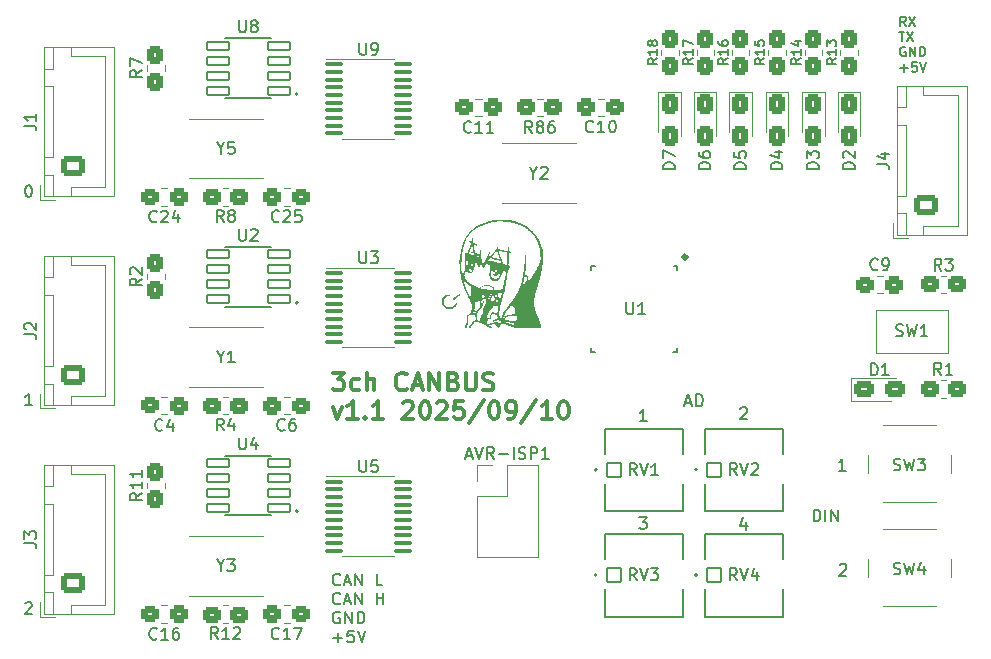
<source format=gbr>
%TF.GenerationSoftware,KiCad,Pcbnew,7.0.11-rc3*%
%TF.CreationDate,2025-09-10T17:00:16+08:00*%
%TF.ProjectId,328_3ch_can_devboard,3332385f-3363-4685-9f63-616e5f646576,rev?*%
%TF.SameCoordinates,Original*%
%TF.FileFunction,Legend,Top*%
%TF.FilePolarity,Positive*%
%FSLAX46Y46*%
G04 Gerber Fmt 4.6, Leading zero omitted, Abs format (unit mm)*
G04 Created by KiCad (PCBNEW 7.0.11-rc3) date 2025-09-10 17:00:16*
%MOMM*%
%LPD*%
G01*
G04 APERTURE LIST*
G04 Aperture macros list*
%AMRoundRect*
0 Rectangle with rounded corners*
0 $1 Rounding radius*
0 $2 $3 $4 $5 $6 $7 $8 $9 X,Y pos of 4 corners*
0 Add a 4 corners polygon primitive as box body*
4,1,4,$2,$3,$4,$5,$6,$7,$8,$9,$2,$3,0*
0 Add four circle primitives for the rounded corners*
1,1,$1+$1,$2,$3*
1,1,$1+$1,$4,$5*
1,1,$1+$1,$6,$7*
1,1,$1+$1,$8,$9*
0 Add four rect primitives between the rounded corners*
20,1,$1+$1,$2,$3,$4,$5,0*
20,1,$1+$1,$4,$5,$6,$7,0*
20,1,$1+$1,$6,$7,$8,$9,0*
20,1,$1+$1,$8,$9,$2,$3,0*%
G04 Aperture macros list end*
%ADD10C,0.150000*%
%ADD11C,0.300000*%
%ADD12C,0.120000*%
%ADD13C,0.127000*%
%ADD14C,0.200000*%
%ADD15C,0.350000*%
%ADD16RoundRect,0.278125X0.389375X-0.474375X0.389375X0.474375X-0.389375X0.474375X-0.389375X-0.474375X0*%
%ADD17RoundRect,0.304347X-0.395653X0.570653X-0.395653X-0.570653X0.395653X-0.570653X0.395653X0.570653X0*%
%ADD18RoundRect,0.102000X-0.611000X-0.611000X0.611000X-0.611000X0.611000X0.611000X-0.611000X0.611000X0*%
%ADD19C,1.426000*%
%ADD20C,2.400000*%
%ADD21R,5.500000X2.500000*%
%ADD22RoundRect,0.305575X-0.460025X-0.412525X0.460025X-0.412525X0.460025X0.412525X-0.460025X0.412525X0*%
%ADD23RoundRect,0.308511X-0.457089X-0.416489X0.457089X-0.416489X0.457089X0.416489X-0.457089X0.416489X0*%
%ADD24R,0.550000X2.000000*%
%ADD25R,2.000000X0.550000*%
%ADD26R,2.000000X0.525000*%
%ADD27R,2.000000X0.575000*%
%ADD28R,0.525000X2.000000*%
%ADD29RoundRect,0.305575X0.460025X0.412525X-0.460025X0.412525X-0.460025X-0.412525X0.460025X-0.412525X0*%
%ADD30RoundRect,0.308511X0.457089X0.416489X-0.457089X0.416489X-0.457089X-0.416489X0.457089X-0.416489X0*%
%ADD31RoundRect,0.100000X-0.687500X-0.100000X0.687500X-0.100000X0.687500X0.100000X-0.687500X0.100000X0*%
%ADD32RoundRect,0.100000X-0.687500X-0.099999X0.687500X-0.099999X0.687500X0.099999X-0.687500X0.099999X0*%
%ADD33RoundRect,0.250000X0.725000X-0.600000X0.725000X0.600000X-0.725000X0.600000X-0.725000X-0.600000X0*%
%ADD34O,1.950000X1.700000*%
%ADD35C,2.000000*%
%ADD36RoundRect,0.278125X0.474375X0.389375X-0.474375X0.389375X-0.474375X-0.389375X0.474375X-0.389375X0*%
%ADD37R,1.500000X1.500000*%
%ADD38RoundRect,0.055580X0.921420X0.341420X-0.921420X0.341420X-0.921420X-0.341420X0.921420X-0.341420X0*%
%ADD39RoundRect,0.278125X-0.474375X-0.389375X0.474375X-0.389375X0.474375X0.389375X-0.474375X0.389375X0*%
%ADD40RoundRect,0.304347X-0.570653X-0.395653X0.570653X-0.395653X0.570653X0.395653X-0.570653X0.395653X0*%
%ADD41R,1.700000X1.700000*%
%ADD42O,1.700000X1.700000*%
G04 APERTURE END LIST*
D10*
X106839160Y-124418557D02*
X106886779Y-124370938D01*
X106886779Y-124370938D02*
X106982017Y-124323319D01*
X106982017Y-124323319D02*
X107220112Y-124323319D01*
X107220112Y-124323319D02*
X107315350Y-124370938D01*
X107315350Y-124370938D02*
X107362969Y-124418557D01*
X107362969Y-124418557D02*
X107410588Y-124513795D01*
X107410588Y-124513795D02*
X107410588Y-124609033D01*
X107410588Y-124609033D02*
X107362969Y-124751890D01*
X107362969Y-124751890D02*
X106791541Y-125323319D01*
X106791541Y-125323319D02*
X107410588Y-125323319D01*
X107077255Y-88998319D02*
X107172493Y-88998319D01*
X107172493Y-88998319D02*
X107267731Y-89045938D01*
X107267731Y-89045938D02*
X107315350Y-89093557D01*
X107315350Y-89093557D02*
X107362969Y-89188795D01*
X107362969Y-89188795D02*
X107410588Y-89379271D01*
X107410588Y-89379271D02*
X107410588Y-89617366D01*
X107410588Y-89617366D02*
X107362969Y-89807842D01*
X107362969Y-89807842D02*
X107315350Y-89903080D01*
X107315350Y-89903080D02*
X107267731Y-89950700D01*
X107267731Y-89950700D02*
X107172493Y-89998319D01*
X107172493Y-89998319D02*
X107077255Y-89998319D01*
X107077255Y-89998319D02*
X106982017Y-89950700D01*
X106982017Y-89950700D02*
X106934398Y-89903080D01*
X106934398Y-89903080D02*
X106886779Y-89807842D01*
X106886779Y-89807842D02*
X106839160Y-89617366D01*
X106839160Y-89617366D02*
X106839160Y-89379271D01*
X106839160Y-89379271D02*
X106886779Y-89188795D01*
X106886779Y-89188795D02*
X106934398Y-89093557D01*
X106934398Y-89093557D02*
X106982017Y-89045938D01*
X106982017Y-89045938D02*
X107077255Y-88998319D01*
X159459398Y-108969819D02*
X158887970Y-108969819D01*
X159173684Y-108969819D02*
X159173684Y-107969819D01*
X159173684Y-107969819D02*
X159078446Y-108112676D01*
X159078446Y-108112676D02*
X158983208Y-108207914D01*
X158983208Y-108207914D02*
X158887970Y-108255533D01*
X158840351Y-117119819D02*
X159459398Y-117119819D01*
X159459398Y-117119819D02*
X159126065Y-117500771D01*
X159126065Y-117500771D02*
X159268922Y-117500771D01*
X159268922Y-117500771D02*
X159364160Y-117548390D01*
X159364160Y-117548390D02*
X159411779Y-117596009D01*
X159411779Y-117596009D02*
X159459398Y-117691247D01*
X159459398Y-117691247D02*
X159459398Y-117929342D01*
X159459398Y-117929342D02*
X159411779Y-118024580D01*
X159411779Y-118024580D02*
X159364160Y-118072200D01*
X159364160Y-118072200D02*
X159268922Y-118119819D01*
X159268922Y-118119819D02*
X158983208Y-118119819D01*
X158983208Y-118119819D02*
X158887970Y-118072200D01*
X158887970Y-118072200D02*
X158840351Y-118024580D01*
X175789160Y-121165057D02*
X175836779Y-121117438D01*
X175836779Y-121117438D02*
X175932017Y-121069819D01*
X175932017Y-121069819D02*
X176170112Y-121069819D01*
X176170112Y-121069819D02*
X176265350Y-121117438D01*
X176265350Y-121117438D02*
X176312969Y-121165057D01*
X176312969Y-121165057D02*
X176360588Y-121260295D01*
X176360588Y-121260295D02*
X176360588Y-121355533D01*
X176360588Y-121355533D02*
X176312969Y-121498390D01*
X176312969Y-121498390D02*
X175741541Y-122069819D01*
X175741541Y-122069819D02*
X176360588Y-122069819D01*
X181396303Y-75530295D02*
X181129636Y-75149342D01*
X180939160Y-75530295D02*
X180939160Y-74730295D01*
X180939160Y-74730295D02*
X181243922Y-74730295D01*
X181243922Y-74730295D02*
X181320112Y-74768390D01*
X181320112Y-74768390D02*
X181358207Y-74806485D01*
X181358207Y-74806485D02*
X181396303Y-74882676D01*
X181396303Y-74882676D02*
X181396303Y-74996961D01*
X181396303Y-74996961D02*
X181358207Y-75073152D01*
X181358207Y-75073152D02*
X181320112Y-75111247D01*
X181320112Y-75111247D02*
X181243922Y-75149342D01*
X181243922Y-75149342D02*
X180939160Y-75149342D01*
X181662969Y-74730295D02*
X182196303Y-75530295D01*
X182196303Y-74730295D02*
X181662969Y-75530295D01*
X180824874Y-76018295D02*
X181282017Y-76018295D01*
X181053445Y-76818295D02*
X181053445Y-76018295D01*
X181472493Y-76018295D02*
X182005827Y-76818295D01*
X182005827Y-76018295D02*
X181472493Y-76818295D01*
X181358207Y-77344390D02*
X181282017Y-77306295D01*
X181282017Y-77306295D02*
X181167731Y-77306295D01*
X181167731Y-77306295D02*
X181053445Y-77344390D01*
X181053445Y-77344390D02*
X180977255Y-77420580D01*
X180977255Y-77420580D02*
X180939160Y-77496771D01*
X180939160Y-77496771D02*
X180901064Y-77649152D01*
X180901064Y-77649152D02*
X180901064Y-77763438D01*
X180901064Y-77763438D02*
X180939160Y-77915819D01*
X180939160Y-77915819D02*
X180977255Y-77992009D01*
X180977255Y-77992009D02*
X181053445Y-78068200D01*
X181053445Y-78068200D02*
X181167731Y-78106295D01*
X181167731Y-78106295D02*
X181243922Y-78106295D01*
X181243922Y-78106295D02*
X181358207Y-78068200D01*
X181358207Y-78068200D02*
X181396303Y-78030104D01*
X181396303Y-78030104D02*
X181396303Y-77763438D01*
X181396303Y-77763438D02*
X181243922Y-77763438D01*
X181739160Y-78106295D02*
X181739160Y-77306295D01*
X181739160Y-77306295D02*
X182196303Y-78106295D01*
X182196303Y-78106295D02*
X182196303Y-77306295D01*
X182577255Y-78106295D02*
X182577255Y-77306295D01*
X182577255Y-77306295D02*
X182767731Y-77306295D01*
X182767731Y-77306295D02*
X182882017Y-77344390D01*
X182882017Y-77344390D02*
X182958207Y-77420580D01*
X182958207Y-77420580D02*
X182996302Y-77496771D01*
X182996302Y-77496771D02*
X183034398Y-77649152D01*
X183034398Y-77649152D02*
X183034398Y-77763438D01*
X183034398Y-77763438D02*
X182996302Y-77915819D01*
X182996302Y-77915819D02*
X182958207Y-77992009D01*
X182958207Y-77992009D02*
X182882017Y-78068200D01*
X182882017Y-78068200D02*
X182767731Y-78106295D01*
X182767731Y-78106295D02*
X182577255Y-78106295D01*
X180939160Y-79089533D02*
X181548684Y-79089533D01*
X181243922Y-79394295D02*
X181243922Y-78784771D01*
X182310588Y-78594295D02*
X181929636Y-78594295D01*
X181929636Y-78594295D02*
X181891540Y-78975247D01*
X181891540Y-78975247D02*
X181929636Y-78937152D01*
X181929636Y-78937152D02*
X182005826Y-78899057D01*
X182005826Y-78899057D02*
X182196302Y-78899057D01*
X182196302Y-78899057D02*
X182272493Y-78937152D01*
X182272493Y-78937152D02*
X182310588Y-78975247D01*
X182310588Y-78975247D02*
X182348683Y-79051438D01*
X182348683Y-79051438D02*
X182348683Y-79241914D01*
X182348683Y-79241914D02*
X182310588Y-79318104D01*
X182310588Y-79318104D02*
X182272493Y-79356200D01*
X182272493Y-79356200D02*
X182196302Y-79394295D01*
X182196302Y-79394295D02*
X182005826Y-79394295D01*
X182005826Y-79394295D02*
X181929636Y-79356200D01*
X181929636Y-79356200D02*
X181891540Y-79318104D01*
X182577255Y-78594295D02*
X182843922Y-79394295D01*
X182843922Y-79394295D02*
X183110588Y-78594295D01*
D11*
X132911653Y-104885828D02*
X133840225Y-104885828D01*
X133840225Y-104885828D02*
X133340225Y-105457257D01*
X133340225Y-105457257D02*
X133554510Y-105457257D01*
X133554510Y-105457257D02*
X133697368Y-105528685D01*
X133697368Y-105528685D02*
X133768796Y-105600114D01*
X133768796Y-105600114D02*
X133840225Y-105742971D01*
X133840225Y-105742971D02*
X133840225Y-106100114D01*
X133840225Y-106100114D02*
X133768796Y-106242971D01*
X133768796Y-106242971D02*
X133697368Y-106314400D01*
X133697368Y-106314400D02*
X133554510Y-106385828D01*
X133554510Y-106385828D02*
X133125939Y-106385828D01*
X133125939Y-106385828D02*
X132983082Y-106314400D01*
X132983082Y-106314400D02*
X132911653Y-106242971D01*
X135125939Y-106314400D02*
X134983081Y-106385828D01*
X134983081Y-106385828D02*
X134697367Y-106385828D01*
X134697367Y-106385828D02*
X134554510Y-106314400D01*
X134554510Y-106314400D02*
X134483081Y-106242971D01*
X134483081Y-106242971D02*
X134411653Y-106100114D01*
X134411653Y-106100114D02*
X134411653Y-105671542D01*
X134411653Y-105671542D02*
X134483081Y-105528685D01*
X134483081Y-105528685D02*
X134554510Y-105457257D01*
X134554510Y-105457257D02*
X134697367Y-105385828D01*
X134697367Y-105385828D02*
X134983081Y-105385828D01*
X134983081Y-105385828D02*
X135125939Y-105457257D01*
X135768795Y-106385828D02*
X135768795Y-104885828D01*
X136411653Y-106385828D02*
X136411653Y-105600114D01*
X136411653Y-105600114D02*
X136340224Y-105457257D01*
X136340224Y-105457257D02*
X136197367Y-105385828D01*
X136197367Y-105385828D02*
X135983081Y-105385828D01*
X135983081Y-105385828D02*
X135840224Y-105457257D01*
X135840224Y-105457257D02*
X135768795Y-105528685D01*
X139125938Y-106242971D02*
X139054510Y-106314400D01*
X139054510Y-106314400D02*
X138840224Y-106385828D01*
X138840224Y-106385828D02*
X138697367Y-106385828D01*
X138697367Y-106385828D02*
X138483081Y-106314400D01*
X138483081Y-106314400D02*
X138340224Y-106171542D01*
X138340224Y-106171542D02*
X138268795Y-106028685D01*
X138268795Y-106028685D02*
X138197367Y-105742971D01*
X138197367Y-105742971D02*
X138197367Y-105528685D01*
X138197367Y-105528685D02*
X138268795Y-105242971D01*
X138268795Y-105242971D02*
X138340224Y-105100114D01*
X138340224Y-105100114D02*
X138483081Y-104957257D01*
X138483081Y-104957257D02*
X138697367Y-104885828D01*
X138697367Y-104885828D02*
X138840224Y-104885828D01*
X138840224Y-104885828D02*
X139054510Y-104957257D01*
X139054510Y-104957257D02*
X139125938Y-105028685D01*
X139697367Y-105957257D02*
X140411653Y-105957257D01*
X139554510Y-106385828D02*
X140054510Y-104885828D01*
X140054510Y-104885828D02*
X140554510Y-106385828D01*
X141054509Y-106385828D02*
X141054509Y-104885828D01*
X141054509Y-104885828D02*
X141911652Y-106385828D01*
X141911652Y-106385828D02*
X141911652Y-104885828D01*
X143125938Y-105600114D02*
X143340224Y-105671542D01*
X143340224Y-105671542D02*
X143411653Y-105742971D01*
X143411653Y-105742971D02*
X143483081Y-105885828D01*
X143483081Y-105885828D02*
X143483081Y-106100114D01*
X143483081Y-106100114D02*
X143411653Y-106242971D01*
X143411653Y-106242971D02*
X143340224Y-106314400D01*
X143340224Y-106314400D02*
X143197367Y-106385828D01*
X143197367Y-106385828D02*
X142625938Y-106385828D01*
X142625938Y-106385828D02*
X142625938Y-104885828D01*
X142625938Y-104885828D02*
X143125938Y-104885828D01*
X143125938Y-104885828D02*
X143268796Y-104957257D01*
X143268796Y-104957257D02*
X143340224Y-105028685D01*
X143340224Y-105028685D02*
X143411653Y-105171542D01*
X143411653Y-105171542D02*
X143411653Y-105314400D01*
X143411653Y-105314400D02*
X143340224Y-105457257D01*
X143340224Y-105457257D02*
X143268796Y-105528685D01*
X143268796Y-105528685D02*
X143125938Y-105600114D01*
X143125938Y-105600114D02*
X142625938Y-105600114D01*
X144125938Y-104885828D02*
X144125938Y-106100114D01*
X144125938Y-106100114D02*
X144197367Y-106242971D01*
X144197367Y-106242971D02*
X144268796Y-106314400D01*
X144268796Y-106314400D02*
X144411653Y-106385828D01*
X144411653Y-106385828D02*
X144697367Y-106385828D01*
X144697367Y-106385828D02*
X144840224Y-106314400D01*
X144840224Y-106314400D02*
X144911653Y-106242971D01*
X144911653Y-106242971D02*
X144983081Y-106100114D01*
X144983081Y-106100114D02*
X144983081Y-104885828D01*
X145625939Y-106314400D02*
X145840225Y-106385828D01*
X145840225Y-106385828D02*
X146197367Y-106385828D01*
X146197367Y-106385828D02*
X146340225Y-106314400D01*
X146340225Y-106314400D02*
X146411653Y-106242971D01*
X146411653Y-106242971D02*
X146483082Y-106100114D01*
X146483082Y-106100114D02*
X146483082Y-105957257D01*
X146483082Y-105957257D02*
X146411653Y-105814400D01*
X146411653Y-105814400D02*
X146340225Y-105742971D01*
X146340225Y-105742971D02*
X146197367Y-105671542D01*
X146197367Y-105671542D02*
X145911653Y-105600114D01*
X145911653Y-105600114D02*
X145768796Y-105528685D01*
X145768796Y-105528685D02*
X145697367Y-105457257D01*
X145697367Y-105457257D02*
X145625939Y-105314400D01*
X145625939Y-105314400D02*
X145625939Y-105171542D01*
X145625939Y-105171542D02*
X145697367Y-105028685D01*
X145697367Y-105028685D02*
X145768796Y-104957257D01*
X145768796Y-104957257D02*
X145911653Y-104885828D01*
X145911653Y-104885828D02*
X146268796Y-104885828D01*
X146268796Y-104885828D02*
X146483082Y-104957257D01*
X132911653Y-107800828D02*
X133268796Y-108800828D01*
X133268796Y-108800828D02*
X133625939Y-107800828D01*
X134983082Y-108800828D02*
X134125939Y-108800828D01*
X134554510Y-108800828D02*
X134554510Y-107300828D01*
X134554510Y-107300828D02*
X134411653Y-107515114D01*
X134411653Y-107515114D02*
X134268796Y-107657971D01*
X134268796Y-107657971D02*
X134125939Y-107729400D01*
X135625938Y-108657971D02*
X135697367Y-108729400D01*
X135697367Y-108729400D02*
X135625938Y-108800828D01*
X135625938Y-108800828D02*
X135554510Y-108729400D01*
X135554510Y-108729400D02*
X135625938Y-108657971D01*
X135625938Y-108657971D02*
X135625938Y-108800828D01*
X137125939Y-108800828D02*
X136268796Y-108800828D01*
X136697367Y-108800828D02*
X136697367Y-107300828D01*
X136697367Y-107300828D02*
X136554510Y-107515114D01*
X136554510Y-107515114D02*
X136411653Y-107657971D01*
X136411653Y-107657971D02*
X136268796Y-107729400D01*
X138840224Y-107443685D02*
X138911652Y-107372257D01*
X138911652Y-107372257D02*
X139054510Y-107300828D01*
X139054510Y-107300828D02*
X139411652Y-107300828D01*
X139411652Y-107300828D02*
X139554510Y-107372257D01*
X139554510Y-107372257D02*
X139625938Y-107443685D01*
X139625938Y-107443685D02*
X139697367Y-107586542D01*
X139697367Y-107586542D02*
X139697367Y-107729400D01*
X139697367Y-107729400D02*
X139625938Y-107943685D01*
X139625938Y-107943685D02*
X138768795Y-108800828D01*
X138768795Y-108800828D02*
X139697367Y-108800828D01*
X140625938Y-107300828D02*
X140768795Y-107300828D01*
X140768795Y-107300828D02*
X140911652Y-107372257D01*
X140911652Y-107372257D02*
X140983081Y-107443685D01*
X140983081Y-107443685D02*
X141054509Y-107586542D01*
X141054509Y-107586542D02*
X141125938Y-107872257D01*
X141125938Y-107872257D02*
X141125938Y-108229400D01*
X141125938Y-108229400D02*
X141054509Y-108515114D01*
X141054509Y-108515114D02*
X140983081Y-108657971D01*
X140983081Y-108657971D02*
X140911652Y-108729400D01*
X140911652Y-108729400D02*
X140768795Y-108800828D01*
X140768795Y-108800828D02*
X140625938Y-108800828D01*
X140625938Y-108800828D02*
X140483081Y-108729400D01*
X140483081Y-108729400D02*
X140411652Y-108657971D01*
X140411652Y-108657971D02*
X140340223Y-108515114D01*
X140340223Y-108515114D02*
X140268795Y-108229400D01*
X140268795Y-108229400D02*
X140268795Y-107872257D01*
X140268795Y-107872257D02*
X140340223Y-107586542D01*
X140340223Y-107586542D02*
X140411652Y-107443685D01*
X140411652Y-107443685D02*
X140483081Y-107372257D01*
X140483081Y-107372257D02*
X140625938Y-107300828D01*
X141697366Y-107443685D02*
X141768794Y-107372257D01*
X141768794Y-107372257D02*
X141911652Y-107300828D01*
X141911652Y-107300828D02*
X142268794Y-107300828D01*
X142268794Y-107300828D02*
X142411652Y-107372257D01*
X142411652Y-107372257D02*
X142483080Y-107443685D01*
X142483080Y-107443685D02*
X142554509Y-107586542D01*
X142554509Y-107586542D02*
X142554509Y-107729400D01*
X142554509Y-107729400D02*
X142483080Y-107943685D01*
X142483080Y-107943685D02*
X141625937Y-108800828D01*
X141625937Y-108800828D02*
X142554509Y-108800828D01*
X143911651Y-107300828D02*
X143197365Y-107300828D01*
X143197365Y-107300828D02*
X143125937Y-108015114D01*
X143125937Y-108015114D02*
X143197365Y-107943685D01*
X143197365Y-107943685D02*
X143340223Y-107872257D01*
X143340223Y-107872257D02*
X143697365Y-107872257D01*
X143697365Y-107872257D02*
X143840223Y-107943685D01*
X143840223Y-107943685D02*
X143911651Y-108015114D01*
X143911651Y-108015114D02*
X143983080Y-108157971D01*
X143983080Y-108157971D02*
X143983080Y-108515114D01*
X143983080Y-108515114D02*
X143911651Y-108657971D01*
X143911651Y-108657971D02*
X143840223Y-108729400D01*
X143840223Y-108729400D02*
X143697365Y-108800828D01*
X143697365Y-108800828D02*
X143340223Y-108800828D01*
X143340223Y-108800828D02*
X143197365Y-108729400D01*
X143197365Y-108729400D02*
X143125937Y-108657971D01*
X145697365Y-107229400D02*
X144411651Y-109157971D01*
X146483080Y-107300828D02*
X146625937Y-107300828D01*
X146625937Y-107300828D02*
X146768794Y-107372257D01*
X146768794Y-107372257D02*
X146840223Y-107443685D01*
X146840223Y-107443685D02*
X146911651Y-107586542D01*
X146911651Y-107586542D02*
X146983080Y-107872257D01*
X146983080Y-107872257D02*
X146983080Y-108229400D01*
X146983080Y-108229400D02*
X146911651Y-108515114D01*
X146911651Y-108515114D02*
X146840223Y-108657971D01*
X146840223Y-108657971D02*
X146768794Y-108729400D01*
X146768794Y-108729400D02*
X146625937Y-108800828D01*
X146625937Y-108800828D02*
X146483080Y-108800828D01*
X146483080Y-108800828D02*
X146340223Y-108729400D01*
X146340223Y-108729400D02*
X146268794Y-108657971D01*
X146268794Y-108657971D02*
X146197365Y-108515114D01*
X146197365Y-108515114D02*
X146125937Y-108229400D01*
X146125937Y-108229400D02*
X146125937Y-107872257D01*
X146125937Y-107872257D02*
X146197365Y-107586542D01*
X146197365Y-107586542D02*
X146268794Y-107443685D01*
X146268794Y-107443685D02*
X146340223Y-107372257D01*
X146340223Y-107372257D02*
X146483080Y-107300828D01*
X147697365Y-108800828D02*
X147983079Y-108800828D01*
X147983079Y-108800828D02*
X148125936Y-108729400D01*
X148125936Y-108729400D02*
X148197365Y-108657971D01*
X148197365Y-108657971D02*
X148340222Y-108443685D01*
X148340222Y-108443685D02*
X148411651Y-108157971D01*
X148411651Y-108157971D02*
X148411651Y-107586542D01*
X148411651Y-107586542D02*
X148340222Y-107443685D01*
X148340222Y-107443685D02*
X148268794Y-107372257D01*
X148268794Y-107372257D02*
X148125936Y-107300828D01*
X148125936Y-107300828D02*
X147840222Y-107300828D01*
X147840222Y-107300828D02*
X147697365Y-107372257D01*
X147697365Y-107372257D02*
X147625936Y-107443685D01*
X147625936Y-107443685D02*
X147554508Y-107586542D01*
X147554508Y-107586542D02*
X147554508Y-107943685D01*
X147554508Y-107943685D02*
X147625936Y-108086542D01*
X147625936Y-108086542D02*
X147697365Y-108157971D01*
X147697365Y-108157971D02*
X147840222Y-108229400D01*
X147840222Y-108229400D02*
X148125936Y-108229400D01*
X148125936Y-108229400D02*
X148268794Y-108157971D01*
X148268794Y-108157971D02*
X148340222Y-108086542D01*
X148340222Y-108086542D02*
X148411651Y-107943685D01*
X150125936Y-107229400D02*
X148840222Y-109157971D01*
X151411651Y-108800828D02*
X150554508Y-108800828D01*
X150983079Y-108800828D02*
X150983079Y-107300828D01*
X150983079Y-107300828D02*
X150840222Y-107515114D01*
X150840222Y-107515114D02*
X150697365Y-107657971D01*
X150697365Y-107657971D02*
X150554508Y-107729400D01*
X152340222Y-107300828D02*
X152483079Y-107300828D01*
X152483079Y-107300828D02*
X152625936Y-107372257D01*
X152625936Y-107372257D02*
X152697365Y-107443685D01*
X152697365Y-107443685D02*
X152768793Y-107586542D01*
X152768793Y-107586542D02*
X152840222Y-107872257D01*
X152840222Y-107872257D02*
X152840222Y-108229400D01*
X152840222Y-108229400D02*
X152768793Y-108515114D01*
X152768793Y-108515114D02*
X152697365Y-108657971D01*
X152697365Y-108657971D02*
X152625936Y-108729400D01*
X152625936Y-108729400D02*
X152483079Y-108800828D01*
X152483079Y-108800828D02*
X152340222Y-108800828D01*
X152340222Y-108800828D02*
X152197365Y-108729400D01*
X152197365Y-108729400D02*
X152125936Y-108657971D01*
X152125936Y-108657971D02*
X152054507Y-108515114D01*
X152054507Y-108515114D02*
X151983079Y-108229400D01*
X151983079Y-108229400D02*
X151983079Y-107872257D01*
X151983079Y-107872257D02*
X152054507Y-107586542D01*
X152054507Y-107586542D02*
X152125936Y-107443685D01*
X152125936Y-107443685D02*
X152197365Y-107372257D01*
X152197365Y-107372257D02*
X152340222Y-107300828D01*
D10*
X167387970Y-107915057D02*
X167435589Y-107867438D01*
X167435589Y-107867438D02*
X167530827Y-107819819D01*
X167530827Y-107819819D02*
X167768922Y-107819819D01*
X167768922Y-107819819D02*
X167864160Y-107867438D01*
X167864160Y-107867438D02*
X167911779Y-107915057D01*
X167911779Y-107915057D02*
X167959398Y-108010295D01*
X167959398Y-108010295D02*
X167959398Y-108105533D01*
X167959398Y-108105533D02*
X167911779Y-108248390D01*
X167911779Y-108248390D02*
X167340351Y-108819819D01*
X167340351Y-108819819D02*
X167959398Y-108819819D01*
X176310588Y-113169819D02*
X175739160Y-113169819D01*
X176024874Y-113169819D02*
X176024874Y-112169819D01*
X176024874Y-112169819D02*
X175929636Y-112312676D01*
X175929636Y-112312676D02*
X175834398Y-112407914D01*
X175834398Y-112407914D02*
X175739160Y-112455533D01*
X173586779Y-117471569D02*
X173586779Y-116471569D01*
X173586779Y-116471569D02*
X173824874Y-116471569D01*
X173824874Y-116471569D02*
X173967731Y-116519188D01*
X173967731Y-116519188D02*
X174062969Y-116614426D01*
X174062969Y-116614426D02*
X174110588Y-116709664D01*
X174110588Y-116709664D02*
X174158207Y-116900140D01*
X174158207Y-116900140D02*
X174158207Y-117042997D01*
X174158207Y-117042997D02*
X174110588Y-117233473D01*
X174110588Y-117233473D02*
X174062969Y-117328711D01*
X174062969Y-117328711D02*
X173967731Y-117423950D01*
X173967731Y-117423950D02*
X173824874Y-117471569D01*
X173824874Y-117471569D02*
X173586779Y-117471569D01*
X174586779Y-117471569D02*
X174586779Y-116471569D01*
X175062969Y-117471569D02*
X175062969Y-116471569D01*
X175062969Y-116471569D02*
X175634397Y-117471569D01*
X175634397Y-117471569D02*
X175634397Y-116471569D01*
X167864160Y-117503152D02*
X167864160Y-118169819D01*
X167626065Y-117122200D02*
X167387970Y-117836485D01*
X167387970Y-117836485D02*
X168007017Y-117836485D01*
X162739160Y-107434104D02*
X163215350Y-107434104D01*
X162643922Y-107719819D02*
X162977255Y-106719819D01*
X162977255Y-106719819D02*
X163310588Y-107719819D01*
X163643922Y-107719819D02*
X163643922Y-106719819D01*
X163643922Y-106719819D02*
X163882017Y-106719819D01*
X163882017Y-106719819D02*
X164024874Y-106767438D01*
X164024874Y-106767438D02*
X164120112Y-106862676D01*
X164120112Y-106862676D02*
X164167731Y-106957914D01*
X164167731Y-106957914D02*
X164215350Y-107148390D01*
X164215350Y-107148390D02*
X164215350Y-107291247D01*
X164215350Y-107291247D02*
X164167731Y-107481723D01*
X164167731Y-107481723D02*
X164120112Y-107576961D01*
X164120112Y-107576961D02*
X164024874Y-107672200D01*
X164024874Y-107672200D02*
X163882017Y-107719819D01*
X163882017Y-107719819D02*
X163643922Y-107719819D01*
X107410588Y-107660819D02*
X106839160Y-107660819D01*
X107124874Y-107660819D02*
X107124874Y-106660819D01*
X107124874Y-106660819D02*
X107029636Y-106803676D01*
X107029636Y-106803676D02*
X106934398Y-106898914D01*
X106934398Y-106898914D02*
X106839160Y-106946533D01*
X133508207Y-122794580D02*
X133460588Y-122842200D01*
X133460588Y-122842200D02*
X133317731Y-122889819D01*
X133317731Y-122889819D02*
X133222493Y-122889819D01*
X133222493Y-122889819D02*
X133079636Y-122842200D01*
X133079636Y-122842200D02*
X132984398Y-122746961D01*
X132984398Y-122746961D02*
X132936779Y-122651723D01*
X132936779Y-122651723D02*
X132889160Y-122461247D01*
X132889160Y-122461247D02*
X132889160Y-122318390D01*
X132889160Y-122318390D02*
X132936779Y-122127914D01*
X132936779Y-122127914D02*
X132984398Y-122032676D01*
X132984398Y-122032676D02*
X133079636Y-121937438D01*
X133079636Y-121937438D02*
X133222493Y-121889819D01*
X133222493Y-121889819D02*
X133317731Y-121889819D01*
X133317731Y-121889819D02*
X133460588Y-121937438D01*
X133460588Y-121937438D02*
X133508207Y-121985057D01*
X133889160Y-122604104D02*
X134365350Y-122604104D01*
X133793922Y-122889819D02*
X134127255Y-121889819D01*
X134127255Y-121889819D02*
X134460588Y-122889819D01*
X134793922Y-122889819D02*
X134793922Y-121889819D01*
X134793922Y-121889819D02*
X135365350Y-122889819D01*
X135365350Y-122889819D02*
X135365350Y-121889819D01*
X137079636Y-122889819D02*
X136603446Y-122889819D01*
X136603446Y-122889819D02*
X136603446Y-121889819D01*
X133508207Y-124404580D02*
X133460588Y-124452200D01*
X133460588Y-124452200D02*
X133317731Y-124499819D01*
X133317731Y-124499819D02*
X133222493Y-124499819D01*
X133222493Y-124499819D02*
X133079636Y-124452200D01*
X133079636Y-124452200D02*
X132984398Y-124356961D01*
X132984398Y-124356961D02*
X132936779Y-124261723D01*
X132936779Y-124261723D02*
X132889160Y-124071247D01*
X132889160Y-124071247D02*
X132889160Y-123928390D01*
X132889160Y-123928390D02*
X132936779Y-123737914D01*
X132936779Y-123737914D02*
X132984398Y-123642676D01*
X132984398Y-123642676D02*
X133079636Y-123547438D01*
X133079636Y-123547438D02*
X133222493Y-123499819D01*
X133222493Y-123499819D02*
X133317731Y-123499819D01*
X133317731Y-123499819D02*
X133460588Y-123547438D01*
X133460588Y-123547438D02*
X133508207Y-123595057D01*
X133889160Y-124214104D02*
X134365350Y-124214104D01*
X133793922Y-124499819D02*
X134127255Y-123499819D01*
X134127255Y-123499819D02*
X134460588Y-124499819D01*
X134793922Y-124499819D02*
X134793922Y-123499819D01*
X134793922Y-123499819D02*
X135365350Y-124499819D01*
X135365350Y-124499819D02*
X135365350Y-123499819D01*
X136603446Y-124499819D02*
X136603446Y-123499819D01*
X136603446Y-123976009D02*
X137174874Y-123976009D01*
X137174874Y-124499819D02*
X137174874Y-123499819D01*
X133460588Y-125157438D02*
X133365350Y-125109819D01*
X133365350Y-125109819D02*
X133222493Y-125109819D01*
X133222493Y-125109819D02*
X133079636Y-125157438D01*
X133079636Y-125157438D02*
X132984398Y-125252676D01*
X132984398Y-125252676D02*
X132936779Y-125347914D01*
X132936779Y-125347914D02*
X132889160Y-125538390D01*
X132889160Y-125538390D02*
X132889160Y-125681247D01*
X132889160Y-125681247D02*
X132936779Y-125871723D01*
X132936779Y-125871723D02*
X132984398Y-125966961D01*
X132984398Y-125966961D02*
X133079636Y-126062200D01*
X133079636Y-126062200D02*
X133222493Y-126109819D01*
X133222493Y-126109819D02*
X133317731Y-126109819D01*
X133317731Y-126109819D02*
X133460588Y-126062200D01*
X133460588Y-126062200D02*
X133508207Y-126014580D01*
X133508207Y-126014580D02*
X133508207Y-125681247D01*
X133508207Y-125681247D02*
X133317731Y-125681247D01*
X133936779Y-126109819D02*
X133936779Y-125109819D01*
X133936779Y-125109819D02*
X134508207Y-126109819D01*
X134508207Y-126109819D02*
X134508207Y-125109819D01*
X134984398Y-126109819D02*
X134984398Y-125109819D01*
X134984398Y-125109819D02*
X135222493Y-125109819D01*
X135222493Y-125109819D02*
X135365350Y-125157438D01*
X135365350Y-125157438D02*
X135460588Y-125252676D01*
X135460588Y-125252676D02*
X135508207Y-125347914D01*
X135508207Y-125347914D02*
X135555826Y-125538390D01*
X135555826Y-125538390D02*
X135555826Y-125681247D01*
X135555826Y-125681247D02*
X135508207Y-125871723D01*
X135508207Y-125871723D02*
X135460588Y-125966961D01*
X135460588Y-125966961D02*
X135365350Y-126062200D01*
X135365350Y-126062200D02*
X135222493Y-126109819D01*
X135222493Y-126109819D02*
X134984398Y-126109819D01*
X132936779Y-127338866D02*
X133698684Y-127338866D01*
X133317731Y-127719819D02*
X133317731Y-126957914D01*
X134651064Y-126719819D02*
X134174874Y-126719819D01*
X134174874Y-126719819D02*
X134127255Y-127196009D01*
X134127255Y-127196009D02*
X134174874Y-127148390D01*
X134174874Y-127148390D02*
X134270112Y-127100771D01*
X134270112Y-127100771D02*
X134508207Y-127100771D01*
X134508207Y-127100771D02*
X134603445Y-127148390D01*
X134603445Y-127148390D02*
X134651064Y-127196009D01*
X134651064Y-127196009D02*
X134698683Y-127291247D01*
X134698683Y-127291247D02*
X134698683Y-127529342D01*
X134698683Y-127529342D02*
X134651064Y-127624580D01*
X134651064Y-127624580D02*
X134603445Y-127672200D01*
X134603445Y-127672200D02*
X134508207Y-127719819D01*
X134508207Y-127719819D02*
X134270112Y-127719819D01*
X134270112Y-127719819D02*
X134174874Y-127672200D01*
X134174874Y-127672200D02*
X134127255Y-127624580D01*
X134984398Y-126719819D02*
X135317731Y-127719819D01*
X135317731Y-127719819D02*
X135651064Y-126719819D01*
X169412295Y-78261785D02*
X169031342Y-78528452D01*
X169412295Y-78718928D02*
X168612295Y-78718928D01*
X168612295Y-78718928D02*
X168612295Y-78414166D01*
X168612295Y-78414166D02*
X168650390Y-78337976D01*
X168650390Y-78337976D02*
X168688485Y-78299881D01*
X168688485Y-78299881D02*
X168764676Y-78261785D01*
X168764676Y-78261785D02*
X168878961Y-78261785D01*
X168878961Y-78261785D02*
X168955152Y-78299881D01*
X168955152Y-78299881D02*
X168993247Y-78337976D01*
X168993247Y-78337976D02*
X169031342Y-78414166D01*
X169031342Y-78414166D02*
X169031342Y-78718928D01*
X169412295Y-77499881D02*
X169412295Y-77957024D01*
X169412295Y-77728452D02*
X168612295Y-77728452D01*
X168612295Y-77728452D02*
X168726580Y-77804643D01*
X168726580Y-77804643D02*
X168802771Y-77880833D01*
X168802771Y-77880833D02*
X168840866Y-77957024D01*
X168612295Y-76776071D02*
X168612295Y-77157023D01*
X168612295Y-77157023D02*
X168993247Y-77195119D01*
X168993247Y-77195119D02*
X168955152Y-77157023D01*
X168955152Y-77157023D02*
X168917057Y-77080833D01*
X168917057Y-77080833D02*
X168917057Y-76890357D01*
X168917057Y-76890357D02*
X168955152Y-76814166D01*
X168955152Y-76814166D02*
X168993247Y-76776071D01*
X168993247Y-76776071D02*
X169069438Y-76737976D01*
X169069438Y-76737976D02*
X169259914Y-76737976D01*
X169259914Y-76737976D02*
X169336104Y-76776071D01*
X169336104Y-76776071D02*
X169374200Y-76814166D01*
X169374200Y-76814166D02*
X169412295Y-76890357D01*
X169412295Y-76890357D02*
X169412295Y-77080833D01*
X169412295Y-77080833D02*
X169374200Y-77157023D01*
X169374200Y-77157023D02*
X169336104Y-77195119D01*
X170954819Y-87638094D02*
X169954819Y-87638094D01*
X169954819Y-87638094D02*
X169954819Y-87399999D01*
X169954819Y-87399999D02*
X170002438Y-87257142D01*
X170002438Y-87257142D02*
X170097676Y-87161904D01*
X170097676Y-87161904D02*
X170192914Y-87114285D01*
X170192914Y-87114285D02*
X170383390Y-87066666D01*
X170383390Y-87066666D02*
X170526247Y-87066666D01*
X170526247Y-87066666D02*
X170716723Y-87114285D01*
X170716723Y-87114285D02*
X170811961Y-87161904D01*
X170811961Y-87161904D02*
X170907200Y-87257142D01*
X170907200Y-87257142D02*
X170954819Y-87399999D01*
X170954819Y-87399999D02*
X170954819Y-87638094D01*
X170288152Y-86209523D02*
X170954819Y-86209523D01*
X169907200Y-86447618D02*
X170621485Y-86685713D01*
X170621485Y-86685713D02*
X170621485Y-86066666D01*
X167103121Y-113556094D02*
X166768869Y-113078591D01*
X166530118Y-113556094D02*
X166530118Y-112553338D01*
X166530118Y-112553338D02*
X166912120Y-112553338D01*
X166912120Y-112553338D02*
X167007621Y-112601088D01*
X167007621Y-112601088D02*
X167055371Y-112648838D01*
X167055371Y-112648838D02*
X167103121Y-112744339D01*
X167103121Y-112744339D02*
X167103121Y-112887590D01*
X167103121Y-112887590D02*
X167055371Y-112983090D01*
X167055371Y-112983090D02*
X167007621Y-113030841D01*
X167007621Y-113030841D02*
X166912120Y-113078591D01*
X166912120Y-113078591D02*
X166530118Y-113078591D01*
X167389623Y-112553338D02*
X167723875Y-113556094D01*
X167723875Y-113556094D02*
X168058127Y-112553338D01*
X168344629Y-112648838D02*
X168392379Y-112601088D01*
X168392379Y-112601088D02*
X168487880Y-112553338D01*
X168487880Y-112553338D02*
X168726631Y-112553338D01*
X168726631Y-112553338D02*
X168822132Y-112601088D01*
X168822132Y-112601088D02*
X168869882Y-112648838D01*
X168869882Y-112648838D02*
X168917632Y-112744339D01*
X168917632Y-112744339D02*
X168917632Y-112839840D01*
X168917632Y-112839840D02*
X168869882Y-112983090D01*
X168869882Y-112983090D02*
X168296878Y-113556094D01*
X168296878Y-113556094D02*
X168917632Y-113556094D01*
X172512295Y-78261785D02*
X172131342Y-78528452D01*
X172512295Y-78718928D02*
X171712295Y-78718928D01*
X171712295Y-78718928D02*
X171712295Y-78414166D01*
X171712295Y-78414166D02*
X171750390Y-78337976D01*
X171750390Y-78337976D02*
X171788485Y-78299881D01*
X171788485Y-78299881D02*
X171864676Y-78261785D01*
X171864676Y-78261785D02*
X171978961Y-78261785D01*
X171978961Y-78261785D02*
X172055152Y-78299881D01*
X172055152Y-78299881D02*
X172093247Y-78337976D01*
X172093247Y-78337976D02*
X172131342Y-78414166D01*
X172131342Y-78414166D02*
X172131342Y-78718928D01*
X172512295Y-77499881D02*
X172512295Y-77957024D01*
X172512295Y-77728452D02*
X171712295Y-77728452D01*
X171712295Y-77728452D02*
X171826580Y-77804643D01*
X171826580Y-77804643D02*
X171902771Y-77880833D01*
X171902771Y-77880833D02*
X171940866Y-77957024D01*
X171978961Y-76814166D02*
X172512295Y-76814166D01*
X171674200Y-77004642D02*
X172245628Y-77195119D01*
X172245628Y-77195119D02*
X172245628Y-76699880D01*
X123377091Y-103541128D02*
X123377091Y-104017319D01*
X123043758Y-103017319D02*
X123377091Y-103541128D01*
X123377091Y-103541128D02*
X123710424Y-103017319D01*
X124567567Y-104017319D02*
X123996139Y-104017319D01*
X124281853Y-104017319D02*
X124281853Y-103017319D01*
X124281853Y-103017319D02*
X124186615Y-103160176D01*
X124186615Y-103160176D02*
X124091377Y-103255414D01*
X124091377Y-103255414D02*
X123996139Y-103303033D01*
X118457815Y-109722080D02*
X118410196Y-109769700D01*
X118410196Y-109769700D02*
X118267339Y-109817319D01*
X118267339Y-109817319D02*
X118172101Y-109817319D01*
X118172101Y-109817319D02*
X118029244Y-109769700D01*
X118029244Y-109769700D02*
X117934006Y-109674461D01*
X117934006Y-109674461D02*
X117886387Y-109579223D01*
X117886387Y-109579223D02*
X117838768Y-109388747D01*
X117838768Y-109388747D02*
X117838768Y-109245890D01*
X117838768Y-109245890D02*
X117886387Y-109055414D01*
X117886387Y-109055414D02*
X117934006Y-108960176D01*
X117934006Y-108960176D02*
X118029244Y-108864938D01*
X118029244Y-108864938D02*
X118172101Y-108817319D01*
X118172101Y-108817319D02*
X118267339Y-108817319D01*
X118267339Y-108817319D02*
X118410196Y-108864938D01*
X118410196Y-108864938D02*
X118457815Y-108912557D01*
X119314958Y-109150652D02*
X119314958Y-109817319D01*
X119076863Y-108769700D02*
X118838768Y-109483985D01*
X118838768Y-109483985D02*
X119457815Y-109483985D01*
X116704819Y-96929166D02*
X116228628Y-97262499D01*
X116704819Y-97500594D02*
X115704819Y-97500594D01*
X115704819Y-97500594D02*
X115704819Y-97119642D01*
X115704819Y-97119642D02*
X115752438Y-97024404D01*
X115752438Y-97024404D02*
X115800057Y-96976785D01*
X115800057Y-96976785D02*
X115895295Y-96929166D01*
X115895295Y-96929166D02*
X116038152Y-96929166D01*
X116038152Y-96929166D02*
X116133390Y-96976785D01*
X116133390Y-96976785D02*
X116181009Y-97024404D01*
X116181009Y-97024404D02*
X116228628Y-97119642D01*
X116228628Y-97119642D02*
X116228628Y-97500594D01*
X115800057Y-96548213D02*
X115752438Y-96500594D01*
X115752438Y-96500594D02*
X115704819Y-96405356D01*
X115704819Y-96405356D02*
X115704819Y-96167261D01*
X115704819Y-96167261D02*
X115752438Y-96072023D01*
X115752438Y-96072023D02*
X115800057Y-96024404D01*
X115800057Y-96024404D02*
X115895295Y-95976785D01*
X115895295Y-95976785D02*
X115990533Y-95976785D01*
X115990533Y-95976785D02*
X116133390Y-96024404D01*
X116133390Y-96024404D02*
X116704819Y-96595832D01*
X116704819Y-96595832D02*
X116704819Y-95976785D01*
X160344795Y-78261785D02*
X159963842Y-78528452D01*
X160344795Y-78718928D02*
X159544795Y-78718928D01*
X159544795Y-78718928D02*
X159544795Y-78414166D01*
X159544795Y-78414166D02*
X159582890Y-78337976D01*
X159582890Y-78337976D02*
X159620985Y-78299881D01*
X159620985Y-78299881D02*
X159697176Y-78261785D01*
X159697176Y-78261785D02*
X159811461Y-78261785D01*
X159811461Y-78261785D02*
X159887652Y-78299881D01*
X159887652Y-78299881D02*
X159925747Y-78337976D01*
X159925747Y-78337976D02*
X159963842Y-78414166D01*
X159963842Y-78414166D02*
X159963842Y-78718928D01*
X160344795Y-77499881D02*
X160344795Y-77957024D01*
X160344795Y-77728452D02*
X159544795Y-77728452D01*
X159544795Y-77728452D02*
X159659080Y-77804643D01*
X159659080Y-77804643D02*
X159735271Y-77880833D01*
X159735271Y-77880833D02*
X159773366Y-77957024D01*
X159887652Y-77042738D02*
X159849557Y-77118928D01*
X159849557Y-77118928D02*
X159811461Y-77157023D01*
X159811461Y-77157023D02*
X159735271Y-77195119D01*
X159735271Y-77195119D02*
X159697176Y-77195119D01*
X159697176Y-77195119D02*
X159620985Y-77157023D01*
X159620985Y-77157023D02*
X159582890Y-77118928D01*
X159582890Y-77118928D02*
X159544795Y-77042738D01*
X159544795Y-77042738D02*
X159544795Y-76890357D01*
X159544795Y-76890357D02*
X159582890Y-76814166D01*
X159582890Y-76814166D02*
X159620985Y-76776071D01*
X159620985Y-76776071D02*
X159697176Y-76737976D01*
X159697176Y-76737976D02*
X159735271Y-76737976D01*
X159735271Y-76737976D02*
X159811461Y-76776071D01*
X159811461Y-76776071D02*
X159849557Y-76814166D01*
X159849557Y-76814166D02*
X159887652Y-76890357D01*
X159887652Y-76890357D02*
X159887652Y-77042738D01*
X159887652Y-77042738D02*
X159925747Y-77118928D01*
X159925747Y-77118928D02*
X159963842Y-77157023D01*
X159963842Y-77157023D02*
X160040033Y-77195119D01*
X160040033Y-77195119D02*
X160192414Y-77195119D01*
X160192414Y-77195119D02*
X160268604Y-77157023D01*
X160268604Y-77157023D02*
X160306700Y-77118928D01*
X160306700Y-77118928D02*
X160344795Y-77042738D01*
X160344795Y-77042738D02*
X160344795Y-76890357D01*
X160344795Y-76890357D02*
X160306700Y-76814166D01*
X160306700Y-76814166D02*
X160268604Y-76776071D01*
X160268604Y-76776071D02*
X160192414Y-76737976D01*
X160192414Y-76737976D02*
X160040033Y-76737976D01*
X160040033Y-76737976D02*
X159963842Y-76776071D01*
X159963842Y-76776071D02*
X159925747Y-76814166D01*
X159925747Y-76814166D02*
X159887652Y-76890357D01*
X157747495Y-98935419D02*
X157747495Y-99744942D01*
X157747495Y-99744942D02*
X157795114Y-99840180D01*
X157795114Y-99840180D02*
X157842733Y-99887800D01*
X157842733Y-99887800D02*
X157937971Y-99935419D01*
X157937971Y-99935419D02*
X158128447Y-99935419D01*
X158128447Y-99935419D02*
X158223685Y-99887800D01*
X158223685Y-99887800D02*
X158271304Y-99840180D01*
X158271304Y-99840180D02*
X158318923Y-99744942D01*
X158318923Y-99744942D02*
X158318923Y-98935419D01*
X159318923Y-99935419D02*
X158747495Y-99935419D01*
X159033209Y-99935419D02*
X159033209Y-98935419D01*
X159033209Y-98935419D02*
X158937971Y-99078276D01*
X158937971Y-99078276D02*
X158842733Y-99173514D01*
X158842733Y-99173514D02*
X158747495Y-99221133D01*
X128332661Y-92039580D02*
X128285042Y-92087200D01*
X128285042Y-92087200D02*
X128142185Y-92134819D01*
X128142185Y-92134819D02*
X128046947Y-92134819D01*
X128046947Y-92134819D02*
X127904090Y-92087200D01*
X127904090Y-92087200D02*
X127808852Y-91991961D01*
X127808852Y-91991961D02*
X127761233Y-91896723D01*
X127761233Y-91896723D02*
X127713614Y-91706247D01*
X127713614Y-91706247D02*
X127713614Y-91563390D01*
X127713614Y-91563390D02*
X127761233Y-91372914D01*
X127761233Y-91372914D02*
X127808852Y-91277676D01*
X127808852Y-91277676D02*
X127904090Y-91182438D01*
X127904090Y-91182438D02*
X128046947Y-91134819D01*
X128046947Y-91134819D02*
X128142185Y-91134819D01*
X128142185Y-91134819D02*
X128285042Y-91182438D01*
X128285042Y-91182438D02*
X128332661Y-91230057D01*
X128713614Y-91230057D02*
X128761233Y-91182438D01*
X128761233Y-91182438D02*
X128856471Y-91134819D01*
X128856471Y-91134819D02*
X129094566Y-91134819D01*
X129094566Y-91134819D02*
X129189804Y-91182438D01*
X129189804Y-91182438D02*
X129237423Y-91230057D01*
X129237423Y-91230057D02*
X129285042Y-91325295D01*
X129285042Y-91325295D02*
X129285042Y-91420533D01*
X129285042Y-91420533D02*
X129237423Y-91563390D01*
X129237423Y-91563390D02*
X128665995Y-92134819D01*
X128665995Y-92134819D02*
X129285042Y-92134819D01*
X130189804Y-91134819D02*
X129713614Y-91134819D01*
X129713614Y-91134819D02*
X129665995Y-91611009D01*
X129665995Y-91611009D02*
X129713614Y-91563390D01*
X129713614Y-91563390D02*
X129808852Y-91515771D01*
X129808852Y-91515771D02*
X130046947Y-91515771D01*
X130046947Y-91515771D02*
X130142185Y-91563390D01*
X130142185Y-91563390D02*
X130189804Y-91611009D01*
X130189804Y-91611009D02*
X130237423Y-91706247D01*
X130237423Y-91706247D02*
X130237423Y-91944342D01*
X130237423Y-91944342D02*
X130189804Y-92039580D01*
X130189804Y-92039580D02*
X130142185Y-92087200D01*
X130142185Y-92087200D02*
X130046947Y-92134819D01*
X130046947Y-92134819D02*
X129808852Y-92134819D01*
X129808852Y-92134819D02*
X129713614Y-92087200D01*
X129713614Y-92087200D02*
X129665995Y-92039580D01*
X135138095Y-94617319D02*
X135138095Y-95426842D01*
X135138095Y-95426842D02*
X135185714Y-95522080D01*
X135185714Y-95522080D02*
X135233333Y-95569700D01*
X135233333Y-95569700D02*
X135328571Y-95617319D01*
X135328571Y-95617319D02*
X135519047Y-95617319D01*
X135519047Y-95617319D02*
X135614285Y-95569700D01*
X135614285Y-95569700D02*
X135661904Y-95522080D01*
X135661904Y-95522080D02*
X135709523Y-95426842D01*
X135709523Y-95426842D02*
X135709523Y-94617319D01*
X136090476Y-94617319D02*
X136709523Y-94617319D01*
X136709523Y-94617319D02*
X136376190Y-94998271D01*
X136376190Y-94998271D02*
X136519047Y-94998271D01*
X136519047Y-94998271D02*
X136614285Y-95045890D01*
X136614285Y-95045890D02*
X136661904Y-95093509D01*
X136661904Y-95093509D02*
X136709523Y-95188747D01*
X136709523Y-95188747D02*
X136709523Y-95426842D01*
X136709523Y-95426842D02*
X136661904Y-95522080D01*
X136661904Y-95522080D02*
X136614285Y-95569700D01*
X136614285Y-95569700D02*
X136519047Y-95617319D01*
X136519047Y-95617319D02*
X136233333Y-95617319D01*
X136233333Y-95617319D02*
X136138095Y-95569700D01*
X136138095Y-95569700D02*
X136090476Y-95522080D01*
X123377091Y-121203628D02*
X123377091Y-121679819D01*
X123043758Y-120679819D02*
X123377091Y-121203628D01*
X123377091Y-121203628D02*
X123710424Y-120679819D01*
X123948520Y-120679819D02*
X124567567Y-120679819D01*
X124567567Y-120679819D02*
X124234234Y-121060771D01*
X124234234Y-121060771D02*
X124377091Y-121060771D01*
X124377091Y-121060771D02*
X124472329Y-121108390D01*
X124472329Y-121108390D02*
X124519948Y-121156009D01*
X124519948Y-121156009D02*
X124567567Y-121251247D01*
X124567567Y-121251247D02*
X124567567Y-121489342D01*
X124567567Y-121489342D02*
X124519948Y-121584580D01*
X124519948Y-121584580D02*
X124472329Y-121632200D01*
X124472329Y-121632200D02*
X124377091Y-121679819D01*
X124377091Y-121679819D02*
X124091377Y-121679819D01*
X124091377Y-121679819D02*
X123996139Y-121632200D01*
X123996139Y-121632200D02*
X123948520Y-121584580D01*
X178979819Y-87233333D02*
X179694104Y-87233333D01*
X179694104Y-87233333D02*
X179836961Y-87280952D01*
X179836961Y-87280952D02*
X179932200Y-87376190D01*
X179932200Y-87376190D02*
X179979819Y-87519047D01*
X179979819Y-87519047D02*
X179979819Y-87614285D01*
X179313152Y-86328571D02*
X179979819Y-86328571D01*
X178932200Y-86566666D02*
X179646485Y-86804761D01*
X179646485Y-86804761D02*
X179646485Y-86185714D01*
X144581624Y-84477080D02*
X144534005Y-84524700D01*
X144534005Y-84524700D02*
X144391148Y-84572319D01*
X144391148Y-84572319D02*
X144295910Y-84572319D01*
X144295910Y-84572319D02*
X144153053Y-84524700D01*
X144153053Y-84524700D02*
X144057815Y-84429461D01*
X144057815Y-84429461D02*
X144010196Y-84334223D01*
X144010196Y-84334223D02*
X143962577Y-84143747D01*
X143962577Y-84143747D02*
X143962577Y-84000890D01*
X143962577Y-84000890D02*
X144010196Y-83810414D01*
X144010196Y-83810414D02*
X144057815Y-83715176D01*
X144057815Y-83715176D02*
X144153053Y-83619938D01*
X144153053Y-83619938D02*
X144295910Y-83572319D01*
X144295910Y-83572319D02*
X144391148Y-83572319D01*
X144391148Y-83572319D02*
X144534005Y-83619938D01*
X144534005Y-83619938D02*
X144581624Y-83667557D01*
X145534005Y-84572319D02*
X144962577Y-84572319D01*
X145248291Y-84572319D02*
X145248291Y-83572319D01*
X145248291Y-83572319D02*
X145153053Y-83715176D01*
X145153053Y-83715176D02*
X145057815Y-83810414D01*
X145057815Y-83810414D02*
X144962577Y-83858033D01*
X146486386Y-84572319D02*
X145914958Y-84572319D01*
X146200672Y-84572319D02*
X146200672Y-83572319D01*
X146200672Y-83572319D02*
X146105434Y-83715176D01*
X146105434Y-83715176D02*
X146010196Y-83810414D01*
X146010196Y-83810414D02*
X145914958Y-83858033D01*
X167103121Y-122456094D02*
X166768869Y-121978591D01*
X166530118Y-122456094D02*
X166530118Y-121453338D01*
X166530118Y-121453338D02*
X166912120Y-121453338D01*
X166912120Y-121453338D02*
X167007621Y-121501088D01*
X167007621Y-121501088D02*
X167055371Y-121548838D01*
X167055371Y-121548838D02*
X167103121Y-121644339D01*
X167103121Y-121644339D02*
X167103121Y-121787590D01*
X167103121Y-121787590D02*
X167055371Y-121883090D01*
X167055371Y-121883090D02*
X167007621Y-121930841D01*
X167007621Y-121930841D02*
X166912120Y-121978591D01*
X166912120Y-121978591D02*
X166530118Y-121978591D01*
X167389623Y-121453338D02*
X167723875Y-122456094D01*
X167723875Y-122456094D02*
X168058127Y-121453338D01*
X168822132Y-121787590D02*
X168822132Y-122456094D01*
X168583380Y-121405588D02*
X168344629Y-122121842D01*
X168344629Y-122121842D02*
X168965382Y-122121842D01*
X123377091Y-85878628D02*
X123377091Y-86354819D01*
X123043758Y-85354819D02*
X123377091Y-85878628D01*
X123377091Y-85878628D02*
X123710424Y-85354819D01*
X124519948Y-85354819D02*
X124043758Y-85354819D01*
X124043758Y-85354819D02*
X123996139Y-85831009D01*
X123996139Y-85831009D02*
X124043758Y-85783390D01*
X124043758Y-85783390D02*
X124138996Y-85735771D01*
X124138996Y-85735771D02*
X124377091Y-85735771D01*
X124377091Y-85735771D02*
X124472329Y-85783390D01*
X124472329Y-85783390D02*
X124519948Y-85831009D01*
X124519948Y-85831009D02*
X124567567Y-85926247D01*
X124567567Y-85926247D02*
X124567567Y-86164342D01*
X124567567Y-86164342D02*
X124519948Y-86259580D01*
X124519948Y-86259580D02*
X124472329Y-86307200D01*
X124472329Y-86307200D02*
X124377091Y-86354819D01*
X124377091Y-86354819D02*
X124138996Y-86354819D01*
X124138996Y-86354819D02*
X124043758Y-86307200D01*
X124043758Y-86307200D02*
X123996139Y-86259580D01*
X180366667Y-121907200D02*
X180509524Y-121954819D01*
X180509524Y-121954819D02*
X180747619Y-121954819D01*
X180747619Y-121954819D02*
X180842857Y-121907200D01*
X180842857Y-121907200D02*
X180890476Y-121859580D01*
X180890476Y-121859580D02*
X180938095Y-121764342D01*
X180938095Y-121764342D02*
X180938095Y-121669104D01*
X180938095Y-121669104D02*
X180890476Y-121573866D01*
X180890476Y-121573866D02*
X180842857Y-121526247D01*
X180842857Y-121526247D02*
X180747619Y-121478628D01*
X180747619Y-121478628D02*
X180557143Y-121431009D01*
X180557143Y-121431009D02*
X180461905Y-121383390D01*
X180461905Y-121383390D02*
X180414286Y-121335771D01*
X180414286Y-121335771D02*
X180366667Y-121240533D01*
X180366667Y-121240533D02*
X180366667Y-121145295D01*
X180366667Y-121145295D02*
X180414286Y-121050057D01*
X180414286Y-121050057D02*
X180461905Y-121002438D01*
X180461905Y-121002438D02*
X180557143Y-120954819D01*
X180557143Y-120954819D02*
X180795238Y-120954819D01*
X180795238Y-120954819D02*
X180938095Y-121002438D01*
X181271429Y-120954819D02*
X181509524Y-121954819D01*
X181509524Y-121954819D02*
X181700000Y-121240533D01*
X181700000Y-121240533D02*
X181890476Y-121954819D01*
X181890476Y-121954819D02*
X182128572Y-120954819D01*
X182938095Y-121288152D02*
X182938095Y-121954819D01*
X182700000Y-120907200D02*
X182461905Y-121621485D01*
X182461905Y-121621485D02*
X183080952Y-121621485D01*
X135138095Y-112279819D02*
X135138095Y-113089342D01*
X135138095Y-113089342D02*
X135185714Y-113184580D01*
X135185714Y-113184580D02*
X135233333Y-113232200D01*
X135233333Y-113232200D02*
X135328571Y-113279819D01*
X135328571Y-113279819D02*
X135519047Y-113279819D01*
X135519047Y-113279819D02*
X135614285Y-113232200D01*
X135614285Y-113232200D02*
X135661904Y-113184580D01*
X135661904Y-113184580D02*
X135709523Y-113089342D01*
X135709523Y-113089342D02*
X135709523Y-112279819D01*
X136661904Y-112279819D02*
X136185714Y-112279819D01*
X136185714Y-112279819D02*
X136138095Y-112756009D01*
X136138095Y-112756009D02*
X136185714Y-112708390D01*
X136185714Y-112708390D02*
X136280952Y-112660771D01*
X136280952Y-112660771D02*
X136519047Y-112660771D01*
X136519047Y-112660771D02*
X136614285Y-112708390D01*
X136614285Y-112708390D02*
X136661904Y-112756009D01*
X136661904Y-112756009D02*
X136709523Y-112851247D01*
X136709523Y-112851247D02*
X136709523Y-113089342D01*
X136709523Y-113089342D02*
X136661904Y-113184580D01*
X136661904Y-113184580D02*
X136614285Y-113232200D01*
X136614285Y-113232200D02*
X136519047Y-113279819D01*
X136519047Y-113279819D02*
X136280952Y-113279819D01*
X136280952Y-113279819D02*
X136185714Y-113232200D01*
X136185714Y-113232200D02*
X136138095Y-113184580D01*
X166312295Y-78261785D02*
X165931342Y-78528452D01*
X166312295Y-78718928D02*
X165512295Y-78718928D01*
X165512295Y-78718928D02*
X165512295Y-78414166D01*
X165512295Y-78414166D02*
X165550390Y-78337976D01*
X165550390Y-78337976D02*
X165588485Y-78299881D01*
X165588485Y-78299881D02*
X165664676Y-78261785D01*
X165664676Y-78261785D02*
X165778961Y-78261785D01*
X165778961Y-78261785D02*
X165855152Y-78299881D01*
X165855152Y-78299881D02*
X165893247Y-78337976D01*
X165893247Y-78337976D02*
X165931342Y-78414166D01*
X165931342Y-78414166D02*
X165931342Y-78718928D01*
X166312295Y-77499881D02*
X166312295Y-77957024D01*
X166312295Y-77728452D02*
X165512295Y-77728452D01*
X165512295Y-77728452D02*
X165626580Y-77804643D01*
X165626580Y-77804643D02*
X165702771Y-77880833D01*
X165702771Y-77880833D02*
X165740866Y-77957024D01*
X165512295Y-76814166D02*
X165512295Y-76966547D01*
X165512295Y-76966547D02*
X165550390Y-77042738D01*
X165550390Y-77042738D02*
X165588485Y-77080833D01*
X165588485Y-77080833D02*
X165702771Y-77157023D01*
X165702771Y-77157023D02*
X165855152Y-77195119D01*
X165855152Y-77195119D02*
X166159914Y-77195119D01*
X166159914Y-77195119D02*
X166236104Y-77157023D01*
X166236104Y-77157023D02*
X166274200Y-77118928D01*
X166274200Y-77118928D02*
X166312295Y-77042738D01*
X166312295Y-77042738D02*
X166312295Y-76890357D01*
X166312295Y-76890357D02*
X166274200Y-76814166D01*
X166274200Y-76814166D02*
X166236104Y-76776071D01*
X166236104Y-76776071D02*
X166159914Y-76737976D01*
X166159914Y-76737976D02*
X165969438Y-76737976D01*
X165969438Y-76737976D02*
X165893247Y-76776071D01*
X165893247Y-76776071D02*
X165855152Y-76814166D01*
X165855152Y-76814166D02*
X165817057Y-76890357D01*
X165817057Y-76890357D02*
X165817057Y-77042738D01*
X165817057Y-77042738D02*
X165855152Y-77118928D01*
X165855152Y-77118928D02*
X165893247Y-77157023D01*
X165893247Y-77157023D02*
X165969438Y-77195119D01*
X174014819Y-87638094D02*
X173014819Y-87638094D01*
X173014819Y-87638094D02*
X173014819Y-87399999D01*
X173014819Y-87399999D02*
X173062438Y-87257142D01*
X173062438Y-87257142D02*
X173157676Y-87161904D01*
X173157676Y-87161904D02*
X173252914Y-87114285D01*
X173252914Y-87114285D02*
X173443390Y-87066666D01*
X173443390Y-87066666D02*
X173586247Y-87066666D01*
X173586247Y-87066666D02*
X173776723Y-87114285D01*
X173776723Y-87114285D02*
X173871961Y-87161904D01*
X173871961Y-87161904D02*
X173967200Y-87257142D01*
X173967200Y-87257142D02*
X174014819Y-87399999D01*
X174014819Y-87399999D02*
X174014819Y-87638094D01*
X173014819Y-86733332D02*
X173014819Y-86114285D01*
X173014819Y-86114285D02*
X173395771Y-86447618D01*
X173395771Y-86447618D02*
X173395771Y-86304761D01*
X173395771Y-86304761D02*
X173443390Y-86209523D01*
X173443390Y-86209523D02*
X173491009Y-86161904D01*
X173491009Y-86161904D02*
X173586247Y-86114285D01*
X173586247Y-86114285D02*
X173824342Y-86114285D01*
X173824342Y-86114285D02*
X173919580Y-86161904D01*
X173919580Y-86161904D02*
X173967200Y-86209523D01*
X173967200Y-86209523D02*
X174014819Y-86304761D01*
X174014819Y-86304761D02*
X174014819Y-86590475D01*
X174014819Y-86590475D02*
X173967200Y-86685713D01*
X173967200Y-86685713D02*
X173919580Y-86733332D01*
X123633333Y-109768371D02*
X123300000Y-109292180D01*
X123061905Y-109768371D02*
X123061905Y-108768371D01*
X123061905Y-108768371D02*
X123442857Y-108768371D01*
X123442857Y-108768371D02*
X123538095Y-108815990D01*
X123538095Y-108815990D02*
X123585714Y-108863609D01*
X123585714Y-108863609D02*
X123633333Y-108958847D01*
X123633333Y-108958847D02*
X123633333Y-109101704D01*
X123633333Y-109101704D02*
X123585714Y-109196942D01*
X123585714Y-109196942D02*
X123538095Y-109244561D01*
X123538095Y-109244561D02*
X123442857Y-109292180D01*
X123442857Y-109292180D02*
X123061905Y-109292180D01*
X124490476Y-109101704D02*
X124490476Y-109768371D01*
X124252381Y-108720752D02*
X124014286Y-109435037D01*
X124014286Y-109435037D02*
X124633333Y-109435037D01*
X117981624Y-92059580D02*
X117934005Y-92107200D01*
X117934005Y-92107200D02*
X117791148Y-92154819D01*
X117791148Y-92154819D02*
X117695910Y-92154819D01*
X117695910Y-92154819D02*
X117553053Y-92107200D01*
X117553053Y-92107200D02*
X117457815Y-92011961D01*
X117457815Y-92011961D02*
X117410196Y-91916723D01*
X117410196Y-91916723D02*
X117362577Y-91726247D01*
X117362577Y-91726247D02*
X117362577Y-91583390D01*
X117362577Y-91583390D02*
X117410196Y-91392914D01*
X117410196Y-91392914D02*
X117457815Y-91297676D01*
X117457815Y-91297676D02*
X117553053Y-91202438D01*
X117553053Y-91202438D02*
X117695910Y-91154819D01*
X117695910Y-91154819D02*
X117791148Y-91154819D01*
X117791148Y-91154819D02*
X117934005Y-91202438D01*
X117934005Y-91202438D02*
X117981624Y-91250057D01*
X118362577Y-91250057D02*
X118410196Y-91202438D01*
X118410196Y-91202438D02*
X118505434Y-91154819D01*
X118505434Y-91154819D02*
X118743529Y-91154819D01*
X118743529Y-91154819D02*
X118838767Y-91202438D01*
X118838767Y-91202438D02*
X118886386Y-91250057D01*
X118886386Y-91250057D02*
X118934005Y-91345295D01*
X118934005Y-91345295D02*
X118934005Y-91440533D01*
X118934005Y-91440533D02*
X118886386Y-91583390D01*
X118886386Y-91583390D02*
X118314958Y-92154819D01*
X118314958Y-92154819D02*
X118934005Y-92154819D01*
X119791148Y-91488152D02*
X119791148Y-92154819D01*
X119553053Y-91107200D02*
X119314958Y-91821485D01*
X119314958Y-91821485D02*
X119934005Y-91821485D01*
X180566667Y-101742200D02*
X180709524Y-101789819D01*
X180709524Y-101789819D02*
X180947619Y-101789819D01*
X180947619Y-101789819D02*
X181042857Y-101742200D01*
X181042857Y-101742200D02*
X181090476Y-101694580D01*
X181090476Y-101694580D02*
X181138095Y-101599342D01*
X181138095Y-101599342D02*
X181138095Y-101504104D01*
X181138095Y-101504104D02*
X181090476Y-101408866D01*
X181090476Y-101408866D02*
X181042857Y-101361247D01*
X181042857Y-101361247D02*
X180947619Y-101313628D01*
X180947619Y-101313628D02*
X180757143Y-101266009D01*
X180757143Y-101266009D02*
X180661905Y-101218390D01*
X180661905Y-101218390D02*
X180614286Y-101170771D01*
X180614286Y-101170771D02*
X180566667Y-101075533D01*
X180566667Y-101075533D02*
X180566667Y-100980295D01*
X180566667Y-100980295D02*
X180614286Y-100885057D01*
X180614286Y-100885057D02*
X180661905Y-100837438D01*
X180661905Y-100837438D02*
X180757143Y-100789819D01*
X180757143Y-100789819D02*
X180995238Y-100789819D01*
X180995238Y-100789819D02*
X181138095Y-100837438D01*
X181471429Y-100789819D02*
X181709524Y-101789819D01*
X181709524Y-101789819D02*
X181900000Y-101075533D01*
X181900000Y-101075533D02*
X182090476Y-101789819D01*
X182090476Y-101789819D02*
X182328572Y-100789819D01*
X183233333Y-101789819D02*
X182661905Y-101789819D01*
X182947619Y-101789819D02*
X182947619Y-100789819D01*
X182947619Y-100789819D02*
X182852381Y-100932676D01*
X182852381Y-100932676D02*
X182757143Y-101027914D01*
X182757143Y-101027914D02*
X182661905Y-101075533D01*
X167854819Y-87638094D02*
X166854819Y-87638094D01*
X166854819Y-87638094D02*
X166854819Y-87399999D01*
X166854819Y-87399999D02*
X166902438Y-87257142D01*
X166902438Y-87257142D02*
X166997676Y-87161904D01*
X166997676Y-87161904D02*
X167092914Y-87114285D01*
X167092914Y-87114285D02*
X167283390Y-87066666D01*
X167283390Y-87066666D02*
X167426247Y-87066666D01*
X167426247Y-87066666D02*
X167616723Y-87114285D01*
X167616723Y-87114285D02*
X167711961Y-87161904D01*
X167711961Y-87161904D02*
X167807200Y-87257142D01*
X167807200Y-87257142D02*
X167854819Y-87399999D01*
X167854819Y-87399999D02*
X167854819Y-87638094D01*
X166854819Y-86161904D02*
X166854819Y-86638094D01*
X166854819Y-86638094D02*
X167331009Y-86685713D01*
X167331009Y-86685713D02*
X167283390Y-86638094D01*
X167283390Y-86638094D02*
X167235771Y-86542856D01*
X167235771Y-86542856D02*
X167235771Y-86304761D01*
X167235771Y-86304761D02*
X167283390Y-86209523D01*
X167283390Y-86209523D02*
X167331009Y-86161904D01*
X167331009Y-86161904D02*
X167426247Y-86114285D01*
X167426247Y-86114285D02*
X167664342Y-86114285D01*
X167664342Y-86114285D02*
X167759580Y-86161904D01*
X167759580Y-86161904D02*
X167807200Y-86209523D01*
X167807200Y-86209523D02*
X167854819Y-86304761D01*
X167854819Y-86304761D02*
X167854819Y-86542856D01*
X167854819Y-86542856D02*
X167807200Y-86638094D01*
X167807200Y-86638094D02*
X167759580Y-86685713D01*
X154932661Y-84450180D02*
X154885042Y-84497800D01*
X154885042Y-84497800D02*
X154742185Y-84545419D01*
X154742185Y-84545419D02*
X154646947Y-84545419D01*
X154646947Y-84545419D02*
X154504090Y-84497800D01*
X154504090Y-84497800D02*
X154408852Y-84402561D01*
X154408852Y-84402561D02*
X154361233Y-84307323D01*
X154361233Y-84307323D02*
X154313614Y-84116847D01*
X154313614Y-84116847D02*
X154313614Y-83973990D01*
X154313614Y-83973990D02*
X154361233Y-83783514D01*
X154361233Y-83783514D02*
X154408852Y-83688276D01*
X154408852Y-83688276D02*
X154504090Y-83593038D01*
X154504090Y-83593038D02*
X154646947Y-83545419D01*
X154646947Y-83545419D02*
X154742185Y-83545419D01*
X154742185Y-83545419D02*
X154885042Y-83593038D01*
X154885042Y-83593038D02*
X154932661Y-83640657D01*
X155885042Y-84545419D02*
X155313614Y-84545419D01*
X155599328Y-84545419D02*
X155599328Y-83545419D01*
X155599328Y-83545419D02*
X155504090Y-83688276D01*
X155504090Y-83688276D02*
X155408852Y-83783514D01*
X155408852Y-83783514D02*
X155313614Y-83831133D01*
X156504090Y-83545419D02*
X156599328Y-83545419D01*
X156599328Y-83545419D02*
X156694566Y-83593038D01*
X156694566Y-83593038D02*
X156742185Y-83640657D01*
X156742185Y-83640657D02*
X156789804Y-83735895D01*
X156789804Y-83735895D02*
X156837423Y-83926371D01*
X156837423Y-83926371D02*
X156837423Y-84164466D01*
X156837423Y-84164466D02*
X156789804Y-84354942D01*
X156789804Y-84354942D02*
X156742185Y-84450180D01*
X156742185Y-84450180D02*
X156694566Y-84497800D01*
X156694566Y-84497800D02*
X156599328Y-84545419D01*
X156599328Y-84545419D02*
X156504090Y-84545419D01*
X156504090Y-84545419D02*
X156408852Y-84497800D01*
X156408852Y-84497800D02*
X156361233Y-84450180D01*
X156361233Y-84450180D02*
X156313614Y-84354942D01*
X156313614Y-84354942D02*
X156265995Y-84164466D01*
X156265995Y-84164466D02*
X156265995Y-83926371D01*
X156265995Y-83926371D02*
X156313614Y-83735895D01*
X156313614Y-83735895D02*
X156361233Y-83640657D01*
X156361233Y-83640657D02*
X156408852Y-83593038D01*
X156408852Y-83593038D02*
X156504090Y-83545419D01*
X124938095Y-75054819D02*
X124938095Y-75864342D01*
X124938095Y-75864342D02*
X124985714Y-75959580D01*
X124985714Y-75959580D02*
X125033333Y-76007200D01*
X125033333Y-76007200D02*
X125128571Y-76054819D01*
X125128571Y-76054819D02*
X125319047Y-76054819D01*
X125319047Y-76054819D02*
X125414285Y-76007200D01*
X125414285Y-76007200D02*
X125461904Y-75959580D01*
X125461904Y-75959580D02*
X125509523Y-75864342D01*
X125509523Y-75864342D02*
X125509523Y-75054819D01*
X126128571Y-75483390D02*
X126033333Y-75435771D01*
X126033333Y-75435771D02*
X125985714Y-75388152D01*
X125985714Y-75388152D02*
X125938095Y-75292914D01*
X125938095Y-75292914D02*
X125938095Y-75245295D01*
X125938095Y-75245295D02*
X125985714Y-75150057D01*
X125985714Y-75150057D02*
X126033333Y-75102438D01*
X126033333Y-75102438D02*
X126128571Y-75054819D01*
X126128571Y-75054819D02*
X126319047Y-75054819D01*
X126319047Y-75054819D02*
X126414285Y-75102438D01*
X126414285Y-75102438D02*
X126461904Y-75150057D01*
X126461904Y-75150057D02*
X126509523Y-75245295D01*
X126509523Y-75245295D02*
X126509523Y-75292914D01*
X126509523Y-75292914D02*
X126461904Y-75388152D01*
X126461904Y-75388152D02*
X126414285Y-75435771D01*
X126414285Y-75435771D02*
X126319047Y-75483390D01*
X126319047Y-75483390D02*
X126128571Y-75483390D01*
X126128571Y-75483390D02*
X126033333Y-75531009D01*
X126033333Y-75531009D02*
X125985714Y-75578628D01*
X125985714Y-75578628D02*
X125938095Y-75673866D01*
X125938095Y-75673866D02*
X125938095Y-75864342D01*
X125938095Y-75864342D02*
X125985714Y-75959580D01*
X125985714Y-75959580D02*
X126033333Y-76007200D01*
X126033333Y-76007200D02*
X126128571Y-76054819D01*
X126128571Y-76054819D02*
X126319047Y-76054819D01*
X126319047Y-76054819D02*
X126414285Y-76007200D01*
X126414285Y-76007200D02*
X126461904Y-75959580D01*
X126461904Y-75959580D02*
X126509523Y-75864342D01*
X126509523Y-75864342D02*
X126509523Y-75673866D01*
X126509523Y-75673866D02*
X126461904Y-75578628D01*
X126461904Y-75578628D02*
X126414285Y-75531009D01*
X126414285Y-75531009D02*
X126319047Y-75483390D01*
X175512295Y-78261785D02*
X175131342Y-78528452D01*
X175512295Y-78718928D02*
X174712295Y-78718928D01*
X174712295Y-78718928D02*
X174712295Y-78414166D01*
X174712295Y-78414166D02*
X174750390Y-78337976D01*
X174750390Y-78337976D02*
X174788485Y-78299881D01*
X174788485Y-78299881D02*
X174864676Y-78261785D01*
X174864676Y-78261785D02*
X174978961Y-78261785D01*
X174978961Y-78261785D02*
X175055152Y-78299881D01*
X175055152Y-78299881D02*
X175093247Y-78337976D01*
X175093247Y-78337976D02*
X175131342Y-78414166D01*
X175131342Y-78414166D02*
X175131342Y-78718928D01*
X175512295Y-77499881D02*
X175512295Y-77957024D01*
X175512295Y-77728452D02*
X174712295Y-77728452D01*
X174712295Y-77728452D02*
X174826580Y-77804643D01*
X174826580Y-77804643D02*
X174902771Y-77880833D01*
X174902771Y-77880833D02*
X174940866Y-77957024D01*
X174712295Y-77233214D02*
X174712295Y-76737976D01*
X174712295Y-76737976D02*
X175017057Y-77004642D01*
X175017057Y-77004642D02*
X175017057Y-76890357D01*
X175017057Y-76890357D02*
X175055152Y-76814166D01*
X175055152Y-76814166D02*
X175093247Y-76776071D01*
X175093247Y-76776071D02*
X175169438Y-76737976D01*
X175169438Y-76737976D02*
X175359914Y-76737976D01*
X175359914Y-76737976D02*
X175436104Y-76776071D01*
X175436104Y-76776071D02*
X175474200Y-76814166D01*
X175474200Y-76814166D02*
X175512295Y-76890357D01*
X175512295Y-76890357D02*
X175512295Y-77118928D01*
X175512295Y-77118928D02*
X175474200Y-77195119D01*
X175474200Y-77195119D02*
X175436104Y-77233214D01*
X124938095Y-92717319D02*
X124938095Y-93526842D01*
X124938095Y-93526842D02*
X124985714Y-93622080D01*
X124985714Y-93622080D02*
X125033333Y-93669700D01*
X125033333Y-93669700D02*
X125128571Y-93717319D01*
X125128571Y-93717319D02*
X125319047Y-93717319D01*
X125319047Y-93717319D02*
X125414285Y-93669700D01*
X125414285Y-93669700D02*
X125461904Y-93622080D01*
X125461904Y-93622080D02*
X125509523Y-93526842D01*
X125509523Y-93526842D02*
X125509523Y-92717319D01*
X125938095Y-92812557D02*
X125985714Y-92764938D01*
X125985714Y-92764938D02*
X126080952Y-92717319D01*
X126080952Y-92717319D02*
X126319047Y-92717319D01*
X126319047Y-92717319D02*
X126414285Y-92764938D01*
X126414285Y-92764938D02*
X126461904Y-92812557D01*
X126461904Y-92812557D02*
X126509523Y-92907795D01*
X126509523Y-92907795D02*
X126509523Y-93003033D01*
X126509523Y-93003033D02*
X126461904Y-93145890D01*
X126461904Y-93145890D02*
X125890476Y-93717319D01*
X125890476Y-93717319D02*
X126509523Y-93717319D01*
X106779819Y-119308333D02*
X107494104Y-119308333D01*
X107494104Y-119308333D02*
X107636961Y-119355952D01*
X107636961Y-119355952D02*
X107732200Y-119451190D01*
X107732200Y-119451190D02*
X107779819Y-119594047D01*
X107779819Y-119594047D02*
X107779819Y-119689285D01*
X106779819Y-118927380D02*
X106779819Y-118308333D01*
X106779819Y-118308333D02*
X107160771Y-118641666D01*
X107160771Y-118641666D02*
X107160771Y-118498809D01*
X107160771Y-118498809D02*
X107208390Y-118403571D01*
X107208390Y-118403571D02*
X107256009Y-118355952D01*
X107256009Y-118355952D02*
X107351247Y-118308333D01*
X107351247Y-118308333D02*
X107589342Y-118308333D01*
X107589342Y-118308333D02*
X107684580Y-118355952D01*
X107684580Y-118355952D02*
X107732200Y-118403571D01*
X107732200Y-118403571D02*
X107779819Y-118498809D01*
X107779819Y-118498809D02*
X107779819Y-118784523D01*
X107779819Y-118784523D02*
X107732200Y-118879761D01*
X107732200Y-118879761D02*
X107684580Y-118927380D01*
X117981624Y-127384580D02*
X117934005Y-127432200D01*
X117934005Y-127432200D02*
X117791148Y-127479819D01*
X117791148Y-127479819D02*
X117695910Y-127479819D01*
X117695910Y-127479819D02*
X117553053Y-127432200D01*
X117553053Y-127432200D02*
X117457815Y-127336961D01*
X117457815Y-127336961D02*
X117410196Y-127241723D01*
X117410196Y-127241723D02*
X117362577Y-127051247D01*
X117362577Y-127051247D02*
X117362577Y-126908390D01*
X117362577Y-126908390D02*
X117410196Y-126717914D01*
X117410196Y-126717914D02*
X117457815Y-126622676D01*
X117457815Y-126622676D02*
X117553053Y-126527438D01*
X117553053Y-126527438D02*
X117695910Y-126479819D01*
X117695910Y-126479819D02*
X117791148Y-126479819D01*
X117791148Y-126479819D02*
X117934005Y-126527438D01*
X117934005Y-126527438D02*
X117981624Y-126575057D01*
X118934005Y-127479819D02*
X118362577Y-127479819D01*
X118648291Y-127479819D02*
X118648291Y-126479819D01*
X118648291Y-126479819D02*
X118553053Y-126622676D01*
X118553053Y-126622676D02*
X118457815Y-126717914D01*
X118457815Y-126717914D02*
X118362577Y-126765533D01*
X119791148Y-126479819D02*
X119600672Y-126479819D01*
X119600672Y-126479819D02*
X119505434Y-126527438D01*
X119505434Y-126527438D02*
X119457815Y-126575057D01*
X119457815Y-126575057D02*
X119362577Y-126717914D01*
X119362577Y-126717914D02*
X119314958Y-126908390D01*
X119314958Y-126908390D02*
X119314958Y-127289342D01*
X119314958Y-127289342D02*
X119362577Y-127384580D01*
X119362577Y-127384580D02*
X119410196Y-127432200D01*
X119410196Y-127432200D02*
X119505434Y-127479819D01*
X119505434Y-127479819D02*
X119695910Y-127479819D01*
X119695910Y-127479819D02*
X119791148Y-127432200D01*
X119791148Y-127432200D02*
X119838767Y-127384580D01*
X119838767Y-127384580D02*
X119886386Y-127289342D01*
X119886386Y-127289342D02*
X119886386Y-127051247D01*
X119886386Y-127051247D02*
X119838767Y-126956009D01*
X119838767Y-126956009D02*
X119791148Y-126908390D01*
X119791148Y-126908390D02*
X119695910Y-126860771D01*
X119695910Y-126860771D02*
X119505434Y-126860771D01*
X119505434Y-126860771D02*
X119410196Y-126908390D01*
X119410196Y-126908390D02*
X119362577Y-126956009D01*
X119362577Y-126956009D02*
X119314958Y-127051247D01*
X184397733Y-105054819D02*
X184064400Y-104578628D01*
X183826305Y-105054819D02*
X183826305Y-104054819D01*
X183826305Y-104054819D02*
X184207257Y-104054819D01*
X184207257Y-104054819D02*
X184302495Y-104102438D01*
X184302495Y-104102438D02*
X184350114Y-104150057D01*
X184350114Y-104150057D02*
X184397733Y-104245295D01*
X184397733Y-104245295D02*
X184397733Y-104388152D01*
X184397733Y-104388152D02*
X184350114Y-104483390D01*
X184350114Y-104483390D02*
X184302495Y-104531009D01*
X184302495Y-104531009D02*
X184207257Y-104578628D01*
X184207257Y-104578628D02*
X183826305Y-104578628D01*
X185350114Y-105054819D02*
X184778686Y-105054819D01*
X185064400Y-105054819D02*
X185064400Y-104054819D01*
X185064400Y-104054819D02*
X184969162Y-104197676D01*
X184969162Y-104197676D02*
X184873924Y-104292914D01*
X184873924Y-104292914D02*
X184778686Y-104340533D01*
X158603121Y-113556094D02*
X158268869Y-113078591D01*
X158030118Y-113556094D02*
X158030118Y-112553338D01*
X158030118Y-112553338D02*
X158412120Y-112553338D01*
X158412120Y-112553338D02*
X158507621Y-112601088D01*
X158507621Y-112601088D02*
X158555371Y-112648838D01*
X158555371Y-112648838D02*
X158603121Y-112744339D01*
X158603121Y-112744339D02*
X158603121Y-112887590D01*
X158603121Y-112887590D02*
X158555371Y-112983090D01*
X158555371Y-112983090D02*
X158507621Y-113030841D01*
X158507621Y-113030841D02*
X158412120Y-113078591D01*
X158412120Y-113078591D02*
X158030118Y-113078591D01*
X158889623Y-112553338D02*
X159223875Y-113556094D01*
X159223875Y-113556094D02*
X159558127Y-112553338D01*
X160417632Y-113556094D02*
X159844629Y-113556094D01*
X160131130Y-113556094D02*
X160131130Y-112553338D01*
X160131130Y-112553338D02*
X160035630Y-112696589D01*
X160035630Y-112696589D02*
X159940129Y-112792089D01*
X159940129Y-112792089D02*
X159844629Y-112839840D01*
X106779819Y-83983333D02*
X107494104Y-83983333D01*
X107494104Y-83983333D02*
X107636961Y-84030952D01*
X107636961Y-84030952D02*
X107732200Y-84126190D01*
X107732200Y-84126190D02*
X107779819Y-84269047D01*
X107779819Y-84269047D02*
X107779819Y-84364285D01*
X107779819Y-82983333D02*
X107779819Y-83554761D01*
X107779819Y-83269047D02*
X106779819Y-83269047D01*
X106779819Y-83269047D02*
X106922676Y-83364285D01*
X106922676Y-83364285D02*
X107017914Y-83459523D01*
X107017914Y-83459523D02*
X107065533Y-83554761D01*
X184419216Y-96239819D02*
X184085883Y-95763628D01*
X183847788Y-96239819D02*
X183847788Y-95239819D01*
X183847788Y-95239819D02*
X184228740Y-95239819D01*
X184228740Y-95239819D02*
X184323978Y-95287438D01*
X184323978Y-95287438D02*
X184371597Y-95335057D01*
X184371597Y-95335057D02*
X184419216Y-95430295D01*
X184419216Y-95430295D02*
X184419216Y-95573152D01*
X184419216Y-95573152D02*
X184371597Y-95668390D01*
X184371597Y-95668390D02*
X184323978Y-95716009D01*
X184323978Y-95716009D02*
X184228740Y-95763628D01*
X184228740Y-95763628D02*
X183847788Y-95763628D01*
X184752550Y-95239819D02*
X185371597Y-95239819D01*
X185371597Y-95239819D02*
X185038264Y-95620771D01*
X185038264Y-95620771D02*
X185181121Y-95620771D01*
X185181121Y-95620771D02*
X185276359Y-95668390D01*
X185276359Y-95668390D02*
X185323978Y-95716009D01*
X185323978Y-95716009D02*
X185371597Y-95811247D01*
X185371597Y-95811247D02*
X185371597Y-96049342D01*
X185371597Y-96049342D02*
X185323978Y-96144580D01*
X185323978Y-96144580D02*
X185276359Y-96192200D01*
X185276359Y-96192200D02*
X185181121Y-96239819D01*
X185181121Y-96239819D02*
X184895407Y-96239819D01*
X184895407Y-96239819D02*
X184800169Y-96192200D01*
X184800169Y-96192200D02*
X184752550Y-96144580D01*
X179019216Y-96115631D02*
X178971597Y-96163251D01*
X178971597Y-96163251D02*
X178828740Y-96210870D01*
X178828740Y-96210870D02*
X178733502Y-96210870D01*
X178733502Y-96210870D02*
X178590645Y-96163251D01*
X178590645Y-96163251D02*
X178495407Y-96068012D01*
X178495407Y-96068012D02*
X178447788Y-95972774D01*
X178447788Y-95972774D02*
X178400169Y-95782298D01*
X178400169Y-95782298D02*
X178400169Y-95639441D01*
X178400169Y-95639441D02*
X178447788Y-95448965D01*
X178447788Y-95448965D02*
X178495407Y-95353727D01*
X178495407Y-95353727D02*
X178590645Y-95258489D01*
X178590645Y-95258489D02*
X178733502Y-95210870D01*
X178733502Y-95210870D02*
X178828740Y-95210870D01*
X178828740Y-95210870D02*
X178971597Y-95258489D01*
X178971597Y-95258489D02*
X179019216Y-95306108D01*
X179495407Y-96210870D02*
X179685883Y-96210870D01*
X179685883Y-96210870D02*
X179781121Y-96163251D01*
X179781121Y-96163251D02*
X179828740Y-96115631D01*
X179828740Y-96115631D02*
X179923978Y-95972774D01*
X179923978Y-95972774D02*
X179971597Y-95782298D01*
X179971597Y-95782298D02*
X179971597Y-95401346D01*
X179971597Y-95401346D02*
X179923978Y-95306108D01*
X179923978Y-95306108D02*
X179876359Y-95258489D01*
X179876359Y-95258489D02*
X179781121Y-95210870D01*
X179781121Y-95210870D02*
X179590645Y-95210870D01*
X179590645Y-95210870D02*
X179495407Y-95258489D01*
X179495407Y-95258489D02*
X179447788Y-95306108D01*
X179447788Y-95306108D02*
X179400169Y-95401346D01*
X179400169Y-95401346D02*
X179400169Y-95639441D01*
X179400169Y-95639441D02*
X179447788Y-95734679D01*
X179447788Y-95734679D02*
X179495407Y-95782298D01*
X179495407Y-95782298D02*
X179590645Y-95829917D01*
X179590645Y-95829917D02*
X179781121Y-95829917D01*
X179781121Y-95829917D02*
X179876359Y-95782298D01*
X179876359Y-95782298D02*
X179923978Y-95734679D01*
X179923978Y-95734679D02*
X179971597Y-95639441D01*
X178439888Y-105104819D02*
X178439888Y-104104819D01*
X178439888Y-104104819D02*
X178677983Y-104104819D01*
X178677983Y-104104819D02*
X178820840Y-104152438D01*
X178820840Y-104152438D02*
X178916078Y-104247676D01*
X178916078Y-104247676D02*
X178963697Y-104342914D01*
X178963697Y-104342914D02*
X179011316Y-104533390D01*
X179011316Y-104533390D02*
X179011316Y-104676247D01*
X179011316Y-104676247D02*
X178963697Y-104866723D01*
X178963697Y-104866723D02*
X178916078Y-104961961D01*
X178916078Y-104961961D02*
X178820840Y-105057200D01*
X178820840Y-105057200D02*
X178677983Y-105104819D01*
X178677983Y-105104819D02*
X178439888Y-105104819D01*
X179963697Y-105104819D02*
X179392269Y-105104819D01*
X179677983Y-105104819D02*
X179677983Y-104104819D01*
X179677983Y-104104819D02*
X179582745Y-104247676D01*
X179582745Y-104247676D02*
X179487507Y-104342914D01*
X179487507Y-104342914D02*
X179392269Y-104390533D01*
X144193810Y-111899104D02*
X144670000Y-111899104D01*
X144098572Y-112184819D02*
X144431905Y-111184819D01*
X144431905Y-111184819D02*
X144765238Y-112184819D01*
X144955715Y-111184819D02*
X145289048Y-112184819D01*
X145289048Y-112184819D02*
X145622381Y-111184819D01*
X146527143Y-112184819D02*
X146193810Y-111708628D01*
X145955715Y-112184819D02*
X145955715Y-111184819D01*
X145955715Y-111184819D02*
X146336667Y-111184819D01*
X146336667Y-111184819D02*
X146431905Y-111232438D01*
X146431905Y-111232438D02*
X146479524Y-111280057D01*
X146479524Y-111280057D02*
X146527143Y-111375295D01*
X146527143Y-111375295D02*
X146527143Y-111518152D01*
X146527143Y-111518152D02*
X146479524Y-111613390D01*
X146479524Y-111613390D02*
X146431905Y-111661009D01*
X146431905Y-111661009D02*
X146336667Y-111708628D01*
X146336667Y-111708628D02*
X145955715Y-111708628D01*
X146955715Y-111803866D02*
X147717620Y-111803866D01*
X148193810Y-112184819D02*
X148193810Y-111184819D01*
X148622381Y-112137200D02*
X148765238Y-112184819D01*
X148765238Y-112184819D02*
X149003333Y-112184819D01*
X149003333Y-112184819D02*
X149098571Y-112137200D01*
X149098571Y-112137200D02*
X149146190Y-112089580D01*
X149146190Y-112089580D02*
X149193809Y-111994342D01*
X149193809Y-111994342D02*
X149193809Y-111899104D01*
X149193809Y-111899104D02*
X149146190Y-111803866D01*
X149146190Y-111803866D02*
X149098571Y-111756247D01*
X149098571Y-111756247D02*
X149003333Y-111708628D01*
X149003333Y-111708628D02*
X148812857Y-111661009D01*
X148812857Y-111661009D02*
X148717619Y-111613390D01*
X148717619Y-111613390D02*
X148670000Y-111565771D01*
X148670000Y-111565771D02*
X148622381Y-111470533D01*
X148622381Y-111470533D02*
X148622381Y-111375295D01*
X148622381Y-111375295D02*
X148670000Y-111280057D01*
X148670000Y-111280057D02*
X148717619Y-111232438D01*
X148717619Y-111232438D02*
X148812857Y-111184819D01*
X148812857Y-111184819D02*
X149050952Y-111184819D01*
X149050952Y-111184819D02*
X149193809Y-111232438D01*
X149622381Y-112184819D02*
X149622381Y-111184819D01*
X149622381Y-111184819D02*
X150003333Y-111184819D01*
X150003333Y-111184819D02*
X150098571Y-111232438D01*
X150098571Y-111232438D02*
X150146190Y-111280057D01*
X150146190Y-111280057D02*
X150193809Y-111375295D01*
X150193809Y-111375295D02*
X150193809Y-111518152D01*
X150193809Y-111518152D02*
X150146190Y-111613390D01*
X150146190Y-111613390D02*
X150098571Y-111661009D01*
X150098571Y-111661009D02*
X150003333Y-111708628D01*
X150003333Y-111708628D02*
X149622381Y-111708628D01*
X151146190Y-112184819D02*
X150574762Y-112184819D01*
X150860476Y-112184819D02*
X150860476Y-111184819D01*
X150860476Y-111184819D02*
X150765238Y-111327676D01*
X150765238Y-111327676D02*
X150670000Y-111422914D01*
X150670000Y-111422914D02*
X150574762Y-111470533D01*
X161854819Y-87638094D02*
X160854819Y-87638094D01*
X160854819Y-87638094D02*
X160854819Y-87399999D01*
X160854819Y-87399999D02*
X160902438Y-87257142D01*
X160902438Y-87257142D02*
X160997676Y-87161904D01*
X160997676Y-87161904D02*
X161092914Y-87114285D01*
X161092914Y-87114285D02*
X161283390Y-87066666D01*
X161283390Y-87066666D02*
X161426247Y-87066666D01*
X161426247Y-87066666D02*
X161616723Y-87114285D01*
X161616723Y-87114285D02*
X161711961Y-87161904D01*
X161711961Y-87161904D02*
X161807200Y-87257142D01*
X161807200Y-87257142D02*
X161854819Y-87399999D01*
X161854819Y-87399999D02*
X161854819Y-87638094D01*
X160854819Y-86733332D02*
X160854819Y-86066666D01*
X160854819Y-86066666D02*
X161854819Y-86495237D01*
X124938095Y-110379819D02*
X124938095Y-111189342D01*
X124938095Y-111189342D02*
X124985714Y-111284580D01*
X124985714Y-111284580D02*
X125033333Y-111332200D01*
X125033333Y-111332200D02*
X125128571Y-111379819D01*
X125128571Y-111379819D02*
X125319047Y-111379819D01*
X125319047Y-111379819D02*
X125414285Y-111332200D01*
X125414285Y-111332200D02*
X125461904Y-111284580D01*
X125461904Y-111284580D02*
X125509523Y-111189342D01*
X125509523Y-111189342D02*
X125509523Y-110379819D01*
X126414285Y-110713152D02*
X126414285Y-111379819D01*
X126176190Y-110332200D02*
X125938095Y-111046485D01*
X125938095Y-111046485D02*
X126557142Y-111046485D01*
X135138095Y-76954819D02*
X135138095Y-77764342D01*
X135138095Y-77764342D02*
X135185714Y-77859580D01*
X135185714Y-77859580D02*
X135233333Y-77907200D01*
X135233333Y-77907200D02*
X135328571Y-77954819D01*
X135328571Y-77954819D02*
X135519047Y-77954819D01*
X135519047Y-77954819D02*
X135614285Y-77907200D01*
X135614285Y-77907200D02*
X135661904Y-77859580D01*
X135661904Y-77859580D02*
X135709523Y-77764342D01*
X135709523Y-77764342D02*
X135709523Y-76954819D01*
X136233333Y-77954819D02*
X136423809Y-77954819D01*
X136423809Y-77954819D02*
X136519047Y-77907200D01*
X136519047Y-77907200D02*
X136566666Y-77859580D01*
X136566666Y-77859580D02*
X136661904Y-77716723D01*
X136661904Y-77716723D02*
X136709523Y-77526247D01*
X136709523Y-77526247D02*
X136709523Y-77145295D01*
X136709523Y-77145295D02*
X136661904Y-77050057D01*
X136661904Y-77050057D02*
X136614285Y-77002438D01*
X136614285Y-77002438D02*
X136519047Y-76954819D01*
X136519047Y-76954819D02*
X136328571Y-76954819D01*
X136328571Y-76954819D02*
X136233333Y-77002438D01*
X136233333Y-77002438D02*
X136185714Y-77050057D01*
X136185714Y-77050057D02*
X136138095Y-77145295D01*
X136138095Y-77145295D02*
X136138095Y-77383390D01*
X136138095Y-77383390D02*
X136185714Y-77478628D01*
X136185714Y-77478628D02*
X136233333Y-77526247D01*
X136233333Y-77526247D02*
X136328571Y-77573866D01*
X136328571Y-77573866D02*
X136519047Y-77573866D01*
X136519047Y-77573866D02*
X136614285Y-77526247D01*
X136614285Y-77526247D02*
X136661904Y-77478628D01*
X136661904Y-77478628D02*
X136709523Y-77383390D01*
X123633333Y-92105871D02*
X123300000Y-91629680D01*
X123061905Y-92105871D02*
X123061905Y-91105871D01*
X123061905Y-91105871D02*
X123442857Y-91105871D01*
X123442857Y-91105871D02*
X123538095Y-91153490D01*
X123538095Y-91153490D02*
X123585714Y-91201109D01*
X123585714Y-91201109D02*
X123633333Y-91296347D01*
X123633333Y-91296347D02*
X123633333Y-91439204D01*
X123633333Y-91439204D02*
X123585714Y-91534442D01*
X123585714Y-91534442D02*
X123538095Y-91582061D01*
X123538095Y-91582061D02*
X123442857Y-91629680D01*
X123442857Y-91629680D02*
X123061905Y-91629680D01*
X124204762Y-91534442D02*
X124109524Y-91486823D01*
X124109524Y-91486823D02*
X124061905Y-91439204D01*
X124061905Y-91439204D02*
X124014286Y-91343966D01*
X124014286Y-91343966D02*
X124014286Y-91296347D01*
X124014286Y-91296347D02*
X124061905Y-91201109D01*
X124061905Y-91201109D02*
X124109524Y-91153490D01*
X124109524Y-91153490D02*
X124204762Y-91105871D01*
X124204762Y-91105871D02*
X124395238Y-91105871D01*
X124395238Y-91105871D02*
X124490476Y-91153490D01*
X124490476Y-91153490D02*
X124538095Y-91201109D01*
X124538095Y-91201109D02*
X124585714Y-91296347D01*
X124585714Y-91296347D02*
X124585714Y-91343966D01*
X124585714Y-91343966D02*
X124538095Y-91439204D01*
X124538095Y-91439204D02*
X124490476Y-91486823D01*
X124490476Y-91486823D02*
X124395238Y-91534442D01*
X124395238Y-91534442D02*
X124204762Y-91534442D01*
X124204762Y-91534442D02*
X124109524Y-91582061D01*
X124109524Y-91582061D02*
X124061905Y-91629680D01*
X124061905Y-91629680D02*
X124014286Y-91724918D01*
X124014286Y-91724918D02*
X124014286Y-91915394D01*
X124014286Y-91915394D02*
X124061905Y-92010632D01*
X124061905Y-92010632D02*
X124109524Y-92058252D01*
X124109524Y-92058252D02*
X124204762Y-92105871D01*
X124204762Y-92105871D02*
X124395238Y-92105871D01*
X124395238Y-92105871D02*
X124490476Y-92058252D01*
X124490476Y-92058252D02*
X124538095Y-92010632D01*
X124538095Y-92010632D02*
X124585714Y-91915394D01*
X124585714Y-91915394D02*
X124585714Y-91724918D01*
X124585714Y-91724918D02*
X124538095Y-91629680D01*
X124538095Y-91629680D02*
X124490476Y-91582061D01*
X124490476Y-91582061D02*
X124395238Y-91534442D01*
X128332661Y-127364580D02*
X128285042Y-127412200D01*
X128285042Y-127412200D02*
X128142185Y-127459819D01*
X128142185Y-127459819D02*
X128046947Y-127459819D01*
X128046947Y-127459819D02*
X127904090Y-127412200D01*
X127904090Y-127412200D02*
X127808852Y-127316961D01*
X127808852Y-127316961D02*
X127761233Y-127221723D01*
X127761233Y-127221723D02*
X127713614Y-127031247D01*
X127713614Y-127031247D02*
X127713614Y-126888390D01*
X127713614Y-126888390D02*
X127761233Y-126697914D01*
X127761233Y-126697914D02*
X127808852Y-126602676D01*
X127808852Y-126602676D02*
X127904090Y-126507438D01*
X127904090Y-126507438D02*
X128046947Y-126459819D01*
X128046947Y-126459819D02*
X128142185Y-126459819D01*
X128142185Y-126459819D02*
X128285042Y-126507438D01*
X128285042Y-126507438D02*
X128332661Y-126555057D01*
X129285042Y-127459819D02*
X128713614Y-127459819D01*
X128999328Y-127459819D02*
X128999328Y-126459819D01*
X128999328Y-126459819D02*
X128904090Y-126602676D01*
X128904090Y-126602676D02*
X128808852Y-126697914D01*
X128808852Y-126697914D02*
X128713614Y-126745533D01*
X129618376Y-126459819D02*
X130285042Y-126459819D01*
X130285042Y-126459819D02*
X129856471Y-127459819D01*
X116704819Y-79266666D02*
X116228628Y-79599999D01*
X116704819Y-79838094D02*
X115704819Y-79838094D01*
X115704819Y-79838094D02*
X115704819Y-79457142D01*
X115704819Y-79457142D02*
X115752438Y-79361904D01*
X115752438Y-79361904D02*
X115800057Y-79314285D01*
X115800057Y-79314285D02*
X115895295Y-79266666D01*
X115895295Y-79266666D02*
X116038152Y-79266666D01*
X116038152Y-79266666D02*
X116133390Y-79314285D01*
X116133390Y-79314285D02*
X116181009Y-79361904D01*
X116181009Y-79361904D02*
X116228628Y-79457142D01*
X116228628Y-79457142D02*
X116228628Y-79838094D01*
X115704819Y-78933332D02*
X115704819Y-78266666D01*
X115704819Y-78266666D02*
X116704819Y-78695237D01*
X163344795Y-78261785D02*
X162963842Y-78528452D01*
X163344795Y-78718928D02*
X162544795Y-78718928D01*
X162544795Y-78718928D02*
X162544795Y-78414166D01*
X162544795Y-78414166D02*
X162582890Y-78337976D01*
X162582890Y-78337976D02*
X162620985Y-78299881D01*
X162620985Y-78299881D02*
X162697176Y-78261785D01*
X162697176Y-78261785D02*
X162811461Y-78261785D01*
X162811461Y-78261785D02*
X162887652Y-78299881D01*
X162887652Y-78299881D02*
X162925747Y-78337976D01*
X162925747Y-78337976D02*
X162963842Y-78414166D01*
X162963842Y-78414166D02*
X162963842Y-78718928D01*
X163344795Y-77499881D02*
X163344795Y-77957024D01*
X163344795Y-77728452D02*
X162544795Y-77728452D01*
X162544795Y-77728452D02*
X162659080Y-77804643D01*
X162659080Y-77804643D02*
X162735271Y-77880833D01*
X162735271Y-77880833D02*
X162773366Y-77957024D01*
X162544795Y-77233214D02*
X162544795Y-76699880D01*
X162544795Y-76699880D02*
X163344795Y-77042738D01*
X180366667Y-113107200D02*
X180509524Y-113154819D01*
X180509524Y-113154819D02*
X180747619Y-113154819D01*
X180747619Y-113154819D02*
X180842857Y-113107200D01*
X180842857Y-113107200D02*
X180890476Y-113059580D01*
X180890476Y-113059580D02*
X180938095Y-112964342D01*
X180938095Y-112964342D02*
X180938095Y-112869104D01*
X180938095Y-112869104D02*
X180890476Y-112773866D01*
X180890476Y-112773866D02*
X180842857Y-112726247D01*
X180842857Y-112726247D02*
X180747619Y-112678628D01*
X180747619Y-112678628D02*
X180557143Y-112631009D01*
X180557143Y-112631009D02*
X180461905Y-112583390D01*
X180461905Y-112583390D02*
X180414286Y-112535771D01*
X180414286Y-112535771D02*
X180366667Y-112440533D01*
X180366667Y-112440533D02*
X180366667Y-112345295D01*
X180366667Y-112345295D02*
X180414286Y-112250057D01*
X180414286Y-112250057D02*
X180461905Y-112202438D01*
X180461905Y-112202438D02*
X180557143Y-112154819D01*
X180557143Y-112154819D02*
X180795238Y-112154819D01*
X180795238Y-112154819D02*
X180938095Y-112202438D01*
X181271429Y-112154819D02*
X181509524Y-113154819D01*
X181509524Y-113154819D02*
X181700000Y-112440533D01*
X181700000Y-112440533D02*
X181890476Y-113154819D01*
X181890476Y-113154819D02*
X182128572Y-112154819D01*
X182414286Y-112154819D02*
X183033333Y-112154819D01*
X183033333Y-112154819D02*
X182700000Y-112535771D01*
X182700000Y-112535771D02*
X182842857Y-112535771D01*
X182842857Y-112535771D02*
X182938095Y-112583390D01*
X182938095Y-112583390D02*
X182985714Y-112631009D01*
X182985714Y-112631009D02*
X183033333Y-112726247D01*
X183033333Y-112726247D02*
X183033333Y-112964342D01*
X183033333Y-112964342D02*
X182985714Y-113059580D01*
X182985714Y-113059580D02*
X182938095Y-113107200D01*
X182938095Y-113107200D02*
X182842857Y-113154819D01*
X182842857Y-113154819D02*
X182557143Y-113154819D01*
X182557143Y-113154819D02*
X182461905Y-113107200D01*
X182461905Y-113107200D02*
X182414286Y-113059580D01*
X128808852Y-109702080D02*
X128761233Y-109749700D01*
X128761233Y-109749700D02*
X128618376Y-109797319D01*
X128618376Y-109797319D02*
X128523138Y-109797319D01*
X128523138Y-109797319D02*
X128380281Y-109749700D01*
X128380281Y-109749700D02*
X128285043Y-109654461D01*
X128285043Y-109654461D02*
X128237424Y-109559223D01*
X128237424Y-109559223D02*
X128189805Y-109368747D01*
X128189805Y-109368747D02*
X128189805Y-109225890D01*
X128189805Y-109225890D02*
X128237424Y-109035414D01*
X128237424Y-109035414D02*
X128285043Y-108940176D01*
X128285043Y-108940176D02*
X128380281Y-108844938D01*
X128380281Y-108844938D02*
X128523138Y-108797319D01*
X128523138Y-108797319D02*
X128618376Y-108797319D01*
X128618376Y-108797319D02*
X128761233Y-108844938D01*
X128761233Y-108844938D02*
X128808852Y-108892557D01*
X129665995Y-108797319D02*
X129475519Y-108797319D01*
X129475519Y-108797319D02*
X129380281Y-108844938D01*
X129380281Y-108844938D02*
X129332662Y-108892557D01*
X129332662Y-108892557D02*
X129237424Y-109035414D01*
X129237424Y-109035414D02*
X129189805Y-109225890D01*
X129189805Y-109225890D02*
X129189805Y-109606842D01*
X129189805Y-109606842D02*
X129237424Y-109702080D01*
X129237424Y-109702080D02*
X129285043Y-109749700D01*
X129285043Y-109749700D02*
X129380281Y-109797319D01*
X129380281Y-109797319D02*
X129570757Y-109797319D01*
X129570757Y-109797319D02*
X129665995Y-109749700D01*
X129665995Y-109749700D02*
X129713614Y-109702080D01*
X129713614Y-109702080D02*
X129761233Y-109606842D01*
X129761233Y-109606842D02*
X129761233Y-109368747D01*
X129761233Y-109368747D02*
X129713614Y-109273509D01*
X129713614Y-109273509D02*
X129665995Y-109225890D01*
X129665995Y-109225890D02*
X129570757Y-109178271D01*
X129570757Y-109178271D02*
X129380281Y-109178271D01*
X129380281Y-109178271D02*
X129285043Y-109225890D01*
X129285043Y-109225890D02*
X129237424Y-109273509D01*
X129237424Y-109273509D02*
X129189805Y-109368747D01*
X149870528Y-87978628D02*
X149870528Y-88454819D01*
X149537195Y-87454819D02*
X149870528Y-87978628D01*
X149870528Y-87978628D02*
X150203861Y-87454819D01*
X150489576Y-87550057D02*
X150537195Y-87502438D01*
X150537195Y-87502438D02*
X150632433Y-87454819D01*
X150632433Y-87454819D02*
X150870528Y-87454819D01*
X150870528Y-87454819D02*
X150965766Y-87502438D01*
X150965766Y-87502438D02*
X151013385Y-87550057D01*
X151013385Y-87550057D02*
X151061004Y-87645295D01*
X151061004Y-87645295D02*
X151061004Y-87740533D01*
X151061004Y-87740533D02*
X151013385Y-87883390D01*
X151013385Y-87883390D02*
X150441957Y-88454819D01*
X150441957Y-88454819D02*
X151061004Y-88454819D01*
X116704819Y-115067857D02*
X116228628Y-115401190D01*
X116704819Y-115639285D02*
X115704819Y-115639285D01*
X115704819Y-115639285D02*
X115704819Y-115258333D01*
X115704819Y-115258333D02*
X115752438Y-115163095D01*
X115752438Y-115163095D02*
X115800057Y-115115476D01*
X115800057Y-115115476D02*
X115895295Y-115067857D01*
X115895295Y-115067857D02*
X116038152Y-115067857D01*
X116038152Y-115067857D02*
X116133390Y-115115476D01*
X116133390Y-115115476D02*
X116181009Y-115163095D01*
X116181009Y-115163095D02*
X116228628Y-115258333D01*
X116228628Y-115258333D02*
X116228628Y-115639285D01*
X116704819Y-114115476D02*
X116704819Y-114686904D01*
X116704819Y-114401190D02*
X115704819Y-114401190D01*
X115704819Y-114401190D02*
X115847676Y-114496428D01*
X115847676Y-114496428D02*
X115942914Y-114591666D01*
X115942914Y-114591666D02*
X115990533Y-114686904D01*
X116704819Y-113163095D02*
X116704819Y-113734523D01*
X116704819Y-113448809D02*
X115704819Y-113448809D01*
X115704819Y-113448809D02*
X115847676Y-113544047D01*
X115847676Y-113544047D02*
X115942914Y-113639285D01*
X115942914Y-113639285D02*
X115990533Y-113734523D01*
X106779819Y-101645833D02*
X107494104Y-101645833D01*
X107494104Y-101645833D02*
X107636961Y-101693452D01*
X107636961Y-101693452D02*
X107732200Y-101788690D01*
X107732200Y-101788690D02*
X107779819Y-101931547D01*
X107779819Y-101931547D02*
X107779819Y-102026785D01*
X106875057Y-101217261D02*
X106827438Y-101169642D01*
X106827438Y-101169642D02*
X106779819Y-101074404D01*
X106779819Y-101074404D02*
X106779819Y-100836309D01*
X106779819Y-100836309D02*
X106827438Y-100741071D01*
X106827438Y-100741071D02*
X106875057Y-100693452D01*
X106875057Y-100693452D02*
X106970295Y-100645833D01*
X106970295Y-100645833D02*
X107065533Y-100645833D01*
X107065533Y-100645833D02*
X107208390Y-100693452D01*
X107208390Y-100693452D02*
X107779819Y-101264880D01*
X107779819Y-101264880D02*
X107779819Y-100645833D01*
X177054819Y-87638094D02*
X176054819Y-87638094D01*
X176054819Y-87638094D02*
X176054819Y-87399999D01*
X176054819Y-87399999D02*
X176102438Y-87257142D01*
X176102438Y-87257142D02*
X176197676Y-87161904D01*
X176197676Y-87161904D02*
X176292914Y-87114285D01*
X176292914Y-87114285D02*
X176483390Y-87066666D01*
X176483390Y-87066666D02*
X176626247Y-87066666D01*
X176626247Y-87066666D02*
X176816723Y-87114285D01*
X176816723Y-87114285D02*
X176911961Y-87161904D01*
X176911961Y-87161904D02*
X177007200Y-87257142D01*
X177007200Y-87257142D02*
X177054819Y-87399999D01*
X177054819Y-87399999D02*
X177054819Y-87638094D01*
X176150057Y-86685713D02*
X176102438Y-86638094D01*
X176102438Y-86638094D02*
X176054819Y-86542856D01*
X176054819Y-86542856D02*
X176054819Y-86304761D01*
X176054819Y-86304761D02*
X176102438Y-86209523D01*
X176102438Y-86209523D02*
X176150057Y-86161904D01*
X176150057Y-86161904D02*
X176245295Y-86114285D01*
X176245295Y-86114285D02*
X176340533Y-86114285D01*
X176340533Y-86114285D02*
X176483390Y-86161904D01*
X176483390Y-86161904D02*
X177054819Y-86733332D01*
X177054819Y-86733332D02*
X177054819Y-86114285D01*
X149767884Y-84572319D02*
X149434551Y-84096128D01*
X149196456Y-84572319D02*
X149196456Y-83572319D01*
X149196456Y-83572319D02*
X149577408Y-83572319D01*
X149577408Y-83572319D02*
X149672646Y-83619938D01*
X149672646Y-83619938D02*
X149720265Y-83667557D01*
X149720265Y-83667557D02*
X149767884Y-83762795D01*
X149767884Y-83762795D02*
X149767884Y-83905652D01*
X149767884Y-83905652D02*
X149720265Y-84000890D01*
X149720265Y-84000890D02*
X149672646Y-84048509D01*
X149672646Y-84048509D02*
X149577408Y-84096128D01*
X149577408Y-84096128D02*
X149196456Y-84096128D01*
X150339313Y-84000890D02*
X150244075Y-83953271D01*
X150244075Y-83953271D02*
X150196456Y-83905652D01*
X150196456Y-83905652D02*
X150148837Y-83810414D01*
X150148837Y-83810414D02*
X150148837Y-83762795D01*
X150148837Y-83762795D02*
X150196456Y-83667557D01*
X150196456Y-83667557D02*
X150244075Y-83619938D01*
X150244075Y-83619938D02*
X150339313Y-83572319D01*
X150339313Y-83572319D02*
X150529789Y-83572319D01*
X150529789Y-83572319D02*
X150625027Y-83619938D01*
X150625027Y-83619938D02*
X150672646Y-83667557D01*
X150672646Y-83667557D02*
X150720265Y-83762795D01*
X150720265Y-83762795D02*
X150720265Y-83810414D01*
X150720265Y-83810414D02*
X150672646Y-83905652D01*
X150672646Y-83905652D02*
X150625027Y-83953271D01*
X150625027Y-83953271D02*
X150529789Y-84000890D01*
X150529789Y-84000890D02*
X150339313Y-84000890D01*
X150339313Y-84000890D02*
X150244075Y-84048509D01*
X150244075Y-84048509D02*
X150196456Y-84096128D01*
X150196456Y-84096128D02*
X150148837Y-84191366D01*
X150148837Y-84191366D02*
X150148837Y-84381842D01*
X150148837Y-84381842D02*
X150196456Y-84477080D01*
X150196456Y-84477080D02*
X150244075Y-84524700D01*
X150244075Y-84524700D02*
X150339313Y-84572319D01*
X150339313Y-84572319D02*
X150529789Y-84572319D01*
X150529789Y-84572319D02*
X150625027Y-84524700D01*
X150625027Y-84524700D02*
X150672646Y-84477080D01*
X150672646Y-84477080D02*
X150720265Y-84381842D01*
X150720265Y-84381842D02*
X150720265Y-84191366D01*
X150720265Y-84191366D02*
X150672646Y-84096128D01*
X150672646Y-84096128D02*
X150625027Y-84048509D01*
X150625027Y-84048509D02*
X150529789Y-84000890D01*
X151577408Y-83572319D02*
X151386932Y-83572319D01*
X151386932Y-83572319D02*
X151291694Y-83619938D01*
X151291694Y-83619938D02*
X151244075Y-83667557D01*
X151244075Y-83667557D02*
X151148837Y-83810414D01*
X151148837Y-83810414D02*
X151101218Y-84000890D01*
X151101218Y-84000890D02*
X151101218Y-84381842D01*
X151101218Y-84381842D02*
X151148837Y-84477080D01*
X151148837Y-84477080D02*
X151196456Y-84524700D01*
X151196456Y-84524700D02*
X151291694Y-84572319D01*
X151291694Y-84572319D02*
X151482170Y-84572319D01*
X151482170Y-84572319D02*
X151577408Y-84524700D01*
X151577408Y-84524700D02*
X151625027Y-84477080D01*
X151625027Y-84477080D02*
X151672646Y-84381842D01*
X151672646Y-84381842D02*
X151672646Y-84143747D01*
X151672646Y-84143747D02*
X151625027Y-84048509D01*
X151625027Y-84048509D02*
X151577408Y-84000890D01*
X151577408Y-84000890D02*
X151482170Y-83953271D01*
X151482170Y-83953271D02*
X151291694Y-83953271D01*
X151291694Y-83953271D02*
X151196456Y-84000890D01*
X151196456Y-84000890D02*
X151148837Y-84048509D01*
X151148837Y-84048509D02*
X151101218Y-84143747D01*
X164854819Y-87638094D02*
X163854819Y-87638094D01*
X163854819Y-87638094D02*
X163854819Y-87399999D01*
X163854819Y-87399999D02*
X163902438Y-87257142D01*
X163902438Y-87257142D02*
X163997676Y-87161904D01*
X163997676Y-87161904D02*
X164092914Y-87114285D01*
X164092914Y-87114285D02*
X164283390Y-87066666D01*
X164283390Y-87066666D02*
X164426247Y-87066666D01*
X164426247Y-87066666D02*
X164616723Y-87114285D01*
X164616723Y-87114285D02*
X164711961Y-87161904D01*
X164711961Y-87161904D02*
X164807200Y-87257142D01*
X164807200Y-87257142D02*
X164854819Y-87399999D01*
X164854819Y-87399999D02*
X164854819Y-87638094D01*
X163854819Y-86209523D02*
X163854819Y-86399999D01*
X163854819Y-86399999D02*
X163902438Y-86495237D01*
X163902438Y-86495237D02*
X163950057Y-86542856D01*
X163950057Y-86542856D02*
X164092914Y-86638094D01*
X164092914Y-86638094D02*
X164283390Y-86685713D01*
X164283390Y-86685713D02*
X164664342Y-86685713D01*
X164664342Y-86685713D02*
X164759580Y-86638094D01*
X164759580Y-86638094D02*
X164807200Y-86590475D01*
X164807200Y-86590475D02*
X164854819Y-86495237D01*
X164854819Y-86495237D02*
X164854819Y-86304761D01*
X164854819Y-86304761D02*
X164807200Y-86209523D01*
X164807200Y-86209523D02*
X164759580Y-86161904D01*
X164759580Y-86161904D02*
X164664342Y-86114285D01*
X164664342Y-86114285D02*
X164426247Y-86114285D01*
X164426247Y-86114285D02*
X164331009Y-86161904D01*
X164331009Y-86161904D02*
X164283390Y-86209523D01*
X164283390Y-86209523D02*
X164235771Y-86304761D01*
X164235771Y-86304761D02*
X164235771Y-86495237D01*
X164235771Y-86495237D02*
X164283390Y-86590475D01*
X164283390Y-86590475D02*
X164331009Y-86638094D01*
X164331009Y-86638094D02*
X164426247Y-86685713D01*
X123157142Y-127430871D02*
X122823809Y-126954680D01*
X122585714Y-127430871D02*
X122585714Y-126430871D01*
X122585714Y-126430871D02*
X122966666Y-126430871D01*
X122966666Y-126430871D02*
X123061904Y-126478490D01*
X123061904Y-126478490D02*
X123109523Y-126526109D01*
X123109523Y-126526109D02*
X123157142Y-126621347D01*
X123157142Y-126621347D02*
X123157142Y-126764204D01*
X123157142Y-126764204D02*
X123109523Y-126859442D01*
X123109523Y-126859442D02*
X123061904Y-126907061D01*
X123061904Y-126907061D02*
X122966666Y-126954680D01*
X122966666Y-126954680D02*
X122585714Y-126954680D01*
X124109523Y-127430871D02*
X123538095Y-127430871D01*
X123823809Y-127430871D02*
X123823809Y-126430871D01*
X123823809Y-126430871D02*
X123728571Y-126573728D01*
X123728571Y-126573728D02*
X123633333Y-126668966D01*
X123633333Y-126668966D02*
X123538095Y-126716585D01*
X124490476Y-126526109D02*
X124538095Y-126478490D01*
X124538095Y-126478490D02*
X124633333Y-126430871D01*
X124633333Y-126430871D02*
X124871428Y-126430871D01*
X124871428Y-126430871D02*
X124966666Y-126478490D01*
X124966666Y-126478490D02*
X125014285Y-126526109D01*
X125014285Y-126526109D02*
X125061904Y-126621347D01*
X125061904Y-126621347D02*
X125061904Y-126716585D01*
X125061904Y-126716585D02*
X125014285Y-126859442D01*
X125014285Y-126859442D02*
X124442857Y-127430871D01*
X124442857Y-127430871D02*
X125061904Y-127430871D01*
X158603121Y-122456094D02*
X158268869Y-121978591D01*
X158030118Y-122456094D02*
X158030118Y-121453338D01*
X158030118Y-121453338D02*
X158412120Y-121453338D01*
X158412120Y-121453338D02*
X158507621Y-121501088D01*
X158507621Y-121501088D02*
X158555371Y-121548838D01*
X158555371Y-121548838D02*
X158603121Y-121644339D01*
X158603121Y-121644339D02*
X158603121Y-121787590D01*
X158603121Y-121787590D02*
X158555371Y-121883090D01*
X158555371Y-121883090D02*
X158507621Y-121930841D01*
X158507621Y-121930841D02*
X158412120Y-121978591D01*
X158412120Y-121978591D02*
X158030118Y-121978591D01*
X158889623Y-121453338D02*
X159223875Y-122456094D01*
X159223875Y-122456094D02*
X159558127Y-121453338D01*
X159796878Y-121453338D02*
X160417632Y-121453338D01*
X160417632Y-121453338D02*
X160083380Y-121835340D01*
X160083380Y-121835340D02*
X160226631Y-121835340D01*
X160226631Y-121835340D02*
X160322132Y-121883090D01*
X160322132Y-121883090D02*
X160369882Y-121930841D01*
X160369882Y-121930841D02*
X160417632Y-122026341D01*
X160417632Y-122026341D02*
X160417632Y-122265093D01*
X160417632Y-122265093D02*
X160369882Y-122360593D01*
X160369882Y-122360593D02*
X160322132Y-122408344D01*
X160322132Y-122408344D02*
X160226631Y-122456094D01*
X160226631Y-122456094D02*
X159940129Y-122456094D01*
X159940129Y-122456094D02*
X159844629Y-122408344D01*
X159844629Y-122408344D02*
X159796878Y-122360593D01*
D12*
%TO.C,R15*%
X169765000Y-77974564D02*
X169765000Y-77520436D01*
X171235000Y-77974564D02*
X171235000Y-77520436D01*
%TO.C,D4*%
X171460000Y-81100000D02*
X169540000Y-81100000D01*
X169540000Y-81100000D02*
X169540000Y-84500000D01*
X171460000Y-84850000D02*
X171460000Y-81100000D01*
D13*
%TO.C,RV2*%
X164400000Y-109630000D02*
X171000000Y-109630000D01*
X164400000Y-111795000D02*
X164400000Y-109630000D01*
X164400000Y-116620000D02*
X164400000Y-114335000D01*
X171000000Y-109630000D02*
X171000000Y-111795000D01*
X171000000Y-114335000D02*
X171000000Y-116620000D01*
X171000000Y-116630000D02*
X164400000Y-116630000D01*
D14*
X163736000Y-113100000D02*
G75*
G03*
X163536000Y-113100000I-100000J0D01*
G01*
X163536000Y-113100000D02*
G75*
G03*
X163736000Y-113100000I100000J0D01*
G01*
D12*
%TO.C,R14*%
X172865000Y-77974564D02*
X172865000Y-77520436D01*
X174335000Y-77974564D02*
X174335000Y-77520436D01*
%TO.C,Y1*%
X126978282Y-106087500D02*
X120728282Y-106087500D01*
X126978282Y-101037500D02*
X120728282Y-101037500D01*
%TO.C,C4*%
X118363230Y-106927500D02*
X118885734Y-106927500D01*
X118363230Y-108397500D02*
X118885734Y-108397500D01*
%TO.C,R2*%
X117165000Y-96989564D02*
X117165000Y-96535436D01*
X118635000Y-96989564D02*
X118635000Y-96535436D01*
%TO.C,R18*%
X160697500Y-77974564D02*
X160697500Y-77520436D01*
X162167500Y-77974564D02*
X162167500Y-77520436D01*
D10*
%TO.C,U1*%
X162025000Y-95875000D02*
X161800000Y-95875000D01*
X162025000Y-95875000D02*
X162025000Y-96200000D01*
X154775000Y-95875000D02*
X155100000Y-95875000D01*
X154775000Y-95875000D02*
X154775000Y-96200000D01*
X162025000Y-103125000D02*
X162025000Y-102800000D01*
X162025000Y-103125000D02*
X161700000Y-103125000D01*
X154775000Y-103125000D02*
X154775000Y-102800000D01*
X154775000Y-103125000D02*
X155100000Y-103125000D01*
D15*
X162875000Y-95100000D02*
G75*
G03*
X162525000Y-95100000I-175000J0D01*
G01*
X162525000Y-95100000D02*
G75*
G03*
X162875000Y-95100000I175000J0D01*
G01*
D12*
%TO.C,C25*%
X129236771Y-90735000D02*
X128714267Y-90735000D01*
X129236771Y-89265000D02*
X128714267Y-89265000D01*
%TO.C,U3*%
X135900000Y-95977500D02*
X132300000Y-95977500D01*
X135900000Y-95977500D02*
X138100000Y-95977500D01*
X135900000Y-102747500D02*
X133700000Y-102747500D01*
X135900000Y-102747500D02*
X138100000Y-102747500D01*
%TO.C,Y3*%
X126978282Y-123750000D02*
X120728282Y-123750000D01*
X126978282Y-118700000D02*
X120728282Y-118700000D01*
%TO.C,J4*%
X180325000Y-93500000D02*
X181575000Y-93500000D01*
X180615000Y-93210000D02*
X186585000Y-93210000D01*
X186585000Y-93210000D02*
X186585000Y-80590000D01*
X180625000Y-93200000D02*
X181375000Y-93200000D01*
X181375000Y-93200000D02*
X181375000Y-91400000D01*
X182875000Y-93200000D02*
X182875000Y-92450000D01*
X182875000Y-92450000D02*
X185825000Y-92450000D01*
X185825000Y-92450000D02*
X185825000Y-86900000D01*
X180325000Y-92250000D02*
X180325000Y-93500000D01*
X180625000Y-91400000D02*
X180625000Y-93200000D01*
X181375000Y-91400000D02*
X180625000Y-91400000D01*
X180625000Y-89900000D02*
X181375000Y-89900000D01*
X181375000Y-89900000D02*
X181375000Y-83900000D01*
X180625000Y-83900000D02*
X180625000Y-89900000D01*
X181375000Y-83900000D02*
X180625000Y-83900000D01*
X180625000Y-82400000D02*
X181375000Y-82400000D01*
X181375000Y-82400000D02*
X181375000Y-80600000D01*
X182875000Y-81350000D02*
X185825000Y-81350000D01*
X185825000Y-81350000D02*
X185825000Y-86900000D01*
X180625000Y-80600000D02*
X180625000Y-82400000D01*
X181375000Y-80600000D02*
X180625000Y-80600000D01*
X182875000Y-80600000D02*
X182875000Y-81350000D01*
X180615000Y-80590000D02*
X180615000Y-93210000D01*
X186585000Y-80590000D02*
X180615000Y-80590000D01*
%TO.C,C11*%
X144963230Y-81675600D02*
X145485734Y-81675600D01*
X144963230Y-83145600D02*
X145485734Y-83145600D01*
D13*
%TO.C,RV4*%
X164400000Y-118530000D02*
X171000000Y-118530000D01*
X164400000Y-120695000D02*
X164400000Y-118530000D01*
X164400000Y-125520000D02*
X164400000Y-123235000D01*
X171000000Y-118530000D02*
X171000000Y-120695000D01*
X171000000Y-123235000D02*
X171000000Y-125520000D01*
X171000000Y-125530000D02*
X164400000Y-125530000D01*
D14*
X163736000Y-122000000D02*
G75*
G03*
X163536000Y-122000000I-100000J0D01*
G01*
X163536000Y-122000000D02*
G75*
G03*
X163736000Y-122000000I100000J0D01*
G01*
D12*
%TO.C,Y5*%
X126978282Y-88425000D02*
X120728282Y-88425000D01*
X126978282Y-83375000D02*
X120728282Y-83375000D01*
%TO.C,SW4*%
X178200000Y-120650000D02*
X178200000Y-122150000D01*
X179450000Y-124650000D02*
X183950000Y-124650000D01*
X183950000Y-118150000D02*
X179450000Y-118150000D01*
X185200000Y-122150000D02*
X185200000Y-120650000D01*
%TO.C,U5*%
X135900000Y-113640000D02*
X132300000Y-113640000D01*
X135900000Y-113640000D02*
X138100000Y-113640000D01*
X135900000Y-120410000D02*
X133700000Y-120410000D01*
X135900000Y-120410000D02*
X138100000Y-120410000D01*
%TO.C,R16*%
X166665000Y-77974564D02*
X166665000Y-77520436D01*
X168135000Y-77974564D02*
X168135000Y-77520436D01*
%TO.C,D3*%
X174520000Y-81100000D02*
X172600000Y-81100000D01*
X172600000Y-81100000D02*
X172600000Y-84500000D01*
X174520000Y-84850000D02*
X174520000Y-81100000D01*
%TO.C,R4*%
X124027064Y-108398552D02*
X123572936Y-108398552D01*
X124027064Y-106928552D02*
X123572936Y-106928552D01*
%TO.C,C24*%
X118363230Y-89265000D02*
X118885734Y-89265000D01*
X118363230Y-90735000D02*
X118885734Y-90735000D01*
%TO.C,SW1*%
X178840000Y-99550000D02*
X184960000Y-99550000D01*
X178840000Y-103250000D02*
X178840000Y-99550000D01*
X184960000Y-99550000D02*
X184960000Y-103250000D01*
X184960000Y-103250000D02*
X178840000Y-103250000D01*
%TO.C,D5*%
X168360000Y-81100000D02*
X166440000Y-81100000D01*
X166440000Y-81100000D02*
X166440000Y-84500000D01*
X168360000Y-84850000D02*
X168360000Y-81100000D01*
%TO.C,C10*%
X155836771Y-83145600D02*
X155314267Y-83145600D01*
X155836771Y-81675600D02*
X155314267Y-81675600D01*
D13*
%TO.C,U8*%
X127667500Y-81620000D02*
X123767500Y-81620000D01*
X127667500Y-76580000D02*
X123767500Y-76580000D01*
D14*
X129917500Y-81300000D02*
G75*
G03*
X129717500Y-81300000I-100000J0D01*
G01*
X129717500Y-81300000D02*
G75*
G03*
X129917500Y-81300000I100000J0D01*
G01*
D12*
%TO.C,R13*%
X175865000Y-77974564D02*
X175865000Y-77520436D01*
X177335000Y-77974564D02*
X177335000Y-77520436D01*
D13*
%TO.C,U2*%
X127667500Y-99282500D02*
X123767500Y-99282500D01*
X127667500Y-94242500D02*
X123767500Y-94242500D01*
D14*
X129917500Y-98962500D02*
G75*
G03*
X129717500Y-98962500I-100000J0D01*
G01*
X129717500Y-98962500D02*
G75*
G03*
X129917500Y-98962500I100000J0D01*
G01*
D12*
%TO.C,J3*%
X108125000Y-125575000D02*
X109375000Y-125575000D01*
X108415000Y-125285000D02*
X114385000Y-125285000D01*
X114385000Y-125285000D02*
X114385000Y-112665000D01*
X108425000Y-125275000D02*
X109175000Y-125275000D01*
X109175000Y-125275000D02*
X109175000Y-123475000D01*
X110675000Y-125275000D02*
X110675000Y-124525000D01*
X110675000Y-124525000D02*
X113625000Y-124525000D01*
X113625000Y-124525000D02*
X113625000Y-118975000D01*
X108125000Y-124325000D02*
X108125000Y-125575000D01*
X108425000Y-123475000D02*
X108425000Y-125275000D01*
X109175000Y-123475000D02*
X108425000Y-123475000D01*
X108425000Y-121975000D02*
X109175000Y-121975000D01*
X109175000Y-121975000D02*
X109175000Y-115975000D01*
X108425000Y-115975000D02*
X108425000Y-121975000D01*
X109175000Y-115975000D02*
X108425000Y-115975000D01*
X108425000Y-114475000D02*
X109175000Y-114475000D01*
X109175000Y-114475000D02*
X109175000Y-112675000D01*
X110675000Y-113425000D02*
X113625000Y-113425000D01*
X113625000Y-113425000D02*
X113625000Y-118975000D01*
X108425000Y-112675000D02*
X108425000Y-114475000D01*
X109175000Y-112675000D02*
X108425000Y-112675000D01*
X110675000Y-112675000D02*
X110675000Y-113425000D01*
X108415000Y-112665000D02*
X108415000Y-125285000D01*
X114385000Y-112665000D02*
X108415000Y-112665000D01*
%TO.C,C16*%
X118363230Y-124590000D02*
X118885734Y-124590000D01*
X118363230Y-126060000D02*
X118885734Y-126060000D01*
%TO.C,R1*%
X184791464Y-107002500D02*
X184337336Y-107002500D01*
X184791464Y-105532500D02*
X184337336Y-105532500D01*
%TO.C,G0*%
G36*
X144886666Y-99823333D02*
G01*
X144885293Y-99829278D01*
X144880000Y-99830000D01*
X144871768Y-99826341D01*
X144873333Y-99823333D01*
X144885200Y-99822136D01*
X144886666Y-99823333D01*
G37*
G36*
X143651505Y-98230889D02*
G01*
X143657344Y-98256183D01*
X143655892Y-98265004D01*
X143645376Y-98284654D01*
X143622931Y-98313390D01*
X143591557Y-98348353D01*
X143554251Y-98386683D01*
X143514010Y-98425522D01*
X143473835Y-98462010D01*
X143436721Y-98493290D01*
X143405669Y-98516501D01*
X143383675Y-98528785D01*
X143377991Y-98530000D01*
X143362842Y-98537669D01*
X143352320Y-98550000D01*
X143337013Y-98565743D01*
X143325610Y-98570000D01*
X143313050Y-98578477D01*
X143308195Y-98591478D01*
X143297287Y-98613469D01*
X143285000Y-98623978D01*
X143265349Y-98638215D01*
X143257003Y-98647500D01*
X143241935Y-98658940D01*
X143236052Y-98660000D01*
X143220132Y-98666837D01*
X143205000Y-98680000D01*
X143185017Y-98695170D01*
X143169040Y-98700000D01*
X143150546Y-98704971D01*
X143145000Y-98710000D01*
X143136004Y-98718625D01*
X143122386Y-98716443D01*
X143098746Y-98702553D01*
X143098233Y-98702215D01*
X143072262Y-98681509D01*
X143050718Y-98658080D01*
X143036054Y-98635807D01*
X143030719Y-98618571D01*
X143037164Y-98610252D01*
X143040000Y-98610000D01*
X143049491Y-98602224D01*
X143050000Y-98598663D01*
X143057288Y-98584936D01*
X143074624Y-98566557D01*
X143095214Y-98549661D01*
X143112263Y-98540381D01*
X143115000Y-98539969D01*
X143128405Y-98534774D01*
X143151999Y-98521509D01*
X143169681Y-98510272D01*
X143200728Y-98491931D01*
X143229785Y-98478397D01*
X143241483Y-98474674D01*
X143264709Y-98463022D01*
X143288987Y-98441389D01*
X143294811Y-98434358D01*
X143314045Y-98413129D01*
X143330882Y-98401053D01*
X143335157Y-98400000D01*
X143350746Y-98392081D01*
X143359744Y-98380478D01*
X143374153Y-98365394D01*
X143400289Y-98347082D01*
X143422495Y-98334685D01*
X143451590Y-98319161D01*
X143472694Y-98306205D01*
X143479907Y-98300149D01*
X143492054Y-98288594D01*
X143515732Y-98270902D01*
X143545150Y-98250929D01*
X143574514Y-98232534D01*
X143598032Y-98219573D01*
X143605758Y-98216346D01*
X143632725Y-98216073D01*
X143651505Y-98230889D01*
G37*
G36*
X142702605Y-98297411D02*
G01*
X142728933Y-98303784D01*
X142762983Y-98313922D01*
X142793770Y-98322226D01*
X142802316Y-98324257D01*
X142829516Y-98335761D01*
X142858206Y-98356065D01*
X142882833Y-98380153D01*
X142897839Y-98403008D01*
X142900000Y-98412464D01*
X142898863Y-98422339D01*
X142892803Y-98427815D01*
X142877848Y-98429501D01*
X142850024Y-98428003D01*
X142817500Y-98425080D01*
X142737423Y-98419711D01*
X142666236Y-98419243D01*
X142606476Y-98423471D01*
X142560676Y-98432189D01*
X142531374Y-98445191D01*
X142527398Y-98448601D01*
X142507845Y-98458713D01*
X142498515Y-98460000D01*
X142479282Y-98466353D01*
X142456817Y-98481721D01*
X142455938Y-98482500D01*
X142433944Y-98501876D01*
X142404696Y-98527216D01*
X142385936Y-98543295D01*
X142354045Y-98576134D01*
X142332687Y-98609517D01*
X142329248Y-98618295D01*
X142318084Y-98646545D01*
X142306050Y-98667986D01*
X142304403Y-98670049D01*
X142296214Y-98690162D01*
X142290590Y-98725688D01*
X142287458Y-98772214D01*
X142286746Y-98825326D01*
X142288381Y-98880613D01*
X142292290Y-98933661D01*
X142298401Y-98980058D01*
X142306640Y-99015391D01*
X142310255Y-99024869D01*
X142323316Y-99055704D01*
X142333407Y-99082830D01*
X142335133Y-99088337D01*
X142346507Y-99112133D01*
X142364705Y-99137489D01*
X142365448Y-99138337D01*
X142384755Y-99160607D01*
X142410446Y-99190780D01*
X142430822Y-99215000D01*
X142459141Y-99244946D01*
X142489223Y-99270772D01*
X142508813Y-99283625D01*
X142539899Y-99302429D01*
X142567845Y-99323662D01*
X142570375Y-99325960D01*
X142597508Y-99343258D01*
X142617664Y-99345449D01*
X142636870Y-99345100D01*
X142644308Y-99348880D01*
X142655864Y-99352685D01*
X142682231Y-99355878D01*
X142718218Y-99357880D01*
X142727018Y-99358105D01*
X142780682Y-99356877D01*
X142826513Y-99349468D01*
X142875000Y-99334443D01*
X142914268Y-99320684D01*
X142950332Y-99308725D01*
X142975480Y-99301123D01*
X142975748Y-99301052D01*
X143015175Y-99285586D01*
X143060592Y-99260250D01*
X143104242Y-99229702D01*
X143126957Y-99210244D01*
X143147669Y-99191854D01*
X143162226Y-99181128D01*
X143165086Y-99180000D01*
X143173981Y-99173158D01*
X143193569Y-99154551D01*
X143220916Y-99127054D01*
X143251717Y-99095000D01*
X143284934Y-99061447D01*
X143314739Y-99034140D01*
X143337729Y-99016023D01*
X143350004Y-99010000D01*
X143363905Y-99018995D01*
X143375436Y-99042058D01*
X143383594Y-99073301D01*
X143387377Y-99106840D01*
X143385784Y-99136788D01*
X143377811Y-99157259D01*
X143375478Y-99159602D01*
X143362638Y-99174248D01*
X143360000Y-99181449D01*
X143353155Y-99193378D01*
X143334965Y-99215175D01*
X143308944Y-99243325D01*
X143278607Y-99274310D01*
X143247468Y-99304614D01*
X143219044Y-99330721D01*
X143196847Y-99349114D01*
X143185466Y-99356067D01*
X143162469Y-99367723D01*
X143145000Y-99381337D01*
X143116857Y-99403771D01*
X143078713Y-99428019D01*
X143034264Y-99452423D01*
X142987209Y-99475324D01*
X142941243Y-99495061D01*
X142900065Y-99509976D01*
X142867372Y-99518409D01*
X142846861Y-99518701D01*
X142843370Y-99516703D01*
X142830743Y-99515480D01*
X142825920Y-99518048D01*
X142810961Y-99520847D01*
X142782637Y-99520412D01*
X142750000Y-99517186D01*
X142710808Y-99512143D01*
X142675232Y-99507945D01*
X142655000Y-99505876D01*
X142618886Y-99501379D01*
X142582271Y-99494620D01*
X142551987Y-99487057D01*
X142535000Y-99480247D01*
X142520067Y-99473629D01*
X142493206Y-99464754D01*
X142476123Y-99459866D01*
X142440715Y-99446563D01*
X142423465Y-99431076D01*
X142422456Y-99428314D01*
X142413974Y-99413015D01*
X142407750Y-99410000D01*
X142396663Y-99403159D01*
X142376179Y-99385026D01*
X142350271Y-99359180D01*
X142343943Y-99352500D01*
X142315225Y-99321899D01*
X142289368Y-99294415D01*
X142271455Y-99275452D01*
X142270025Y-99273947D01*
X142255533Y-99256217D01*
X142250000Y-99244891D01*
X142244492Y-99232387D01*
X142230848Y-99211480D01*
X142226787Y-99205943D01*
X142187613Y-99145136D01*
X142155473Y-99078560D01*
X142133867Y-99013929D01*
X142128984Y-98990503D01*
X142121945Y-98953731D01*
X142114305Y-98922985D01*
X142108428Y-98906552D01*
X142104203Y-98886428D01*
X142103105Y-98851915D01*
X142104745Y-98808311D01*
X142108731Y-98760914D01*
X142114673Y-98715023D01*
X142122181Y-98675938D01*
X142126595Y-98660000D01*
X142151056Y-98595387D01*
X142178458Y-98541541D01*
X142206769Y-98502182D01*
X142219361Y-98490109D01*
X142238983Y-98471496D01*
X142249459Y-98456352D01*
X142250000Y-98453773D01*
X142257396Y-98439784D01*
X142275880Y-98419587D01*
X142299890Y-98398057D01*
X142323868Y-98380071D01*
X142342253Y-98370506D01*
X142345509Y-98370000D01*
X142361574Y-98364867D01*
X142388070Y-98351493D01*
X142415497Y-98335113D01*
X142447496Y-98316897D01*
X142476012Y-98304518D01*
X142492516Y-98300880D01*
X142512766Y-98300477D01*
X142546559Y-98298824D01*
X142587502Y-98296249D01*
X142598933Y-98295439D01*
X142657417Y-98293433D01*
X142702605Y-98297411D01*
G37*
G36*
X147589776Y-91913890D02*
G01*
X147665726Y-91922792D01*
X147717665Y-91930740D01*
X147773893Y-91939616D01*
X147830557Y-91948079D01*
X147880737Y-91955121D01*
X147915000Y-91959453D01*
X147949438Y-91964842D01*
X147997849Y-91974398D01*
X148054922Y-91986975D01*
X148115348Y-92001433D01*
X148145000Y-92008968D01*
X148214919Y-92027402D01*
X148269821Y-92042670D01*
X148314159Y-92056181D01*
X148352385Y-92069347D01*
X148388952Y-92083579D01*
X148415000Y-92094525D01*
X148443932Y-92105556D01*
X148479482Y-92117344D01*
X148490000Y-92120505D01*
X148519848Y-92130414D01*
X148542473Y-92140077D01*
X148547814Y-92143286D01*
X148570751Y-92157546D01*
X148605248Y-92175636D01*
X148644825Y-92194527D01*
X148683001Y-92211185D01*
X148713295Y-92222581D01*
X148723116Y-92225288D01*
X148748664Y-92231982D01*
X148785117Y-92243209D01*
X148824628Y-92256551D01*
X148825000Y-92256683D01*
X148867348Y-92271231D01*
X148909379Y-92284943D01*
X148940000Y-92294265D01*
X148977170Y-92307266D01*
X149024836Y-92327343D01*
X149076260Y-92351419D01*
X149124705Y-92376418D01*
X149145000Y-92387888D01*
X149171041Y-92403179D01*
X149204820Y-92423019D01*
X149225000Y-92434874D01*
X149322281Y-92495780D01*
X149415581Y-92561286D01*
X149497482Y-92626173D01*
X149500000Y-92628325D01*
X149557066Y-92678820D01*
X149618656Y-92736036D01*
X149681174Y-92796402D01*
X149741021Y-92856349D01*
X149794602Y-92912307D01*
X149838318Y-92960707D01*
X149855413Y-92981031D01*
X149899607Y-93033673D01*
X149938978Y-93077117D01*
X149971300Y-93109027D01*
X149994344Y-93127067D01*
X149995030Y-93127461D01*
X150006331Y-93139347D01*
X150023805Y-93163767D01*
X150043935Y-93195755D01*
X150046711Y-93200462D01*
X150073654Y-93244934D01*
X150099640Y-93283583D01*
X150129759Y-93323606D01*
X150162499Y-93364187D01*
X150179597Y-93388288D01*
X150189223Y-93408261D01*
X150189999Y-93412770D01*
X150196790Y-93429582D01*
X150213292Y-93449966D01*
X150214827Y-93451450D01*
X150231927Y-93472058D01*
X150239776Y-93490156D01*
X150239827Y-93491124D01*
X150245841Y-93508201D01*
X150260848Y-93532771D01*
X150269604Y-93544502D01*
X150288980Y-93571659D01*
X150302912Y-93596174D01*
X150305778Y-93603377D01*
X150314258Y-93625652D01*
X150328518Y-93658260D01*
X150345121Y-93693786D01*
X150360631Y-93724812D01*
X150369070Y-93740000D01*
X150384027Y-93768189D01*
X150396238Y-93797438D01*
X150403306Y-93821277D01*
X150403394Y-93832598D01*
X150404182Y-93846326D01*
X150412394Y-93870429D01*
X150425140Y-93898145D01*
X150439534Y-93922712D01*
X150444987Y-93930000D01*
X150453969Y-93945772D01*
X150467370Y-93975131D01*
X150482860Y-94012839D01*
X150489464Y-94030000D01*
X150505633Y-94072042D01*
X150520934Y-94110364D01*
X150532799Y-94138584D01*
X150535716Y-94145000D01*
X150547834Y-94177154D01*
X150556278Y-94210000D01*
X150565625Y-94243553D01*
X150579746Y-94277752D01*
X150580896Y-94280000D01*
X150596690Y-94314678D01*
X150613241Y-94358120D01*
X150628668Y-94404434D01*
X150641086Y-94447731D01*
X150648614Y-94482123D01*
X150650000Y-94496150D01*
X150652551Y-94522582D01*
X150659099Y-94558477D01*
X150664712Y-94582282D01*
X150669526Y-94611031D01*
X150673831Y-94656154D01*
X150677543Y-94714030D01*
X150680578Y-94781037D01*
X150682854Y-94853552D01*
X150684287Y-94927956D01*
X150684793Y-95000625D01*
X150684290Y-95067939D01*
X150682693Y-95126276D01*
X150679921Y-95172015D01*
X150678582Y-95185000D01*
X150671883Y-95248390D01*
X150664982Y-95328228D01*
X150658140Y-95420963D01*
X150651616Y-95523048D01*
X150645669Y-95630935D01*
X150644961Y-95645000D01*
X150641923Y-95691801D01*
X150637966Y-95732690D01*
X150633656Y-95762596D01*
X150630431Y-95775000D01*
X150622875Y-95799569D01*
X150615100Y-95837842D01*
X150608200Y-95883564D01*
X150603309Y-95930000D01*
X150596578Y-96000003D01*
X150589069Y-96050458D01*
X150580811Y-96081189D01*
X150576471Y-96089028D01*
X150570967Y-96105171D01*
X150566604Y-96135483D01*
X150564149Y-96174135D01*
X150563921Y-96184529D01*
X150562018Y-96225700D01*
X150557947Y-96261302D01*
X150552510Y-96284828D01*
X150551228Y-96287705D01*
X150543116Y-96310806D01*
X150536347Y-96343456D01*
X150534539Y-96357203D01*
X150527459Y-96412340D01*
X150518003Y-96469703D01*
X150507079Y-96525153D01*
X150495596Y-96574553D01*
X150484465Y-96613762D01*
X150474594Y-96638644D01*
X150471740Y-96643039D01*
X150465396Y-96658925D01*
X150459060Y-96687763D01*
X150455133Y-96715000D01*
X150448151Y-96776184D01*
X150442700Y-96821413D01*
X150438077Y-96854604D01*
X150433582Y-96879677D01*
X150428512Y-96900551D01*
X150422168Y-96921145D01*
X150413979Y-96945000D01*
X150390109Y-97011468D01*
X150371405Y-97059123D01*
X150357672Y-97088418D01*
X150348716Y-97099807D01*
X150347781Y-97100000D01*
X150342199Y-97108347D01*
X150342054Y-97122500D01*
X150340196Y-97141363D01*
X150332906Y-97173736D01*
X150321487Y-97214294D01*
X150313309Y-97240000D01*
X150286285Y-97342673D01*
X150276501Y-97420543D01*
X150271976Y-97466671D01*
X150264763Y-97511163D01*
X150256273Y-97545661D01*
X150254577Y-97550543D01*
X150243535Y-97580394D01*
X150228404Y-97621825D01*
X150211830Y-97667583D01*
X150205558Y-97685000D01*
X150189584Y-97728141D01*
X150174214Y-97767419D01*
X150161880Y-97796702D01*
X150157961Y-97805000D01*
X150146089Y-97831864D01*
X150132367Y-97867844D01*
X150124756Y-97890000D01*
X150111294Y-97925572D01*
X150096280Y-97957047D01*
X150087948Y-97970569D01*
X150075122Y-97994400D01*
X150061871Y-98028973D01*
X150054044Y-98055569D01*
X150041183Y-98108478D01*
X150027506Y-98168352D01*
X150013760Y-98231507D01*
X150000690Y-98294259D01*
X149989045Y-98352927D01*
X149979569Y-98403827D01*
X149973010Y-98443275D01*
X149970114Y-98467590D01*
X149970039Y-98470066D01*
X149966998Y-98505651D01*
X149960053Y-98539811D01*
X149953276Y-98571538D01*
X149946734Y-98616703D01*
X149940656Y-98671623D01*
X149935269Y-98732611D01*
X149930800Y-98795982D01*
X149927478Y-98858052D01*
X149925530Y-98915134D01*
X149925185Y-98963544D01*
X149926668Y-98999596D01*
X149930209Y-99019606D01*
X149930387Y-99020000D01*
X149933698Y-99035568D01*
X149937322Y-99066484D01*
X149940797Y-99108112D01*
X149943411Y-99150825D01*
X149946778Y-99208277D01*
X149950539Y-99249564D01*
X149955447Y-99278520D01*
X149962255Y-99298977D01*
X149971715Y-99314766D01*
X149976884Y-99321190D01*
X149985107Y-99340818D01*
X149990880Y-99374627D01*
X149992864Y-99403659D01*
X149994797Y-99437134D01*
X149997803Y-99460972D01*
X150001199Y-99469969D01*
X150006190Y-99478861D01*
X150011433Y-99501199D01*
X150013198Y-99512500D01*
X150019001Y-99551989D01*
X150024084Y-99576649D01*
X150029852Y-99591536D01*
X150037711Y-99601708D01*
X150038101Y-99602101D01*
X150048051Y-99621520D01*
X150050000Y-99634885D01*
X150054446Y-99656701D01*
X150065552Y-99685752D01*
X150070000Y-99695000D01*
X150082467Y-99723409D01*
X150089455Y-99747011D01*
X150090000Y-99752250D01*
X150094641Y-99776802D01*
X150099099Y-99787635D01*
X150111601Y-99814641D01*
X150125269Y-99848822D01*
X150137776Y-99883702D01*
X150146790Y-99912809D01*
X150150000Y-99929111D01*
X150157102Y-99947735D01*
X150170000Y-99962679D01*
X150185477Y-99984962D01*
X150190000Y-100004311D01*
X150193672Y-100025524D01*
X150200000Y-100035000D01*
X150208610Y-100049203D01*
X150210000Y-100059194D01*
X150215394Y-100078491D01*
X150228849Y-100104565D01*
X150233998Y-100112573D01*
X150251004Y-100140360D01*
X150263243Y-100165168D01*
X150264956Y-100169861D01*
X150273168Y-100191874D01*
X150286068Y-100222725D01*
X150293011Y-100238392D01*
X150304705Y-100266331D01*
X150311429Y-100286558D01*
X150312128Y-100292275D01*
X150315214Y-100304121D01*
X150325169Y-100329113D01*
X150340039Y-100362450D01*
X150344651Y-100372275D01*
X150376213Y-100442558D01*
X150397652Y-100498842D01*
X150408588Y-100540067D01*
X150410000Y-100554861D01*
X150415487Y-100576878D01*
X150429212Y-100604911D01*
X150434999Y-100614048D01*
X150456308Y-100661114D01*
X150459999Y-100693290D01*
X150463542Y-100726477D01*
X150472675Y-100767355D01*
X150481383Y-100795346D01*
X150493399Y-100830502D01*
X150501781Y-100860897D01*
X150507261Y-100891718D01*
X150510567Y-100928158D01*
X150512430Y-100975405D01*
X150513342Y-101022492D01*
X150515000Y-101129984D01*
X149409905Y-101129992D01*
X148304810Y-101130000D01*
X148290565Y-101107500D01*
X148274823Y-101080714D01*
X148262962Y-101058570D01*
X148241393Y-101035147D01*
X148217301Y-101027240D01*
X148185982Y-101020950D01*
X148143142Y-101010409D01*
X148096261Y-100997612D01*
X148052817Y-100984552D01*
X148035000Y-100978643D01*
X148004552Y-100969147D01*
X147969615Y-100959638D01*
X147965393Y-100958594D01*
X147936473Y-100949592D01*
X147914755Y-100939447D01*
X147911732Y-100937287D01*
X147886090Y-100922708D01*
X147850164Y-100909742D01*
X147813614Y-100901517D01*
X147797148Y-100900150D01*
X147767259Y-100894591D01*
X147746834Y-100885282D01*
X147725379Y-100874411D01*
X147692605Y-100861205D01*
X147662992Y-100850955D01*
X147611114Y-100832717D01*
X147571722Y-100815426D01*
X147547253Y-100800295D01*
X147540000Y-100789743D01*
X147531512Y-100782000D01*
X147517500Y-100779645D01*
X147491707Y-100774382D01*
X147470000Y-100765000D01*
X147443753Y-100754081D01*
X147423759Y-100750354D01*
X147403117Y-100745398D01*
X147373693Y-100733122D01*
X147355420Y-100723676D01*
X147326189Y-100708590D01*
X147305549Y-100702943D01*
X147285281Y-100705341D01*
X147271661Y-100709469D01*
X147240322Y-100723196D01*
X147205795Y-100743050D01*
X147195000Y-100750399D01*
X147163556Y-100771269D01*
X147132404Y-100789245D01*
X147123164Y-100793818D01*
X147096371Y-100812403D01*
X147076554Y-100836632D01*
X147076512Y-100836712D01*
X147058895Y-100864735D01*
X147041911Y-100885940D01*
X147007187Y-100936981D01*
X146989025Y-100998104D01*
X146987570Y-101010349D01*
X146981538Y-101048558D01*
X146971910Y-101086066D01*
X146969706Y-101092500D01*
X146955982Y-101130000D01*
X146889576Y-101130000D01*
X146823170Y-101130000D01*
X146829915Y-101085555D01*
X146830792Y-101037959D01*
X146816157Y-100998501D01*
X146784198Y-100963446D01*
X146763062Y-100947690D01*
X146730307Y-100923285D01*
X146692209Y-100891822D01*
X146660000Y-100862873D01*
X146616915Y-100822004D01*
X146583525Y-100792277D01*
X146555646Y-100772760D01*
X146529092Y-100762523D01*
X146499678Y-100760636D01*
X146463220Y-100766168D01*
X146415533Y-100778189D01*
X146355000Y-100795054D01*
X146316701Y-100804532D01*
X146278824Y-100812116D01*
X146266259Y-100814050D01*
X146236339Y-100821304D01*
X146213007Y-100832530D01*
X146210472Y-100834572D01*
X146189443Y-100847071D01*
X146176055Y-100850000D01*
X146153086Y-100854640D01*
X146138696Y-100860697D01*
X146125300Y-100871565D01*
X146129260Y-100884056D01*
X146130578Y-100885697D01*
X146149396Y-100898091D01*
X146159424Y-100900000D01*
X146176252Y-100906182D01*
X146200908Y-100922020D01*
X146217289Y-100935000D01*
X146241313Y-100954537D01*
X146259235Y-100967241D01*
X146265171Y-100970000D01*
X146276634Y-100975968D01*
X146298948Y-100991609D01*
X146327824Y-101013524D01*
X146358973Y-101038316D01*
X146388108Y-101062586D01*
X146410941Y-101082939D01*
X146421717Y-101094031D01*
X146432554Y-101111817D01*
X146433627Y-101122220D01*
X146422322Y-101125247D01*
X146395111Y-101127724D01*
X146356085Y-101129394D01*
X146309784Y-101130000D01*
X146190749Y-101130000D01*
X146131751Y-101071729D01*
X146093640Y-101038115D01*
X146049871Y-101005459D01*
X146009765Y-100980698D01*
X146008876Y-100980233D01*
X145963688Y-100956621D01*
X145933224Y-100940376D01*
X145914394Y-100929772D01*
X145904110Y-100923085D01*
X145900000Y-100919442D01*
X145897246Y-100916941D01*
X145891615Y-100913287D01*
X145880768Y-100907272D01*
X145862369Y-100897687D01*
X145834079Y-100883322D01*
X145793560Y-100862970D01*
X145738475Y-100835422D01*
X145710000Y-100821198D01*
X145663839Y-100797998D01*
X145620096Y-100775758D01*
X145620055Y-100775737D01*
X145936246Y-100775737D01*
X145941944Y-100779677D01*
X145950697Y-100780000D01*
X145976719Y-100775198D01*
X145987635Y-100770661D01*
X146013749Y-100759480D01*
X146053415Y-100745934D01*
X146102316Y-100731147D01*
X146156134Y-100716244D01*
X146210551Y-100702347D01*
X146261249Y-100690580D01*
X146303910Y-100682067D01*
X146334218Y-100677930D01*
X146344041Y-100677926D01*
X146366109Y-100673449D01*
X146381168Y-100663942D01*
X146400947Y-100653440D01*
X146414714Y-100653506D01*
X146435438Y-100654679D01*
X146454852Y-100650055D01*
X146478927Y-100643990D01*
X146513384Y-100638782D01*
X146534924Y-100636742D01*
X146569900Y-100631705D01*
X146597786Y-100623123D01*
X146607658Y-100617252D01*
X146634460Y-100601806D01*
X146667504Y-100593833D01*
X146698682Y-100594407D01*
X146717899Y-100602627D01*
X146737239Y-100611899D01*
X146768245Y-100619379D01*
X146790000Y-100622156D01*
X146831765Y-100628926D01*
X146874074Y-100640841D01*
X146890000Y-100647149D01*
X146921211Y-100660705D01*
X146948022Y-100671283D01*
X146956181Y-100674063D01*
X146979474Y-100686554D01*
X146995231Y-100700255D01*
X147021568Y-100718293D01*
X147048459Y-100717032D01*
X147073296Y-100696921D01*
X147081063Y-100685443D01*
X147098763Y-100661651D01*
X147116819Y-100646414D01*
X147120299Y-100644904D01*
X147130229Y-100639576D01*
X147135111Y-100628501D01*
X147135521Y-100615491D01*
X147541573Y-100615491D01*
X147556672Y-100626626D01*
X147582722Y-100635203D01*
X147585461Y-100635746D01*
X147610220Y-100642465D01*
X147625030Y-100650319D01*
X147625801Y-100651296D01*
X147637098Y-100656312D01*
X147639557Y-100655273D01*
X147651715Y-100657616D01*
X147660091Y-100665110D01*
X147678394Y-100675853D01*
X147703724Y-100680318D01*
X147732755Y-100685230D01*
X147754411Y-100695318D01*
X147779236Y-100707154D01*
X147796197Y-100710000D01*
X147820177Y-100715503D01*
X147831785Y-100722860D01*
X147849110Y-100733273D01*
X147877233Y-100744399D01*
X147890000Y-100748322D01*
X147921890Y-100757794D01*
X147948424Y-100766584D01*
X147955000Y-100769075D01*
X148030957Y-100793027D01*
X148095478Y-100804864D01*
X148127677Y-100810368D01*
X148152851Y-100817114D01*
X148160478Y-100820507D01*
X148188584Y-100830606D01*
X148211063Y-100824485D01*
X148223494Y-100803403D01*
X148223676Y-100802500D01*
X148228014Y-100776243D01*
X148233060Y-100740755D01*
X148235394Y-100722603D01*
X148238416Y-100691711D01*
X148236587Y-100674696D01*
X148228266Y-100665697D01*
X148218214Y-100661222D01*
X148194747Y-100655208D01*
X148160811Y-100649736D01*
X148139790Y-100647444D01*
X148098592Y-100641988D01*
X148057291Y-100633686D01*
X148041713Y-100629507D01*
X148012915Y-100622249D01*
X147997203Y-100622934D01*
X147990856Y-100628614D01*
X147984640Y-100633131D01*
X147971382Y-100635909D01*
X147949241Y-100636858D01*
X147916374Y-100635884D01*
X147870939Y-100632897D01*
X147811092Y-100627805D01*
X147734992Y-100620515D01*
X147645287Y-100611401D01*
X147602978Y-100607417D01*
X147568777Y-100604933D01*
X147547098Y-100604227D01*
X147541786Y-100604880D01*
X147541573Y-100615491D01*
X147135521Y-100615491D01*
X147135792Y-100606915D01*
X147133289Y-100571961D01*
X147129335Y-100536852D01*
X147124667Y-100509901D01*
X147120429Y-100497213D01*
X147108766Y-100497355D01*
X147089711Y-100508122D01*
X147087635Y-100509713D01*
X147059315Y-100526806D01*
X147036522Y-100526732D01*
X147015000Y-100510000D01*
X146996972Y-100494973D01*
X146983947Y-100490000D01*
X146970955Y-100482824D01*
X146950736Y-100464262D01*
X146938468Y-100450647D01*
X147380750Y-100450647D01*
X147386833Y-100463014D01*
X147387592Y-100463512D01*
X147400309Y-100464545D01*
X147427947Y-100463357D01*
X147465583Y-100460217D01*
X147485092Y-100458170D01*
X147541045Y-100453490D01*
X147580781Y-100453995D01*
X147605425Y-100458965D01*
X147648917Y-100464230D01*
X147667639Y-100460676D01*
X147696305Y-100456887D01*
X147736347Y-100457171D01*
X147767214Y-100459886D01*
X147801620Y-100463649D01*
X147850428Y-100468372D01*
X147908092Y-100473546D01*
X147969069Y-100478664D01*
X147993788Y-100480632D01*
X148050599Y-100485360D01*
X148102592Y-100490209D01*
X148145486Y-100494743D01*
X148174997Y-100498521D01*
X148183788Y-100500077D01*
X148232594Y-100508060D01*
X148273140Y-100506150D01*
X148312355Y-100492859D01*
X148357166Y-100466700D01*
X148365581Y-100461042D01*
X148435000Y-100413751D01*
X148441545Y-100308839D01*
X148445969Y-100259256D01*
X148452407Y-100213698D01*
X148459875Y-100178435D01*
X148464045Y-100165742D01*
X148477388Y-100123859D01*
X148476975Y-100091427D01*
X148462718Y-100063298D01*
X148462277Y-100062726D01*
X148453529Y-100052702D01*
X148443366Y-100046732D01*
X148427514Y-100044357D01*
X148401698Y-100045121D01*
X148361642Y-100048564D01*
X148345000Y-100050169D01*
X148290308Y-100055208D01*
X148231777Y-100060163D01*
X148179545Y-100064186D01*
X148165000Y-100065193D01*
X148104513Y-100069648D01*
X148040434Y-100075125D01*
X147976172Y-100081251D01*
X147915138Y-100087654D01*
X147860741Y-100093958D01*
X147816391Y-100099792D01*
X147785499Y-100104780D01*
X147772014Y-100108242D01*
X147754633Y-100113553D01*
X147723253Y-100120320D01*
X147683694Y-100127331D01*
X147670000Y-100129467D01*
X147628233Y-100136925D01*
X147592009Y-100145491D01*
X147567543Y-100153629D01*
X147563396Y-100155776D01*
X147547156Y-100172056D01*
X147528174Y-100199702D01*
X147515907Y-100222143D01*
X147497598Y-100255407D01*
X147471898Y-100296939D01*
X147443573Y-100339125D01*
X147435834Y-100350000D01*
X147404552Y-100395783D01*
X147386423Y-100428784D01*
X147380750Y-100450647D01*
X146938468Y-100450647D01*
X146933380Y-100445000D01*
X146910571Y-100420763D01*
X146890546Y-100404695D01*
X146880382Y-100400658D01*
X146865520Y-100405330D01*
X146837436Y-100417440D01*
X146800547Y-100434997D01*
X146770000Y-100450417D01*
X146725579Y-100473187D01*
X146683059Y-100494657D01*
X146648492Y-100511784D01*
X146633792Y-100518850D01*
X146603401Y-100531040D01*
X146564054Y-100544103D01*
X146522318Y-100556171D01*
X146484759Y-100565373D01*
X146457944Y-100569838D01*
X146454192Y-100570000D01*
X146437413Y-100563258D01*
X146417826Y-100547676D01*
X146403188Y-100530215D01*
X146400000Y-100521363D01*
X146408626Y-100503977D01*
X146431529Y-100482914D01*
X146464245Y-100461482D01*
X146502311Y-100442990D01*
X146509555Y-100440166D01*
X146543743Y-100425476D01*
X146571937Y-100409997D01*
X146585362Y-100399599D01*
X146607218Y-100384136D01*
X146633536Y-100374325D01*
X146666890Y-100363271D01*
X146710180Y-100343607D01*
X146757180Y-100318502D01*
X146801664Y-100291128D01*
X146815000Y-100281944D01*
X146839195Y-100262995D01*
X146850345Y-100246884D01*
X146852540Y-100226138D01*
X146851812Y-100214681D01*
X146843585Y-100180891D01*
X146829390Y-100162447D01*
X146803972Y-100136938D01*
X146794964Y-100109450D01*
X146799515Y-100090904D01*
X146803432Y-100067659D01*
X146797207Y-100040183D01*
X146783959Y-100015667D01*
X146766805Y-100001302D01*
X146760107Y-100000000D01*
X146738775Y-99994935D01*
X146711931Y-99982500D01*
X146707741Y-99980037D01*
X146675082Y-99966288D01*
X146640349Y-99960068D01*
X146638333Y-99960037D01*
X146613527Y-99957886D01*
X146599245Y-99952628D01*
X146598333Y-99951329D01*
X146587640Y-99945378D01*
X146562029Y-99936873D01*
X146526242Y-99926930D01*
X146485021Y-99916668D01*
X146443108Y-99907203D01*
X146405246Y-99899653D01*
X146376175Y-99895137D01*
X146360638Y-99894771D01*
X146359812Y-99895115D01*
X146350813Y-99909454D01*
X146350000Y-99915747D01*
X146346584Y-99940137D01*
X146338113Y-99968186D01*
X146327256Y-99993135D01*
X146316676Y-100008225D01*
X146312822Y-100010000D01*
X146298104Y-100019429D01*
X146283032Y-100045513D01*
X146268526Y-100084950D01*
X146255507Y-100134436D01*
X146244897Y-100190667D01*
X146237616Y-100250340D01*
X146235137Y-100288622D01*
X146232055Y-100336592D01*
X146226552Y-100367401D01*
X146217261Y-100383860D01*
X146202817Y-100388781D01*
X146187566Y-100386537D01*
X146162132Y-100373805D01*
X146147408Y-100349726D01*
X146142744Y-100312128D01*
X146147489Y-100258841D01*
X146148102Y-100254817D01*
X146158290Y-100204433D01*
X146174345Y-100142599D01*
X146194452Y-100074959D01*
X146216798Y-100007154D01*
X146239568Y-99944827D01*
X146260949Y-99893620D01*
X146270518Y-99874013D01*
X146285986Y-99842636D01*
X146296662Y-99817213D01*
X146300000Y-99804800D01*
X146308472Y-99789708D01*
X146329103Y-99773559D01*
X146354709Y-99760391D01*
X146378108Y-99754244D01*
X146387753Y-99755451D01*
X146408024Y-99761629D01*
X146438265Y-99768290D01*
X146450000Y-99770402D01*
X146482229Y-99776201D01*
X146508870Y-99781645D01*
X146515000Y-99783105D01*
X146534224Y-99787773D01*
X146566419Y-99795320D01*
X146605046Y-99804215D01*
X146610000Y-99805345D01*
X146650388Y-99815541D01*
X146686402Y-99826361D01*
X146710735Y-99835592D01*
X146712003Y-99836218D01*
X146743905Y-99846990D01*
X146775971Y-99849292D01*
X146800761Y-99843024D01*
X146807467Y-99837500D01*
X146815332Y-99818819D01*
X146822090Y-99783464D01*
X146827862Y-99730480D01*
X146832767Y-99658911D01*
X146834809Y-99618521D01*
X146837896Y-99571210D01*
X146842302Y-99528630D01*
X146847352Y-99496481D01*
X146850797Y-99483521D01*
X146857001Y-99459141D01*
X146862606Y-99422678D01*
X146866386Y-99382158D01*
X146869690Y-99342978D01*
X146874076Y-99309390D01*
X146878612Y-99288469D01*
X146878757Y-99288068D01*
X146884011Y-99261289D01*
X146880981Y-99238497D01*
X146871279Y-99225457D01*
X146861223Y-99225280D01*
X146843126Y-99230190D01*
X146812445Y-99236460D01*
X146781953Y-99241727D01*
X146741993Y-99246595D01*
X146712593Y-99245558D01*
X146685043Y-99238077D01*
X146677766Y-99235273D01*
X146644614Y-99225849D01*
X146608876Y-99224586D01*
X146566146Y-99231987D01*
X146512018Y-99248558D01*
X146488722Y-99256929D01*
X146453982Y-99270352D01*
X146433692Y-99281128D01*
X146423401Y-99293163D01*
X146418663Y-99310362D01*
X146417318Y-99319627D01*
X146407436Y-99353798D01*
X146389061Y-99390107D01*
X146366874Y-99420369D01*
X146352500Y-99432996D01*
X146341134Y-99445590D01*
X146340000Y-99450092D01*
X146333502Y-99461716D01*
X146316750Y-99482111D01*
X146300679Y-99499307D01*
X146270949Y-99532489D01*
X146240642Y-99570636D01*
X146228758Y-99587211D01*
X146207574Y-99615984D01*
X146187845Y-99639039D01*
X146178079Y-99648067D01*
X146163496Y-99664663D01*
X146160000Y-99675880D01*
X146151812Y-99691402D01*
X146142500Y-99697150D01*
X146125938Y-99707995D01*
X146100514Y-99729728D01*
X146070471Y-99758128D01*
X146040053Y-99788975D01*
X146013500Y-99818049D01*
X145995058Y-99841128D01*
X145990661Y-99848190D01*
X145984922Y-99870998D01*
X145981202Y-99913374D01*
X145979521Y-99974984D01*
X145979482Y-100018190D01*
X145979807Y-100071337D01*
X145980073Y-100118042D01*
X145980260Y-100154317D01*
X145980345Y-100176178D01*
X145980347Y-100180000D01*
X145980656Y-100196489D01*
X145981534Y-100227234D01*
X145982811Y-100266505D01*
X145983279Y-100280000D01*
X145984289Y-100344591D01*
X145983231Y-100414575D01*
X145980375Y-100486242D01*
X145975991Y-100555883D01*
X145970353Y-100619789D01*
X145963729Y-100674253D01*
X145956393Y-100715564D01*
X145949829Y-100737500D01*
X145938908Y-100763306D01*
X145936246Y-100775737D01*
X145620055Y-100775737D01*
X145584298Y-100757300D01*
X145565000Y-100747104D01*
X145514836Y-100720618D01*
X145477112Y-100702653D01*
X145447168Y-100691356D01*
X145420342Y-100684875D01*
X145402020Y-100682329D01*
X145367630Y-100675453D01*
X145337637Y-100664316D01*
X145330000Y-100659871D01*
X145306174Y-100645634D01*
X145273391Y-100628737D01*
X145255000Y-100620140D01*
X145223954Y-100605287D01*
X145199008Y-100591667D01*
X145190000Y-100585657D01*
X145160366Y-100569674D01*
X145120591Y-100557708D01*
X145080470Y-100552179D01*
X145058633Y-100553218D01*
X144992369Y-100565217D01*
X144942969Y-100576460D01*
X144907391Y-100588110D01*
X144882592Y-100601334D01*
X144865530Y-100617297D01*
X144856644Y-100630575D01*
X144839559Y-100660955D01*
X144819500Y-100696779D01*
X144812119Y-100710000D01*
X144792325Y-100741810D01*
X144771407Y-100770010D01*
X144763512Y-100778863D01*
X144747300Y-100798337D01*
X144739873Y-100813204D01*
X144739827Y-100813863D01*
X144733021Y-100827722D01*
X144716624Y-100846804D01*
X144714257Y-100849097D01*
X144691538Y-100875074D01*
X144674173Y-100901597D01*
X144661321Y-100921292D01*
X144650374Y-100929979D01*
X144650000Y-100930000D01*
X144635459Y-100939327D01*
X144621990Y-100964619D01*
X144610741Y-101001840D01*
X144602861Y-101046956D01*
X144599498Y-101095931D01*
X144599487Y-101107500D01*
X144598637Y-101117993D01*
X144593257Y-101124583D01*
X144579592Y-101128177D01*
X144553887Y-101129680D01*
X144512386Y-101129998D01*
X144506196Y-101130000D01*
X144412616Y-101130000D01*
X144406418Y-101092500D01*
X144400472Y-101029631D01*
X144404719Y-100977876D01*
X144412438Y-100952970D01*
X144427682Y-100927599D01*
X144450128Y-100899628D01*
X144474257Y-100875134D01*
X144494549Y-100860197D01*
X144497960Y-100858793D01*
X144509785Y-100850429D01*
X144532314Y-100830723D01*
X144562279Y-100802648D01*
X144595415Y-100770173D01*
X144634986Y-100729289D01*
X144661603Y-100698265D01*
X144677574Y-100674039D01*
X144685210Y-100653548D01*
X144685827Y-100650326D01*
X144693199Y-100611633D01*
X144700569Y-100587231D01*
X144709803Y-100571500D01*
X144713284Y-100567559D01*
X144727187Y-100550253D01*
X144742555Y-100527964D01*
X144776371Y-100492461D01*
X144824560Y-100466044D01*
X144882757Y-100450805D01*
X144908938Y-100448250D01*
X144945514Y-100445334D01*
X144968332Y-100439732D01*
X144983628Y-100429222D01*
X144992735Y-100418376D01*
X145002989Y-100402680D01*
X145007552Y-100387026D01*
X145006900Y-100365246D01*
X145001513Y-100331170D01*
X145000100Y-100323376D01*
X144991167Y-100277820D01*
X144980952Y-100230533D01*
X144973802Y-100200399D01*
X144965820Y-100162020D01*
X144960835Y-100124968D01*
X144960000Y-100109123D01*
X144958957Y-100088264D01*
X144954049Y-100072170D01*
X144942606Y-100059383D01*
X144921960Y-100048449D01*
X144889440Y-100037911D01*
X144842376Y-100026314D01*
X144785000Y-100013687D01*
X144743982Y-100004667D01*
X144705616Y-99995919D01*
X144680000Y-99989777D01*
X144652321Y-99984591D01*
X144613052Y-99979403D01*
X144570573Y-99975318D01*
X144569539Y-99975239D01*
X144531617Y-99972903D01*
X144504161Y-99973879D01*
X144479834Y-99979801D01*
X144451301Y-99992301D01*
X144419539Y-100008651D01*
X144374747Y-100034886D01*
X144344046Y-100058772D01*
X144331839Y-100074122D01*
X144324623Y-100101100D01*
X144320512Y-100145517D01*
X144319627Y-100205034D01*
X144321709Y-100270000D01*
X144321712Y-100292080D01*
X144320493Y-100326741D01*
X144318351Y-100369381D01*
X144315584Y-100415396D01*
X144312491Y-100460186D01*
X144309370Y-100499147D01*
X144306521Y-100527678D01*
X144304240Y-100541176D01*
X144304100Y-100541454D01*
X144304312Y-100557079D01*
X144314223Y-100578454D01*
X144329136Y-100597450D01*
X144341006Y-100605319D01*
X144360892Y-100620156D01*
X144366067Y-100644044D01*
X144355837Y-100671768D01*
X144350779Y-100678701D01*
X144331656Y-100706794D01*
X144314670Y-100738665D01*
X144314077Y-100740000D01*
X144301318Y-100768016D01*
X144283921Y-100804942D01*
X144269353Y-100835164D01*
X144254248Y-100868613D01*
X144243653Y-100896826D01*
X144240000Y-100912664D01*
X144235244Y-100927407D01*
X144230000Y-100930000D01*
X144222829Y-100938610D01*
X144219669Y-100959835D01*
X144220186Y-100986768D01*
X144224046Y-101012503D01*
X144230918Y-101030130D01*
X144235000Y-101033616D01*
X144246808Y-101047040D01*
X144250000Y-101062461D01*
X144255745Y-101088542D01*
X144265567Y-101107774D01*
X144281134Y-101130000D01*
X144170319Y-101130000D01*
X144121950Y-101129815D01*
X144089816Y-101128754D01*
X144070151Y-101126059D01*
X144059192Y-101120971D01*
X144053172Y-101112732D01*
X144050312Y-101105820D01*
X144042953Y-101079739D01*
X144040798Y-101063320D01*
X144039497Y-101040635D01*
X144036809Y-101011489D01*
X144036758Y-101011027D01*
X144038200Y-100981348D01*
X144046098Y-100944861D01*
X144051713Y-100927911D01*
X144070067Y-100887830D01*
X144096145Y-100841218D01*
X144126309Y-100793677D01*
X144156921Y-100750805D01*
X144184344Y-100718203D01*
X144193887Y-100709047D01*
X144214313Y-100687312D01*
X144221604Y-100664253D01*
X144221483Y-100644047D01*
X144219881Y-100605023D01*
X144218883Y-100552091D01*
X144218449Y-100489156D01*
X144218538Y-100420128D01*
X144219112Y-100348912D01*
X144220129Y-100279416D01*
X144221550Y-100215546D01*
X144223334Y-100161210D01*
X144225443Y-100120316D01*
X144227037Y-100102211D01*
X144233174Y-100061239D01*
X144241044Y-100034129D01*
X144252930Y-100014752D01*
X144263795Y-100003488D01*
X144289909Y-99984142D01*
X144328942Y-99960907D01*
X144375026Y-99936760D01*
X144422294Y-99914672D01*
X144464877Y-99897619D01*
X144485563Y-99891087D01*
X144505426Y-99884747D01*
X144520133Y-99875612D01*
X144533075Y-99859661D01*
X144547641Y-99832872D01*
X144554728Y-99817851D01*
X144700358Y-99817851D01*
X144705548Y-99828429D01*
X144712500Y-99830061D01*
X144729402Y-99834560D01*
X144753402Y-99845391D01*
X144755000Y-99846240D01*
X144785318Y-99857864D01*
X144821002Y-99865566D01*
X144826708Y-99866208D01*
X144859439Y-99870956D01*
X144887397Y-99877806D01*
X144891708Y-99879360D01*
X144915926Y-99886010D01*
X144930871Y-99879760D01*
X144935413Y-99869836D01*
X145119796Y-99869836D01*
X145120074Y-99905767D01*
X145120669Y-99955625D01*
X145121541Y-100016375D01*
X145122649Y-100084984D01*
X145123874Y-100154144D01*
X145125387Y-100237667D01*
X145126930Y-100303572D01*
X145129169Y-100354230D01*
X145132768Y-100392013D01*
X145138393Y-100419292D01*
X145146709Y-100438440D01*
X145158380Y-100451828D01*
X145174074Y-100461827D01*
X145194453Y-100470809D01*
X145215000Y-100479026D01*
X145255895Y-100493621D01*
X145282848Y-100497058D01*
X145299142Y-100488343D01*
X145308059Y-100466480D01*
X145310817Y-100450000D01*
X145316810Y-100416081D01*
X145324648Y-100386478D01*
X145327038Y-100380000D01*
X145336905Y-100353800D01*
X145347914Y-100321204D01*
X145349872Y-100315000D01*
X145361471Y-100280818D01*
X145373766Y-100248979D01*
X145375475Y-100245000D01*
X145384821Y-100223271D01*
X145399563Y-100188493D01*
X145417414Y-100146079D01*
X145430428Y-100115000D01*
X145448211Y-100073184D01*
X145463769Y-100037970D01*
X145475174Y-100013644D01*
X145479934Y-100005000D01*
X145487465Y-99992486D01*
X145501947Y-99966249D01*
X145521173Y-99930345D01*
X145539333Y-99895764D01*
X145561950Y-99851592D01*
X145576449Y-99820161D01*
X145584269Y-99796645D01*
X145586848Y-99776218D01*
X145585625Y-99754052D01*
X145584481Y-99744309D01*
X145582833Y-99708048D01*
X145584700Y-99661294D01*
X145589391Y-99609844D01*
X145596217Y-99559490D01*
X145604490Y-99516028D01*
X145613518Y-99485250D01*
X145615926Y-99480000D01*
X145625005Y-99458720D01*
X145637285Y-99424740D01*
X145650442Y-99384581D01*
X145653395Y-99375000D01*
X145677866Y-99301766D01*
X145706726Y-99227065D01*
X145737867Y-99155615D01*
X145769179Y-99092136D01*
X145798555Y-99041348D01*
X145809762Y-99025000D01*
X145840977Y-98973298D01*
X145860009Y-98917629D01*
X145864447Y-98881823D01*
X146237916Y-98881823D01*
X146240706Y-98913541D01*
X146247164Y-98932056D01*
X146257539Y-98939564D01*
X146261773Y-98940000D01*
X146274542Y-98933908D01*
X146297216Y-98917967D01*
X146323921Y-98896429D01*
X146357689Y-98869782D01*
X146392576Y-98845606D01*
X146415000Y-98832402D01*
X146445878Y-98813644D01*
X146472720Y-98792548D01*
X146477745Y-98787567D01*
X146500218Y-98769082D01*
X146532073Y-98749209D01*
X146550245Y-98739885D01*
X146573526Y-98727979D01*
X146589135Y-98715548D01*
X146597614Y-98699162D01*
X146599506Y-98675393D01*
X146595353Y-98640811D01*
X146585700Y-98591988D01*
X146578722Y-98560000D01*
X146559448Y-98467894D01*
X146545398Y-98389166D01*
X146538076Y-98336183D01*
X146630000Y-98336183D01*
X146633461Y-98365533D01*
X146642107Y-98400722D01*
X146645571Y-98411242D01*
X146657131Y-98447926D01*
X146669013Y-98494538D01*
X146681708Y-98553402D01*
X146695707Y-98626840D01*
X146711502Y-98717175D01*
X146716178Y-98745000D01*
X146725723Y-98801305D01*
X146734949Y-98854118D01*
X146742998Y-98898638D01*
X146749013Y-98930064D01*
X146750602Y-98937643D01*
X146756489Y-98975331D01*
X146759761Y-99017597D01*
X146760000Y-99029737D01*
X146760000Y-99079188D01*
X146820000Y-99057600D01*
X146852900Y-99044874D01*
X146870982Y-99034341D01*
X146878570Y-99022401D01*
X146880000Y-99007654D01*
X146874422Y-98977284D01*
X146864709Y-98955959D01*
X146855911Y-98933058D01*
X146849008Y-98897426D01*
X146845807Y-98863811D01*
X146841388Y-98817768D01*
X146833702Y-98770005D01*
X146826802Y-98740000D01*
X146819003Y-98705695D01*
X146810771Y-98659002D01*
X146803364Y-98607459D01*
X146800121Y-98580000D01*
X146794520Y-98532118D01*
X146788553Y-98487987D01*
X146783090Y-98453748D01*
X146780294Y-98440000D01*
X146774749Y-98411175D01*
X146769024Y-98371879D01*
X146765160Y-98338244D01*
X146758567Y-98271489D01*
X146721783Y-98276791D01*
X146675758Y-98286163D01*
X146646957Y-98299423D01*
X146632722Y-98318290D01*
X146630000Y-98336183D01*
X146538076Y-98336183D01*
X146535588Y-98318184D01*
X146534140Y-98305280D01*
X146526061Y-98264922D01*
X146513295Y-98238920D01*
X146497782Y-98228668D01*
X146481462Y-98235561D01*
X146467719Y-98257500D01*
X146454797Y-98282781D01*
X146436223Y-98314049D01*
X146428391Y-98326136D01*
X146411310Y-98353291D01*
X146388509Y-98391668D01*
X146363747Y-98434878D01*
X146351896Y-98456136D01*
X146327688Y-98499901D01*
X146303937Y-98542640D01*
X146284334Y-98577714D01*
X146277415Y-98590000D01*
X146266535Y-98611602D01*
X146258531Y-98634787D01*
X146252548Y-98663950D01*
X146247729Y-98703484D01*
X146243217Y-98757785D01*
X146242333Y-98770000D01*
X146238542Y-98834707D01*
X146237916Y-98881823D01*
X145864447Y-98881823D01*
X145867998Y-98853173D01*
X145866719Y-98784141D01*
X145862424Y-98738471D01*
X145856769Y-98700506D01*
X146000000Y-98700506D01*
X146000986Y-98732295D01*
X146003528Y-98755236D01*
X146005977Y-98762644D01*
X146020422Y-98765044D01*
X146038718Y-98751151D01*
X146050012Y-98735925D01*
X146063140Y-98715823D01*
X146083378Y-98685681D01*
X146106435Y-98651891D01*
X146107296Y-98650641D01*
X146137406Y-98603223D01*
X146171813Y-98543067D01*
X146207386Y-98476004D01*
X146240993Y-98407866D01*
X146260638Y-98365000D01*
X146275874Y-98331424D01*
X146290106Y-98301541D01*
X146295948Y-98290000D01*
X146323761Y-98237077D01*
X146329652Y-98225307D01*
X146862933Y-98225307D01*
X146865372Y-98247226D01*
X146873147Y-98281683D01*
X146874550Y-98287387D01*
X146884726Y-98330065D01*
X146894237Y-98372429D01*
X146899964Y-98400000D01*
X146906480Y-98433028D01*
X146915170Y-98476247D01*
X146924090Y-98520000D01*
X146932057Y-98559509D01*
X146939465Y-98598218D01*
X146947298Y-98641538D01*
X146956540Y-98694883D01*
X146965564Y-98748142D01*
X146972522Y-98771045D01*
X146983022Y-98775667D01*
X146997653Y-98761705D01*
X147016998Y-98728861D01*
X147021866Y-98719231D01*
X147036462Y-98687164D01*
X147046478Y-98660213D01*
X147049366Y-98647364D01*
X147054718Y-98623332D01*
X147059541Y-98612364D01*
X147067208Y-98593347D01*
X147078637Y-98558409D01*
X147092777Y-98511044D01*
X147108580Y-98454744D01*
X147121875Y-98405000D01*
X147131376Y-98370654D01*
X147140999Y-98338740D01*
X147142212Y-98335000D01*
X147150204Y-98306954D01*
X147160735Y-98264652D01*
X147172530Y-98213467D01*
X147184316Y-98158777D01*
X147186659Y-98147408D01*
X147187124Y-98118770D01*
X147173356Y-98100617D01*
X147143651Y-98091600D01*
X147114122Y-98090000D01*
X147073900Y-98093179D01*
X147039582Y-98105024D01*
X147013001Y-98120246D01*
X146978357Y-98139656D01*
X146943271Y-98155386D01*
X146927627Y-98160638D01*
X146897781Y-98173974D01*
X146875438Y-98193099D01*
X146873897Y-98195279D01*
X146865789Y-98209975D01*
X146862933Y-98225307D01*
X146329652Y-98225307D01*
X146342907Y-98198826D01*
X146346642Y-98190000D01*
X146415000Y-98190000D01*
X146415792Y-98199214D01*
X146419409Y-98200000D01*
X146429593Y-98192740D01*
X146430000Y-98190000D01*
X146426588Y-98180259D01*
X146425590Y-98180000D01*
X146417052Y-98187007D01*
X146415000Y-98190000D01*
X146346642Y-98190000D01*
X146354143Y-98172276D01*
X146358223Y-98154458D01*
X146355904Y-98142400D01*
X146347940Y-98133133D01*
X146337774Y-98125567D01*
X146308565Y-98111629D01*
X146286600Y-98114702D01*
X146274508Y-98132500D01*
X146265308Y-98157154D01*
X146250811Y-98190147D01*
X146233527Y-98226426D01*
X146215966Y-98260937D01*
X146200639Y-98288628D01*
X146190056Y-98304446D01*
X146188277Y-98306064D01*
X146177875Y-98318518D01*
X146164036Y-98342250D01*
X146158310Y-98353790D01*
X146142512Y-98385613D01*
X146122021Y-98424713D01*
X146106943Y-98452370D01*
X146084916Y-98491924D01*
X146059110Y-98538254D01*
X146037500Y-98577043D01*
X146016689Y-98617377D01*
X146005162Y-98649427D01*
X146000506Y-98681135D01*
X146000000Y-98700506D01*
X145856769Y-98700506D01*
X145856224Y-98696846D01*
X145849180Y-98665778D01*
X145846030Y-98657007D01*
X145833841Y-98627499D01*
X145824774Y-98601413D01*
X145824759Y-98601359D01*
X145817660Y-98585961D01*
X145804280Y-98581216D01*
X145781794Y-98583583D01*
X145748473Y-98593576D01*
X145718570Y-98609477D01*
X145718235Y-98609723D01*
X145691465Y-98624019D01*
X145665495Y-98629999D01*
X145665404Y-98630000D01*
X145646422Y-98633561D01*
X145640000Y-98640562D01*
X145631648Y-98650523D01*
X145610492Y-98663667D01*
X145597468Y-98669938D01*
X145541929Y-98705251D01*
X145497851Y-98756539D01*
X145484350Y-98780000D01*
X145477256Y-98797019D01*
X145472208Y-98818311D01*
X145468862Y-98847428D01*
X145466874Y-98887918D01*
X145465900Y-98943331D01*
X145465709Y-98972492D01*
X145465802Y-99034863D01*
X145466846Y-99079523D01*
X145469015Y-99108747D01*
X145472482Y-99124807D01*
X145477422Y-99129978D01*
X145477747Y-99129992D01*
X145490062Y-99121634D01*
X145500943Y-99102518D01*
X145513141Y-99076821D01*
X145524248Y-99060018D01*
X145534477Y-99042528D01*
X145547211Y-99013380D01*
X145555826Y-98990000D01*
X145569710Y-98952686D01*
X145584654Y-98917662D01*
X145592274Y-98902195D01*
X145603970Y-98877876D01*
X145609839Y-98860438D01*
X145610000Y-98858707D01*
X145614738Y-98838693D01*
X145626206Y-98814230D01*
X145640282Y-98792475D01*
X145652845Y-98780590D01*
X145655306Y-98780000D01*
X145667365Y-98784354D01*
X145672393Y-98799308D01*
X145670625Y-98827692D01*
X145662808Y-98869959D01*
X145654622Y-98908909D01*
X145647337Y-98944344D01*
X145643232Y-98965000D01*
X145636949Y-98989708D01*
X145630544Y-99005000D01*
X145623732Y-99020084D01*
X145614578Y-99046581D01*
X145610498Y-99060000D01*
X145594894Y-99111245D01*
X145577593Y-99164260D01*
X145560126Y-99214740D01*
X145544021Y-99258380D01*
X145530807Y-99290874D01*
X145522911Y-99306638D01*
X145504077Y-99326171D01*
X145477945Y-99343583D01*
X145476914Y-99344102D01*
X145432380Y-99372258D01*
X145399278Y-99405337D01*
X145395000Y-99411492D01*
X145365766Y-99455661D01*
X145332082Y-99504677D01*
X145296983Y-99554312D01*
X145263502Y-99600340D01*
X145234675Y-99638534D01*
X145213535Y-99664667D01*
X145212017Y-99666390D01*
X145189761Y-99696137D01*
X145166528Y-99734777D01*
X145145265Y-99776413D01*
X145128918Y-99815145D01*
X145120434Y-99845074D01*
X145119874Y-99850868D01*
X145119796Y-99869836D01*
X144935413Y-99869836D01*
X144940989Y-99857653D01*
X144944552Y-99844240D01*
X144952082Y-99818253D01*
X144959066Y-99801870D01*
X144960610Y-99800000D01*
X144966507Y-99787737D01*
X144972776Y-99763831D01*
X144973913Y-99758019D01*
X144977231Y-99733835D01*
X144972023Y-99722077D01*
X144953546Y-99716012D01*
X144942855Y-99713950D01*
X144907370Y-99705192D01*
X144873634Y-99693764D01*
X144872500Y-99693296D01*
X144851190Y-99685951D01*
X144840346Y-99685244D01*
X144840000Y-99686015D01*
X144832949Y-99685919D01*
X144817066Y-99677273D01*
X144796887Y-99667805D01*
X144780625Y-99672275D01*
X144777066Y-99674725D01*
X144763016Y-99691584D01*
X144760000Y-99702377D01*
X144752889Y-99721363D01*
X144745642Y-99729466D01*
X144733029Y-99747643D01*
X144724873Y-99770576D01*
X144717430Y-99793320D01*
X144709230Y-99805475D01*
X144700358Y-99817851D01*
X144554728Y-99817851D01*
X144564213Y-99797746D01*
X144585760Y-99746875D01*
X144598473Y-99704629D01*
X144604577Y-99662964D01*
X144605500Y-99648377D01*
X144610148Y-99602276D01*
X144620320Y-99567759D01*
X144624742Y-99559689D01*
X144813966Y-99559689D01*
X144831190Y-99576051D01*
X144867183Y-99591722D01*
X144876963Y-99595000D01*
X144909942Y-99606425D01*
X144935013Y-99616486D01*
X144946023Y-99622500D01*
X144960949Y-99628488D01*
X144976076Y-99630000D01*
X144996585Y-99633945D01*
X145005000Y-99640000D01*
X145017979Y-99647123D01*
X145039859Y-99649810D01*
X145062488Y-99648243D01*
X145077712Y-99642606D01*
X145080000Y-99638315D01*
X145085573Y-99625331D01*
X145100420Y-99600923D01*
X145121727Y-99569602D01*
X145130000Y-99558103D01*
X145152708Y-99526519D01*
X145170027Y-99501553D01*
X145179212Y-99487198D01*
X145180000Y-99485378D01*
X145186689Y-99477232D01*
X145205152Y-99457495D01*
X145232977Y-99428675D01*
X145267752Y-99393282D01*
X145290000Y-99370890D01*
X145327861Y-99332066D01*
X145360092Y-99297371D01*
X145384246Y-99269570D01*
X145397876Y-99251430D01*
X145400000Y-99246556D01*
X145396795Y-99229085D01*
X145388715Y-99201464D01*
X145384376Y-99188757D01*
X145373831Y-99156480D01*
X145366456Y-99125436D01*
X145361306Y-99089740D01*
X145357437Y-99043507D01*
X145355309Y-99007749D01*
X145354443Y-98970162D01*
X145355990Y-98941050D01*
X145359622Y-98925629D01*
X145360551Y-98924659D01*
X145368349Y-98909925D01*
X145369408Y-98886099D01*
X145364218Y-98862736D01*
X145356800Y-98851493D01*
X145339121Y-98846245D01*
X145303133Y-98843878D01*
X145250327Y-98844476D01*
X145239300Y-98844899D01*
X145161846Y-98851207D01*
X145097543Y-98864028D01*
X145040141Y-98885006D01*
X144993715Y-98909523D01*
X144952430Y-98934046D01*
X144940176Y-99039523D01*
X144934720Y-99086451D01*
X144929804Y-99128664D01*
X144926090Y-99160491D01*
X144924600Y-99173205D01*
X144918186Y-99199113D01*
X144909812Y-99215225D01*
X144903119Y-99235414D01*
X144904689Y-99249020D01*
X144904732Y-99271618D01*
X144895977Y-99298109D01*
X144895850Y-99298354D01*
X144885502Y-99334231D01*
X144886479Y-99376755D01*
X144884268Y-99430315D01*
X144863650Y-99479310D01*
X144831885Y-99518172D01*
X144814525Y-99540955D01*
X144813966Y-99559689D01*
X144624742Y-99559689D01*
X144633741Y-99543267D01*
X144652059Y-99511042D01*
X144663920Y-99481834D01*
X144668011Y-99460072D01*
X144663017Y-99450185D01*
X144661419Y-99450000D01*
X144656014Y-99441178D01*
X144654770Y-99414216D01*
X144657288Y-99372500D01*
X144660498Y-99333424D01*
X144662151Y-99304043D01*
X144662064Y-99278099D01*
X144660059Y-99249334D01*
X144655952Y-99211491D01*
X144651580Y-99175000D01*
X144643764Y-99124340D01*
X144632121Y-99075487D01*
X144615097Y-99023754D01*
X144591137Y-98964454D01*
X144558685Y-98892901D01*
X144556317Y-98887868D01*
X144536973Y-98845932D01*
X144520376Y-98808324D01*
X144508798Y-98780272D01*
X144505143Y-98770000D01*
X144495275Y-98744513D01*
X144479085Y-98709764D01*
X144460416Y-98673363D01*
X144443108Y-98642916D01*
X144434466Y-98630000D01*
X144420696Y-98607911D01*
X144401367Y-98571341D01*
X144378422Y-98524350D01*
X144353805Y-98470996D01*
X144329459Y-98415338D01*
X144314762Y-98380000D01*
X144297357Y-98340697D01*
X144278507Y-98303506D01*
X144264436Y-98279835D01*
X144245369Y-98245366D01*
X144224318Y-98196475D01*
X144203391Y-98138316D01*
X144192923Y-98105000D01*
X144182892Y-98082339D01*
X144168478Y-98058456D01*
X144155415Y-98035082D01*
X144150000Y-98016260D01*
X144145320Y-97997746D01*
X144133756Y-97971889D01*
X144130665Y-97966184D01*
X144114599Y-97932672D01*
X144100574Y-97895672D01*
X144099082Y-97890879D01*
X144089794Y-97865819D01*
X144081001Y-97851384D01*
X144078417Y-97850000D01*
X144070961Y-97841868D01*
X144070000Y-97834864D01*
X144065458Y-97813241D01*
X144060809Y-97802364D01*
X144008895Y-97695801D01*
X143957889Y-97575102D01*
X143910007Y-97446087D01*
X143867464Y-97314575D01*
X143844915Y-97235000D01*
X143834585Y-97197066D01*
X143824756Y-97162233D01*
X143819451Y-97144290D01*
X143812713Y-97117817D01*
X143810000Y-97098342D01*
X143806864Y-97081219D01*
X143798724Y-97052210D01*
X143789529Y-97024052D01*
X143776945Y-96984613D01*
X143764971Y-96941695D01*
X143754716Y-96900053D01*
X143747290Y-96864438D01*
X143746970Y-96862161D01*
X143902120Y-96862161D01*
X143903134Y-96872158D01*
X143903792Y-96875000D01*
X143908184Y-96897192D01*
X143913470Y-96928690D01*
X143915194Y-96940000D01*
X143922980Y-96984391D01*
X143933424Y-97032752D01*
X143945264Y-97080335D01*
X143957242Y-97122393D01*
X143968098Y-97154179D01*
X143976433Y-97170787D01*
X143986846Y-97192651D01*
X143990000Y-97213588D01*
X143993850Y-97237097D01*
X144003844Y-97270637D01*
X144015000Y-97300000D01*
X144028314Y-97336012D01*
X144037383Y-97368913D01*
X144040000Y-97387698D01*
X144042877Y-97411739D01*
X144048764Y-97425499D01*
X144055498Y-97438336D01*
X144067010Y-97465816D01*
X144081580Y-97503667D01*
X144094801Y-97540000D01*
X144113261Y-97591982D01*
X144132379Y-97645786D01*
X144149308Y-97693397D01*
X144156995Y-97715000D01*
X144170310Y-97750366D01*
X144182232Y-97778493D01*
X144190391Y-97793831D01*
X144190958Y-97794499D01*
X144198528Y-97811701D01*
X144200037Y-97824499D01*
X144205148Y-97846476D01*
X144217643Y-97873668D01*
X144220037Y-97877741D01*
X144233015Y-97901349D01*
X144239739Y-97918114D01*
X144240000Y-97920086D01*
X144244258Y-97933554D01*
X144255587Y-97960047D01*
X144271816Y-97995149D01*
X144290775Y-98034445D01*
X144310293Y-98073521D01*
X144328200Y-98107961D01*
X144342326Y-98133350D01*
X144350501Y-98145274D01*
X144350808Y-98145499D01*
X144358238Y-98158995D01*
X144360093Y-98173090D01*
X144365522Y-98194884D01*
X144379270Y-98226068D01*
X144397719Y-98259984D01*
X144417252Y-98289973D01*
X144434055Y-98309215D01*
X144447362Y-98327885D01*
X144450000Y-98339363D01*
X144455273Y-98355476D01*
X144469210Y-98382558D01*
X144488982Y-98415208D01*
X144492532Y-98420638D01*
X144515301Y-98455884D01*
X144535338Y-98488287D01*
X144548571Y-98511252D01*
X144549222Y-98512500D01*
X144560795Y-98531736D01*
X144569070Y-98539985D01*
X144569189Y-98539991D01*
X144571922Y-98530703D01*
X144574585Y-98505704D01*
X144576798Y-98469284D01*
X144577790Y-98442491D01*
X144578010Y-98393431D01*
X144576537Y-98332327D01*
X144573641Y-98267037D01*
X144569683Y-98206569D01*
X144568848Y-98193633D01*
X145527077Y-98193633D01*
X145527141Y-98195207D01*
X145528315Y-98222844D01*
X145530112Y-98265518D01*
X145532322Y-98318282D01*
X145534740Y-98376190D01*
X145535836Y-98402500D01*
X145538675Y-98466593D01*
X145542154Y-98512566D01*
X145547922Y-98542273D01*
X145557628Y-98557570D01*
X145572923Y-98560310D01*
X145595457Y-98552348D01*
X145626878Y-98535539D01*
X145645000Y-98525216D01*
X145680110Y-98505806D01*
X145712269Y-98489068D01*
X145732560Y-98479498D01*
X145756591Y-98461109D01*
X145767515Y-98435330D01*
X145763061Y-98408909D01*
X145758574Y-98402097D01*
X145744733Y-98381927D01*
X145728642Y-98354573D01*
X145726173Y-98350000D01*
X145705931Y-98319170D01*
X145681919Y-98291610D01*
X145680193Y-98290000D01*
X145660632Y-98269580D01*
X145634711Y-98239179D01*
X145607745Y-98205052D01*
X145605409Y-98201959D01*
X145574550Y-98164346D01*
X145551786Y-98144751D01*
X145536618Y-98143128D01*
X145528548Y-98159437D01*
X145527077Y-98193633D01*
X144568848Y-98193633D01*
X144566370Y-98155258D01*
X144563192Y-98089053D01*
X144560330Y-98013060D01*
X144557969Y-97932386D01*
X144556291Y-97852136D01*
X144555837Y-97819982D01*
X144554827Y-97742728D01*
X144554297Y-97714223D01*
X145372808Y-97714223D01*
X145373916Y-97732557D01*
X145393902Y-97748744D01*
X145430000Y-97763466D01*
X145473563Y-97775396D01*
X145531526Y-97787399D01*
X145598316Y-97798551D01*
X145668356Y-97807925D01*
X145736073Y-97814598D01*
X145740000Y-97814897D01*
X145798531Y-97819565D01*
X145857872Y-97824823D01*
X145914489Y-97830300D01*
X145964848Y-97835624D01*
X146005415Y-97840424D01*
X146032656Y-97844329D01*
X146042767Y-97846710D01*
X146060847Y-97852600D01*
X146095063Y-97859183D01*
X146141585Y-97866020D01*
X146196582Y-97872675D01*
X146256223Y-97878710D01*
X146316676Y-97883686D01*
X146374111Y-97887167D01*
X146407813Y-97888415D01*
X146444620Y-97888137D01*
X146465842Y-97884401D01*
X146475726Y-97876338D01*
X146476641Y-97874327D01*
X146475988Y-97854618D01*
X146471327Y-97847327D01*
X146462420Y-97829127D01*
X146459645Y-97810500D01*
X146455723Y-97784926D01*
X146443370Y-97759684D01*
X146420606Y-97732688D01*
X146385448Y-97701851D01*
X146335915Y-97665088D01*
X146294481Y-97636629D01*
X146240900Y-97604764D01*
X146182528Y-97579287D01*
X146122402Y-97559740D01*
X146078967Y-97548065D01*
X146041728Y-97539740D01*
X146015413Y-97535727D01*
X146005833Y-97536063D01*
X145986481Y-97537130D01*
X145959844Y-97531911D01*
X145957912Y-97531311D01*
X145934304Y-97528307D01*
X145895640Y-97528307D01*
X145846572Y-97530915D01*
X145791751Y-97535731D01*
X145735829Y-97542358D01*
X145683459Y-97550398D01*
X145645000Y-97558094D01*
X145599418Y-97572896D01*
X145544028Y-97597484D01*
X145484563Y-97629058D01*
X145427030Y-97664629D01*
X145390529Y-97692120D01*
X145372808Y-97714223D01*
X144554297Y-97714223D01*
X144553715Y-97682904D01*
X144552282Y-97637940D01*
X144550309Y-97605267D01*
X144547578Y-97582315D01*
X144543869Y-97566516D01*
X144538965Y-97555298D01*
X144532646Y-97546093D01*
X144532504Y-97545913D01*
X144512653Y-97527808D01*
X144492973Y-97520006D01*
X144492521Y-97520000D01*
X144472331Y-97513485D01*
X144448796Y-97497548D01*
X144445945Y-97495000D01*
X144426499Y-97478542D01*
X144413258Y-97470122D01*
X144411984Y-97469843D01*
X144401381Y-97463579D01*
X144380937Y-97447474D01*
X144360000Y-97429366D01*
X144326678Y-97400928D01*
X144291269Y-97372826D01*
X144273905Y-97360008D01*
X144225378Y-97321399D01*
X144174542Y-97273782D01*
X144127745Y-97223540D01*
X144091338Y-97177060D01*
X144089938Y-97175000D01*
X144068834Y-97145260D01*
X144049581Y-97120780D01*
X144039595Y-97110000D01*
X144021052Y-97088672D01*
X143997736Y-97055516D01*
X143973048Y-97016194D01*
X143950389Y-96976369D01*
X143933160Y-96941702D01*
X143925026Y-96919230D01*
X143917365Y-96891392D01*
X143908805Y-96870716D01*
X143908374Y-96870000D01*
X143902120Y-96862161D01*
X143746970Y-96862161D01*
X143743802Y-96839603D01*
X143744448Y-96830892D01*
X143744297Y-96818524D01*
X143739916Y-96792814D01*
X143738712Y-96787500D01*
X143880136Y-96787500D01*
X143883516Y-96809161D01*
X143890788Y-96826967D01*
X143898812Y-96834075D01*
X143901011Y-96832988D01*
X143905325Y-96817740D01*
X143903506Y-96802327D01*
X143895684Y-96786354D01*
X143886049Y-96779179D01*
X143880311Y-96784424D01*
X143880136Y-96787500D01*
X143738712Y-96787500D01*
X143733553Y-96764737D01*
X143723892Y-96725729D01*
X143714827Y-96688842D01*
X143710240Y-96670000D01*
X143705400Y-96643376D01*
X143700172Y-96604280D01*
X143695527Y-96560192D01*
X143694653Y-96550240D01*
X143689617Y-96505342D01*
X143682732Y-96463066D01*
X143675320Y-96431268D01*
X143673832Y-96426690D01*
X143666238Y-96396523D01*
X143664685Y-96370719D01*
X143665381Y-96366449D01*
X143666410Y-96344264D01*
X143663097Y-96312192D01*
X143659952Y-96295000D01*
X143646373Y-96218077D01*
X143634501Y-96123725D01*
X143624518Y-96014458D01*
X143616605Y-95892790D01*
X143615768Y-95873332D01*
X143736908Y-95873332D01*
X143738536Y-95965000D01*
X143739246Y-95997995D01*
X143739073Y-96026745D01*
X143738959Y-96030000D01*
X143741045Y-96056002D01*
X143747528Y-96088400D01*
X143749305Y-96095000D01*
X143755912Y-96118972D01*
X143760794Y-96139860D01*
X143765105Y-96163830D01*
X143769993Y-96197047D01*
X143774495Y-96230000D01*
X143781492Y-96271653D01*
X143790666Y-96313882D01*
X143794929Y-96330000D01*
X143801828Y-96360016D01*
X143809434Y-96402800D01*
X143816538Y-96451211D01*
X143819489Y-96475000D01*
X143826197Y-96524968D01*
X143834760Y-96577082D01*
X143844305Y-96627141D01*
X143853960Y-96670946D01*
X143862850Y-96704297D01*
X143870102Y-96722994D01*
X143871440Y-96724773D01*
X143875197Y-96718671D01*
X143879631Y-96697099D01*
X143883854Y-96664525D01*
X143884312Y-96660005D01*
X143889492Y-96622271D01*
X144032139Y-96622271D01*
X144034960Y-96680207D01*
X144053183Y-96750731D01*
X144086795Y-96833771D01*
X144089699Y-96840000D01*
X144113289Y-96885465D01*
X144143832Y-96937572D01*
X144178219Y-96991642D01*
X144213342Y-97042999D01*
X144246095Y-97086965D01*
X144273369Y-97118862D01*
X144278145Y-97123622D01*
X144339000Y-97181431D01*
X144387362Y-97226518D01*
X144424859Y-97260326D01*
X144453121Y-97284296D01*
X144473775Y-97299872D01*
X144485000Y-97306778D01*
X144512309Y-97323414D01*
X144543334Y-97345164D01*
X144551439Y-97351370D01*
X144575336Y-97368522D01*
X144593568Y-97378745D01*
X144598171Y-97380000D01*
X144612265Y-97385758D01*
X144633375Y-97399882D01*
X144636732Y-97402500D01*
X144665245Y-97423060D01*
X144695716Y-97441826D01*
X144722018Y-97455295D01*
X144737336Y-97460000D01*
X144749627Y-97464672D01*
X144774741Y-97477180D01*
X144808237Y-97495258D01*
X144825550Y-97505000D01*
X144862600Y-97525067D01*
X144894632Y-97540524D01*
X144916668Y-97549046D01*
X144921897Y-97550000D01*
X144938181Y-97554292D01*
X144967144Y-97565781D01*
X145003746Y-97582389D01*
X145022139Y-97591364D01*
X145062756Y-97611398D01*
X145100031Y-97629361D01*
X145127908Y-97642348D01*
X145135000Y-97645469D01*
X145202711Y-97673469D01*
X145253277Y-97692633D01*
X145287380Y-97703190D01*
X145305704Y-97705369D01*
X145308822Y-97703886D01*
X145318611Y-97692262D01*
X145337363Y-97669872D01*
X145361234Y-97641309D01*
X145364092Y-97637886D01*
X145416871Y-97587662D01*
X145485970Y-97542154D01*
X145567969Y-97502844D01*
X145659451Y-97471217D01*
X145756998Y-97448756D01*
X145820000Y-97439983D01*
X145876332Y-97437394D01*
X145940611Y-97439593D01*
X146006970Y-97445892D01*
X146069544Y-97455607D01*
X146122465Y-97468053D01*
X146152423Y-97478826D01*
X146181728Y-97491090D01*
X146204681Y-97498779D01*
X146211951Y-97500091D01*
X146227707Y-97504323D01*
X146254302Y-97515108D01*
X146275000Y-97524778D01*
X146304736Y-97538482D01*
X146328001Y-97547549D01*
X146336732Y-97549687D01*
X146351159Y-97555922D01*
X146373041Y-97571140D01*
X146380835Y-97577500D01*
X146411809Y-97600241D01*
X146447180Y-97621465D01*
X146454103Y-97625000D01*
X146490444Y-97650596D01*
X146524154Y-97687904D01*
X146551351Y-97731054D01*
X146568151Y-97774172D01*
X146571604Y-97802724D01*
X146567943Y-97831846D01*
X146560856Y-97853384D01*
X146558896Y-97856330D01*
X146550106Y-97875966D01*
X146560415Y-97890347D01*
X146589571Y-97899275D01*
X146616988Y-97901985D01*
X146693299Y-97905557D01*
X146752218Y-97907340D01*
X146796276Y-97907319D01*
X146828003Y-97905478D01*
X146849929Y-97901799D01*
X146854525Y-97900480D01*
X146883290Y-97893449D01*
X146920062Y-97887138D01*
X146935000Y-97885248D01*
X146976286Y-97878679D01*
X147018630Y-97868954D01*
X147030000Y-97865651D01*
X147076885Y-97852870D01*
X147136027Y-97839604D01*
X147199799Y-97827552D01*
X147205094Y-97826654D01*
X147243682Y-97812994D01*
X147267706Y-97788487D01*
X147273460Y-97772777D01*
X147282143Y-97730388D01*
X147292285Y-97679535D01*
X147302566Y-97626984D01*
X147311663Y-97579498D01*
X147318255Y-97543843D01*
X147318934Y-97540000D01*
X147325383Y-97508049D01*
X147335111Y-97465364D01*
X147346154Y-97420512D01*
X147347576Y-97415000D01*
X147365717Y-97342354D01*
X147378804Y-97282708D01*
X147388009Y-97230052D01*
X147394503Y-97178380D01*
X147395349Y-97170000D01*
X147400528Y-97130516D01*
X147408534Y-97084667D01*
X147418295Y-97037159D01*
X147428737Y-96992704D01*
X147438787Y-96956008D01*
X147447372Y-96931783D01*
X147451062Y-96925499D01*
X147456925Y-96909941D01*
X147459905Y-96883784D01*
X147460000Y-96878202D01*
X147463798Y-96842297D01*
X147473047Y-96805607D01*
X147474094Y-96802702D01*
X147483225Y-96772454D01*
X147492699Y-96732067D01*
X147501001Y-96689226D01*
X147506614Y-96651614D01*
X147508148Y-96630000D01*
X147509642Y-96614206D01*
X147513800Y-96583677D01*
X147519914Y-96543393D01*
X147524658Y-96513989D01*
X147532017Y-96468276D01*
X147535903Y-96437353D01*
X147536143Y-96416288D01*
X147532561Y-96400146D01*
X147524985Y-96383992D01*
X147519750Y-96374555D01*
X147500134Y-96343475D01*
X147474980Y-96308439D01*
X147462879Y-96293065D01*
X147438977Y-96266849D01*
X147418968Y-96253827D01*
X147396480Y-96250025D01*
X147393795Y-96250000D01*
X147371141Y-96247579D01*
X147360186Y-96241654D01*
X147360000Y-96240673D01*
X147351725Y-96230603D01*
X147339283Y-96224772D01*
X147313979Y-96225688D01*
X147293493Y-96242556D01*
X147281576Y-96271355D01*
X147280000Y-96288339D01*
X147276899Y-96324086D01*
X147270000Y-96356790D01*
X147260117Y-96390241D01*
X147249861Y-96425835D01*
X147249389Y-96427500D01*
X147241452Y-96453876D01*
X147231760Y-96482175D01*
X147218728Y-96516590D01*
X147200775Y-96561314D01*
X147178622Y-96615000D01*
X147163365Y-96650862D01*
X147147744Y-96685425D01*
X147129825Y-96722611D01*
X147107676Y-96766344D01*
X147079364Y-96820546D01*
X147051053Y-96873944D01*
X147032081Y-96903508D01*
X147005082Y-96937931D01*
X146973472Y-96973699D01*
X146940665Y-97007297D01*
X146910077Y-97035211D01*
X146885124Y-97053926D01*
X146870249Y-97060000D01*
X146850969Y-97065079D01*
X146844488Y-97070827D01*
X146825324Y-97087006D01*
X146790910Y-97102411D01*
X146745989Y-97115687D01*
X146695304Y-97125478D01*
X146643597Y-97130429D01*
X146635000Y-97130693D01*
X146604376Y-97128905D01*
X146565609Y-97123383D01*
X146524501Y-97115375D01*
X146486855Y-97106127D01*
X146458474Y-97096885D01*
X146446131Y-97090131D01*
X146427836Y-97081149D01*
X146418714Y-97080000D01*
X146396762Y-97073345D01*
X146388214Y-97067125D01*
X146371698Y-97054052D01*
X146346200Y-97036769D01*
X146336543Y-97030719D01*
X146308331Y-97008976D01*
X146280368Y-96980232D01*
X146256998Y-96949852D01*
X146242565Y-96923200D01*
X146240000Y-96911475D01*
X146233533Y-96894835D01*
X146217408Y-96872353D01*
X146211262Y-96865476D01*
X146191188Y-96839435D01*
X146175028Y-96806996D01*
X146162601Y-96766391D01*
X146153726Y-96715850D01*
X146148218Y-96653608D01*
X146145898Y-96577894D01*
X146146581Y-96486943D01*
X146147474Y-96459451D01*
X146273557Y-96459451D01*
X146275050Y-96513928D01*
X146279636Y-96571480D01*
X146287047Y-96627987D01*
X146297016Y-96679326D01*
X146309276Y-96721376D01*
X146314915Y-96735000D01*
X146338731Y-96776748D01*
X146368582Y-96815924D01*
X146400731Y-96848725D01*
X146431442Y-96871349D01*
X146456976Y-96879995D01*
X146457448Y-96880000D01*
X146484391Y-96886868D01*
X146514966Y-96904589D01*
X146520903Y-96909229D01*
X146549479Y-96929699D01*
X146582687Y-96949178D01*
X146613254Y-96963716D01*
X146631278Y-96969184D01*
X146643699Y-96966294D01*
X146667165Y-96958078D01*
X146676278Y-96954526D01*
X146696463Y-96946308D01*
X146717658Y-96937253D01*
X146743705Y-96925637D01*
X146778449Y-96909731D01*
X146825734Y-96887808D01*
X146851868Y-96875642D01*
X146898624Y-96848192D01*
X146935009Y-96811957D01*
X146944368Y-96799550D01*
X146963296Y-96771466D01*
X146976218Y-96748970D01*
X146980000Y-96738657D01*
X146984912Y-96723386D01*
X146997063Y-96699908D01*
X147000464Y-96694249D01*
X147013175Y-96666036D01*
X147024698Y-96627639D01*
X147030712Y-96598068D01*
X147037377Y-96560403D01*
X147044632Y-96527385D01*
X147049635Y-96510000D01*
X147054489Y-96483980D01*
X147054838Y-96450083D01*
X147051450Y-96414132D01*
X147045095Y-96381949D01*
X147036541Y-96359356D01*
X147028786Y-96352127D01*
X147014258Y-96358351D01*
X146993576Y-96378403D01*
X146969833Y-96408375D01*
X146946123Y-96444359D01*
X146925540Y-96482449D01*
X146925428Y-96482684D01*
X146910817Y-96509138D01*
X146896601Y-96528376D01*
X146894078Y-96530764D01*
X146881916Y-96547293D01*
X146880000Y-96555374D01*
X146873869Y-96571610D01*
X146859604Y-96591650D01*
X146839949Y-96617025D01*
X146820537Y-96646195D01*
X146819914Y-96647231D01*
X146796448Y-96673750D01*
X146772810Y-96685389D01*
X146743346Y-96694742D01*
X146715593Y-96707349D01*
X146685567Y-96719964D01*
X146650434Y-96729908D01*
X146645593Y-96730871D01*
X146616034Y-96733823D01*
X146592954Y-96727442D01*
X146570000Y-96712536D01*
X146530912Y-96679511D01*
X146493399Y-96640700D01*
X146463721Y-96602859D01*
X146454687Y-96588125D01*
X146449596Y-96574142D01*
X146445607Y-96551668D01*
X146442562Y-96518371D01*
X146440301Y-96471920D01*
X146439366Y-96436490D01*
X146478697Y-96436490D01*
X146482653Y-96489555D01*
X146499492Y-96527996D01*
X146530572Y-96553538D01*
X146577251Y-96567903D01*
X146582996Y-96568816D01*
X146596455Y-96565395D01*
X146619069Y-96555453D01*
X146622996Y-96553463D01*
X146656188Y-96532995D01*
X146670656Y-96514675D01*
X146667281Y-96496709D01*
X146656662Y-96485000D01*
X146634535Y-96462108D01*
X146616626Y-96434342D01*
X146600671Y-96397132D01*
X146584409Y-96345909D01*
X146579925Y-96330000D01*
X146566599Y-96286912D01*
X146603108Y-96286912D01*
X146605362Y-96313551D01*
X146620887Y-96355363D01*
X146649456Y-96384385D01*
X146687367Y-96398761D01*
X146730913Y-96396630D01*
X146754529Y-96388394D01*
X146775232Y-96371203D01*
X146780000Y-96355394D01*
X146784475Y-96333278D01*
X146790265Y-96323734D01*
X146797273Y-96308453D01*
X146803823Y-96280784D01*
X146806617Y-96262085D01*
X146809256Y-96230745D01*
X146805692Y-96210190D01*
X146792814Y-96191444D01*
X146776142Y-96174142D01*
X146752060Y-96152254D01*
X146733525Y-96142868D01*
X146713577Y-96142882D01*
X146708244Y-96143851D01*
X146680389Y-96152039D01*
X146659451Y-96166437D01*
X146640608Y-96191544D01*
X146623518Y-96222923D01*
X146608211Y-96258094D01*
X146603108Y-96286912D01*
X146566599Y-96286912D01*
X146563478Y-96276820D01*
X146548402Y-96240479D01*
X146535203Y-96221968D01*
X146524647Y-96222019D01*
X146518040Y-96236351D01*
X146509590Y-96265245D01*
X146500415Y-96303482D01*
X146491633Y-96345844D01*
X146484361Y-96387113D01*
X146479717Y-96422071D01*
X146478697Y-96436490D01*
X146439366Y-96436490D01*
X146438667Y-96409984D01*
X146437566Y-96335968D01*
X146436541Y-96261499D01*
X146435250Y-96204512D01*
X146433497Y-96162489D01*
X146431085Y-96132910D01*
X146427817Y-96113258D01*
X146423497Y-96101015D01*
X146418715Y-96094416D01*
X146407448Y-96085680D01*
X146397247Y-96088133D01*
X146382759Y-96104045D01*
X146376305Y-96112398D01*
X146361069Y-96138389D01*
X146343843Y-96176792D01*
X146326884Y-96221314D01*
X146312444Y-96265663D01*
X146302780Y-96303545D01*
X146300000Y-96325378D01*
X146295640Y-96346934D01*
X146290309Y-96355690D01*
X146280919Y-96376210D01*
X146275425Y-96412171D01*
X146273557Y-96459451D01*
X146147474Y-96459451D01*
X146150086Y-96378985D01*
X146153483Y-96305000D01*
X146157561Y-96223634D01*
X146160881Y-96159292D01*
X146163653Y-96109018D01*
X146166089Y-96069860D01*
X146168398Y-96038864D01*
X146170792Y-96013077D01*
X146173482Y-95989543D01*
X146176679Y-95965311D01*
X146178816Y-95950000D01*
X146187098Y-95886209D01*
X146190716Y-95839170D01*
X146188738Y-95805987D01*
X146180232Y-95783762D01*
X146164265Y-95769601D01*
X146139907Y-95760605D01*
X146116268Y-95755632D01*
X146086740Y-95748758D01*
X146063915Y-95740851D01*
X146061268Y-95739511D01*
X146042981Y-95731918D01*
X146012940Y-95721936D01*
X145988337Y-95714729D01*
X145955387Y-95703769D01*
X145929657Y-95691876D01*
X145919474Y-95684366D01*
X145910402Y-95661666D01*
X145907680Y-95629441D01*
X145911191Y-95597090D01*
X145920818Y-95574013D01*
X145920852Y-95573972D01*
X145929136Y-95556602D01*
X145934396Y-95532400D01*
X145935912Y-95508683D01*
X145932964Y-95492772D01*
X145929116Y-95490000D01*
X145915569Y-95498389D01*
X145898779Y-95519679D01*
X145882546Y-95548051D01*
X145870669Y-95577685D01*
X145869762Y-95580883D01*
X145860947Y-95606773D01*
X145851938Y-95623244D01*
X145849999Y-95625000D01*
X145842432Y-95636932D01*
X145831777Y-95662513D01*
X145820639Y-95695284D01*
X145797045Y-95762374D01*
X145770174Y-95823236D01*
X145741914Y-95874387D01*
X145714151Y-95912344D01*
X145692600Y-95931483D01*
X145670904Y-95946514D01*
X145661962Y-95960984D01*
X145661977Y-95983347D01*
X145663599Y-95996091D01*
X145665838Y-96027718D01*
X145661334Y-96042985D01*
X145649586Y-96041602D01*
X145630091Y-96023280D01*
X145602346Y-95987731D01*
X145571430Y-95943048D01*
X145551394Y-95912072D01*
X145536693Y-95887408D01*
X145530136Y-95873802D01*
X145530027Y-95873048D01*
X145526026Y-95860019D01*
X145515798Y-95835790D01*
X145508450Y-95820000D01*
X145494377Y-95790550D01*
X145483245Y-95767015D01*
X145479984Y-95760000D01*
X145469622Y-95738737D01*
X145462535Y-95725000D01*
X145453392Y-95703089D01*
X145443071Y-95671954D01*
X145439635Y-95660000D01*
X145426761Y-95615483D01*
X145412811Y-95571300D01*
X145399381Y-95532095D01*
X145388068Y-95502513D01*
X145380467Y-95487199D01*
X145380103Y-95486767D01*
X145373309Y-95486324D01*
X145367453Y-95501731D01*
X145362315Y-95534162D01*
X145357677Y-95584788D01*
X145355311Y-95620000D01*
X145351214Y-95677123D01*
X145345717Y-95741239D01*
X145339900Y-95799908D01*
X145338968Y-95808344D01*
X145334000Y-95852680D01*
X145329618Y-95892204D01*
X145326501Y-95920759D01*
X145325697Y-95928344D01*
X145314851Y-95956543D01*
X145293039Y-95973321D01*
X145265847Y-95978487D01*
X145238860Y-95971847D01*
X145217663Y-95953210D01*
X145209144Y-95932358D01*
X145206183Y-95919571D01*
X145201904Y-95906129D01*
X145195000Y-95889287D01*
X145184166Y-95866302D01*
X145168097Y-95834428D01*
X145145487Y-95790920D01*
X145115032Y-95733033D01*
X145108154Y-95720000D01*
X145084421Y-95670580D01*
X145059722Y-95611890D01*
X145038197Y-95553995D01*
X145031630Y-95534037D01*
X145010787Y-95474120D01*
X144991390Y-95432718D01*
X144972634Y-95408475D01*
X144953718Y-95400034D01*
X144952386Y-95400000D01*
X144940653Y-95408231D01*
X144936285Y-95417500D01*
X144930912Y-95444473D01*
X144925765Y-95484092D01*
X144921510Y-95529006D01*
X144918811Y-95571866D01*
X144918334Y-95605321D01*
X144918690Y-95612005D01*
X144918310Y-95644109D01*
X144914009Y-95683460D01*
X144910736Y-95702005D01*
X144903172Y-95745489D01*
X144896883Y-95792890D01*
X144895186Y-95810000D01*
X144891891Y-95836208D01*
X144885593Y-95869425D01*
X144875688Y-95912100D01*
X144861575Y-95966681D01*
X144842652Y-96035617D01*
X144820137Y-96115000D01*
X144809425Y-96149043D01*
X144794767Y-96191403D01*
X144778467Y-96235855D01*
X144762833Y-96276173D01*
X144750171Y-96306132D01*
X144746526Y-96313684D01*
X144732466Y-96335049D01*
X144709756Y-96363908D01*
X144687415Y-96389463D01*
X144646581Y-96426387D01*
X144602525Y-96449528D01*
X144550042Y-96460835D01*
X144492094Y-96462524D01*
X144433682Y-96454446D01*
X144381274Y-96435007D01*
X144339567Y-96406495D01*
X144315973Y-96376715D01*
X144298564Y-96344734D01*
X144281996Y-96315000D01*
X144274953Y-96299069D01*
X144270206Y-96278128D01*
X144267415Y-96248478D01*
X144266240Y-96206422D01*
X144266341Y-96148263D01*
X144266372Y-96145000D01*
X144267720Y-96051592D01*
X144377837Y-96051592D01*
X144380205Y-96121401D01*
X144388394Y-96174680D01*
X144402571Y-96212780D01*
X144413769Y-96228639D01*
X144426552Y-96246090D01*
X144430332Y-96255787D01*
X144437234Y-96271465D01*
X144452574Y-96290672D01*
X144469539Y-96305835D01*
X144479102Y-96310000D01*
X144489526Y-96317089D01*
X144490000Y-96320000D01*
X144497609Y-96329709D01*
X144500000Y-96330000D01*
X144509718Y-96323329D01*
X144510000Y-96321276D01*
X144518984Y-96317260D01*
X144542163Y-96316051D01*
X144564693Y-96317175D01*
X144601043Y-96318390D01*
X144626469Y-96313347D01*
X144649522Y-96300340D01*
X144649714Y-96300203D01*
X144673899Y-96279962D01*
X144690247Y-96256896D01*
X144701195Y-96225718D01*
X144709182Y-96181144D01*
X144710996Y-96167339D01*
X144714976Y-96117527D01*
X144713376Y-96081170D01*
X144707019Y-96059554D01*
X144696728Y-96053961D01*
X144683327Y-96065678D01*
X144667640Y-96095987D01*
X144666706Y-96098271D01*
X144651401Y-96126630D01*
X144630669Y-96153520D01*
X144608727Y-96174670D01*
X144589792Y-96185809D01*
X144580669Y-96185413D01*
X144567311Y-96170139D01*
X144551061Y-96141917D01*
X144534911Y-96106917D01*
X144521855Y-96071304D01*
X144517377Y-96055000D01*
X144511527Y-96024502D01*
X144505162Y-95983090D01*
X144499693Y-95940000D01*
X144493883Y-95893344D01*
X144486972Y-95845520D01*
X144481012Y-95810000D01*
X144479797Y-95803015D01*
X144553731Y-95803015D01*
X144555139Y-95859388D01*
X144572221Y-95909306D01*
X144587586Y-95931825D01*
X144605843Y-95943867D01*
X144621147Y-95938196D01*
X144629467Y-95917070D01*
X144630000Y-95908051D01*
X144631209Y-95889062D01*
X144638646Y-95881869D01*
X144658022Y-95883032D01*
X144668679Y-95884776D01*
X144708466Y-95882678D01*
X144740681Y-95862985D01*
X144763238Y-95827338D01*
X144770010Y-95805106D01*
X144773784Y-95778722D01*
X144770802Y-95753877D01*
X144759688Y-95722640D01*
X144753121Y-95707606D01*
X144737928Y-95675874D01*
X144725754Y-95658534D01*
X144712381Y-95651331D01*
X144696039Y-95650000D01*
X144665420Y-95657280D01*
X144652320Y-95670000D01*
X144636949Y-95687007D01*
X144624937Y-95687349D01*
X144620001Y-95670957D01*
X144620000Y-95670590D01*
X144613945Y-95649481D01*
X144599090Y-95643128D01*
X144585535Y-95649555D01*
X144579179Y-95657226D01*
X144573793Y-95670656D01*
X144568711Y-95693055D01*
X144563270Y-95727634D01*
X144556802Y-95777603D01*
X144553731Y-95803015D01*
X144479797Y-95803015D01*
X144473557Y-95767125D01*
X144466610Y-95722212D01*
X144464243Y-95705000D01*
X144457543Y-95665699D01*
X144448474Y-95626991D01*
X144445164Y-95615779D01*
X144436694Y-95592246D01*
X144430584Y-95585623D01*
X144424128Y-95593473D01*
X144422947Y-95595779D01*
X144416235Y-95618261D01*
X144412013Y-95649004D01*
X144411669Y-95655000D01*
X144409154Y-95686932D01*
X144404385Y-95728226D01*
X144399889Y-95760000D01*
X144395406Y-95795100D01*
X144390464Y-95843968D01*
X144385633Y-95900400D01*
X144381484Y-95958190D01*
X144381123Y-95963901D01*
X144377837Y-96051592D01*
X144267720Y-96051592D01*
X144267782Y-96047288D01*
X144269951Y-95959472D01*
X144272787Y-95883354D01*
X144276200Y-95820736D01*
X144280099Y-95773421D01*
X144284392Y-95743212D01*
X144287139Y-95734008D01*
X144291911Y-95714113D01*
X144295954Y-95676387D01*
X144299168Y-95622991D01*
X144301454Y-95556083D01*
X144302712Y-95477823D01*
X144302850Y-95391503D01*
X144301837Y-95336912D01*
X144299197Y-95299329D01*
X144294587Y-95275802D01*
X144287921Y-95263635D01*
X144272367Y-95253782D01*
X144257896Y-95258235D01*
X144243262Y-95278478D01*
X144227217Y-95315995D01*
X144215719Y-95349482D01*
X144186787Y-95438610D01*
X144194130Y-95771805D01*
X144195869Y-95852643D01*
X144197409Y-95928029D01*
X144198706Y-95995385D01*
X144199711Y-96052138D01*
X144200379Y-96095712D01*
X144200663Y-96123533D01*
X144200620Y-96131931D01*
X144196910Y-96149959D01*
X144187170Y-96182956D01*
X144172597Y-96227244D01*
X144154393Y-96279144D01*
X144138673Y-96321931D01*
X144117925Y-96377743D01*
X144099091Y-96429212D01*
X144083553Y-96472502D01*
X144072690Y-96503781D01*
X144068458Y-96516993D01*
X144056964Y-96549730D01*
X144044731Y-96576993D01*
X144032139Y-96622271D01*
X143889492Y-96622271D01*
X143891759Y-96605755D01*
X143902592Y-96554025D01*
X143915463Y-96509892D01*
X143929023Y-96478435D01*
X143934790Y-96470000D01*
X143947739Y-96448609D01*
X143955061Y-96430000D01*
X143962463Y-96410642D01*
X143976475Y-96378464D01*
X143994828Y-96338568D01*
X144008369Y-96310169D01*
X144054251Y-96215338D01*
X144056330Y-96095169D01*
X144058203Y-96039523D01*
X144061639Y-95983125D01*
X144066105Y-95933498D01*
X144069848Y-95905000D01*
X144075433Y-95868422D01*
X144079221Y-95838938D01*
X144080420Y-95822748D01*
X144080405Y-95822500D01*
X144080099Y-95801648D01*
X144080396Y-95792500D01*
X144083485Y-95721637D01*
X144084682Y-95667687D01*
X144083899Y-95627642D01*
X144081045Y-95598497D01*
X144076032Y-95577244D01*
X144073818Y-95571278D01*
X144062679Y-95529606D01*
X144060917Y-95487155D01*
X144068779Y-95452512D01*
X144070300Y-95449437D01*
X144077587Y-95426555D01*
X144081723Y-95396186D01*
X144081888Y-95392595D01*
X144086657Y-95361019D01*
X144096552Y-95334438D01*
X144097687Y-95332577D01*
X144106485Y-95309898D01*
X144105918Y-95293787D01*
X144104822Y-95273522D01*
X144110742Y-95246748D01*
X144111281Y-95245220D01*
X144117672Y-95202311D01*
X144107016Y-95162316D01*
X144092245Y-95141600D01*
X144075980Y-95120498D01*
X144059107Y-95092663D01*
X144057374Y-95089354D01*
X144049001Y-95071600D01*
X144045442Y-95056181D01*
X144047066Y-95037544D01*
X144054238Y-95010136D01*
X144064874Y-94976109D01*
X144076739Y-94935617D01*
X144085584Y-94899270D01*
X144089836Y-94873701D01*
X144090000Y-94870101D01*
X144097448Y-94819685D01*
X144116146Y-94788591D01*
X144427192Y-94788591D01*
X144432961Y-94803486D01*
X144448743Y-94816583D01*
X144475271Y-94831674D01*
X144514582Y-94850165D01*
X144557103Y-94866110D01*
X144575271Y-94871432D01*
X144608059Y-94881767D01*
X144634912Y-94893777D01*
X144643361Y-94899319D01*
X144661868Y-94910372D01*
X144693557Y-94925303D01*
X144732659Y-94941820D01*
X144773405Y-94957628D01*
X144810028Y-94970433D01*
X144836756Y-94977941D01*
X144843632Y-94978962D01*
X144853214Y-94977776D01*
X144858130Y-94970079D01*
X144859142Y-94951697D01*
X144857008Y-94918456D01*
X144856265Y-94909592D01*
X144853128Y-94882661D01*
X144970118Y-94882661D01*
X144972532Y-94892768D01*
X144978632Y-94916372D01*
X144984478Y-94938505D01*
X145001206Y-94986032D01*
X145021981Y-95015532D01*
X145048323Y-95028818D01*
X145061160Y-95030000D01*
X145088733Y-95036568D01*
X145107110Y-95048729D01*
X145128907Y-95066612D01*
X145156200Y-95083313D01*
X145156209Y-95083318D01*
X145182355Y-95105645D01*
X145198177Y-95141594D01*
X145204013Y-95192524D01*
X145200200Y-95259793D01*
X145200177Y-95260000D01*
X145196613Y-95296400D01*
X145194894Y-95324217D01*
X145195318Y-95338274D01*
X145195636Y-95338936D01*
X145193318Y-95349028D01*
X145183237Y-95370914D01*
X145172525Y-95390927D01*
X145145512Y-95438983D01*
X145163956Y-95496991D01*
X145174376Y-95530006D01*
X145182483Y-95556126D01*
X145185885Y-95567500D01*
X145193808Y-95580936D01*
X145202112Y-95578658D01*
X145206453Y-95564384D01*
X145205209Y-95550952D01*
X145203476Y-95528536D01*
X145208209Y-95516106D01*
X145212668Y-95504323D01*
X145217455Y-95476935D01*
X145221930Y-95438312D01*
X145224827Y-95402654D01*
X145228862Y-95351178D01*
X145233807Y-95300569D01*
X145238898Y-95258198D01*
X145241671Y-95240000D01*
X145248008Y-95200461D01*
X145254940Y-95152299D01*
X145260255Y-95111582D01*
X145265372Y-95073232D01*
X145270407Y-95041256D01*
X145274327Y-95022155D01*
X145274553Y-95021406D01*
X145273715Y-95012412D01*
X145263153Y-95003544D01*
X145239917Y-94993254D01*
X145201054Y-94979992D01*
X145187436Y-94975680D01*
X145144273Y-94961300D01*
X145105898Y-94946986D01*
X145078087Y-94934957D01*
X145070000Y-94930528D01*
X145050185Y-94919015D01*
X145024498Y-94905682D01*
X144998732Y-94893306D01*
X144978681Y-94884664D01*
X144970139Y-94882531D01*
X144970118Y-94882661D01*
X144853128Y-94882661D01*
X144851813Y-94871367D01*
X144845931Y-94839094D01*
X144839956Y-94819918D01*
X144825246Y-94805771D01*
X144796255Y-94787462D01*
X144757596Y-94767386D01*
X144713883Y-94747935D01*
X144669730Y-94731503D01*
X144669130Y-94731305D01*
X144634939Y-94715595D01*
X144607459Y-94694874D01*
X144591814Y-94673445D01*
X144590000Y-94664840D01*
X144597673Y-94649509D01*
X144615224Y-94633933D01*
X144629825Y-94625710D01*
X144644707Y-94622535D01*
X144665632Y-94624453D01*
X144698358Y-94631509D01*
X144711529Y-94634681D01*
X144749920Y-94643244D01*
X144773387Y-94646117D01*
X144786113Y-94643526D01*
X144790645Y-94638956D01*
X144794876Y-94622409D01*
X144793371Y-94617364D01*
X144788367Y-94602122D01*
X144783698Y-94577346D01*
X144783633Y-94576887D01*
X144780542Y-94556031D01*
X144774963Y-94519743D01*
X144767570Y-94472336D01*
X144759032Y-94418129D01*
X144754572Y-94390000D01*
X144745059Y-94329854D01*
X144735729Y-94270349D01*
X144727466Y-94217162D01*
X144721155Y-94175967D01*
X144719506Y-94165000D01*
X144711909Y-94115616D01*
X144705966Y-94082750D01*
X144700691Y-94063091D01*
X144695095Y-94053331D01*
X144688189Y-94050164D01*
X144685161Y-94050000D01*
X144668344Y-94058935D01*
X144655279Y-94081487D01*
X144649635Y-94111271D01*
X144649623Y-94111842D01*
X144645783Y-94129995D01*
X144635631Y-94161901D01*
X144620747Y-94202934D01*
X144604140Y-94245000D01*
X144583778Y-94296893D01*
X144564339Y-94350341D01*
X144548404Y-94398048D01*
X144540482Y-94425000D01*
X144525055Y-94479509D01*
X144509447Y-94528187D01*
X144495132Y-94566801D01*
X144483586Y-94591115D01*
X144481555Y-94594136D01*
X144470601Y-94615068D01*
X144457639Y-94648810D01*
X144444798Y-94688602D01*
X144434208Y-94727686D01*
X144427999Y-94759305D01*
X144427311Y-94766274D01*
X144427192Y-94788591D01*
X144116146Y-94788591D01*
X144119892Y-94782361D01*
X144157480Y-94757997D01*
X144210363Y-94746459D01*
X144229849Y-94745466D01*
X144262710Y-94743660D01*
X144281761Y-94738267D01*
X144293154Y-94726935D01*
X144297201Y-94719710D01*
X144306752Y-94694993D01*
X144309852Y-94678090D01*
X144314467Y-94660498D01*
X144318628Y-94655847D01*
X144326247Y-94643752D01*
X144335676Y-94619211D01*
X144340000Y-94604999D01*
X144349252Y-94576954D01*
X144358110Y-94557987D01*
X144361371Y-94554152D01*
X144368587Y-94540844D01*
X144370000Y-94529300D01*
X144374025Y-94508522D01*
X144384149Y-94479309D01*
X144389242Y-94467391D01*
X144403018Y-94432534D01*
X144413582Y-94398033D01*
X144415397Y-94390000D01*
X144422375Y-94363429D01*
X144430185Y-94345271D01*
X144430947Y-94344225D01*
X144438112Y-94329692D01*
X144448584Y-94301964D01*
X144460063Y-94267148D01*
X144471640Y-94233119D01*
X144482444Y-94207195D01*
X144490171Y-94194897D01*
X144490271Y-94194832D01*
X144496894Y-94181635D01*
X144499972Y-94157560D01*
X144500000Y-94155000D01*
X144502282Y-94130605D01*
X144507846Y-94116435D01*
X144508516Y-94115916D01*
X144516533Y-94104118D01*
X144527565Y-94079836D01*
X144534029Y-94062826D01*
X144549322Y-94023827D01*
X144566996Y-93984189D01*
X144572380Y-93973275D01*
X144584849Y-93945928D01*
X144587373Y-93928983D01*
X144580869Y-93916049D01*
X144580643Y-93915775D01*
X144562273Y-93902453D01*
X144551275Y-93899753D01*
X144535478Y-93894683D01*
X144508046Y-93881443D01*
X144474208Y-93862616D01*
X144465000Y-93857122D01*
X144421871Y-93827745D01*
X144397032Y-93802289D01*
X144389526Y-93779232D01*
X144398395Y-93757053D01*
X144400456Y-93754449D01*
X144420124Y-93744020D01*
X144451180Y-93740464D01*
X144486233Y-93743770D01*
X144517894Y-93753927D01*
X144519293Y-93754634D01*
X144546736Y-93767190D01*
X144580303Y-93780378D01*
X144613061Y-93791719D01*
X144638082Y-93798736D01*
X144645758Y-93799854D01*
X144650721Y-93790123D01*
X144655780Y-93761609D01*
X144660778Y-93715527D01*
X144665561Y-93653092D01*
X144666555Y-93637500D01*
X144670807Y-93574125D01*
X144674937Y-93527258D01*
X144679499Y-93493416D01*
X144685047Y-93469116D01*
X144692134Y-93450878D01*
X144697867Y-93440561D01*
X144712025Y-93420085D01*
X144720284Y-93415820D01*
X144724569Y-93423061D01*
X144733071Y-93447887D01*
X144736591Y-93457500D01*
X144739740Y-93473868D01*
X144743504Y-93505691D01*
X144747421Y-93548452D01*
X144751028Y-93597634D01*
X144751180Y-93600000D01*
X144755516Y-93656743D01*
X144761117Y-93714442D01*
X144767205Y-93765709D01*
X144772089Y-93798193D01*
X144776741Y-93825458D01*
X144781374Y-93846102D01*
X144788555Y-93862221D01*
X144800849Y-93875912D01*
X144820823Y-93889272D01*
X144851041Y-93904398D01*
X144894072Y-93923387D01*
X144952479Y-93948335D01*
X144959496Y-93951338D01*
X145025945Y-93980994D01*
X145075212Y-94006026D01*
X145109213Y-94027747D01*
X145129862Y-94047475D01*
X145139074Y-94066524D01*
X145139999Y-94075321D01*
X145131722Y-94101993D01*
X145108369Y-94118540D01*
X145072157Y-94124885D01*
X145025306Y-94120948D01*
X144970032Y-94106651D01*
X144911741Y-94083402D01*
X144860414Y-94061161D01*
X144824862Y-94049441D01*
X144803994Y-94048021D01*
X144796716Y-94056677D01*
X144796841Y-94060000D01*
X144799829Y-94076172D01*
X144806202Y-94106306D01*
X144814780Y-94144891D01*
X144818230Y-94160000D01*
X144829087Y-94209437D01*
X144839663Y-94261312D01*
X144847877Y-94305358D01*
X144848667Y-94310000D01*
X144856314Y-94352745D01*
X144864691Y-94395255D01*
X144870084Y-94420000D01*
X144876801Y-94455844D01*
X144882783Y-94499749D01*
X144885519Y-94527615D01*
X144893576Y-94583473D01*
X144907607Y-94632644D01*
X144925990Y-94670954D01*
X144947102Y-94694229D01*
X144951186Y-94696558D01*
X144974385Y-94706999D01*
X145006820Y-94720658D01*
X145025000Y-94728015D01*
X145066694Y-94745014D01*
X145122259Y-94768274D01*
X145187288Y-94795934D01*
X145257121Y-94826024D01*
X145289242Y-94839951D01*
X145301205Y-94797475D01*
X145308044Y-94766270D01*
X145314861Y-94723829D01*
X145320273Y-94678870D01*
X145320644Y-94675000D01*
X145325860Y-94624094D01*
X145332029Y-94571508D01*
X145338592Y-94521199D01*
X145344994Y-94477123D01*
X145350676Y-94443239D01*
X145355082Y-94423503D01*
X145356502Y-94420289D01*
X145364831Y-94421458D01*
X145373017Y-94440971D01*
X145380835Y-94477171D01*
X145388063Y-94528401D01*
X145394476Y-94593006D01*
X145399852Y-94669329D01*
X145403967Y-94755714D01*
X145404741Y-94777722D01*
X145409222Y-94865384D01*
X145416505Y-94948984D01*
X145425964Y-95021948D01*
X145430413Y-95047722D01*
X145440848Y-95102842D01*
X145451875Y-95161173D01*
X145461770Y-95213595D01*
X145465803Y-95235000D01*
X145475605Y-95285372D01*
X145486670Y-95339711D01*
X145496331Y-95385000D01*
X145504844Y-95419384D01*
X145517147Y-95463683D01*
X145532151Y-95514508D01*
X145548762Y-95568470D01*
X145565889Y-95622181D01*
X145582440Y-95672253D01*
X145597325Y-95715296D01*
X145609450Y-95747922D01*
X145617724Y-95766743D01*
X145620366Y-95770000D01*
X145627325Y-95761645D01*
X145640330Y-95739570D01*
X145657138Y-95708255D01*
X145675506Y-95672180D01*
X145693192Y-95635826D01*
X145707953Y-95603674D01*
X145717545Y-95580204D01*
X145720000Y-95570944D01*
X145724648Y-95553405D01*
X145729995Y-95542364D01*
X145741581Y-95519341D01*
X145749971Y-95500000D01*
X145761163Y-95475075D01*
X145769297Y-95460000D01*
X145774550Y-95450000D01*
X145975000Y-95450000D01*
X145977266Y-95458561D01*
X145984409Y-95460000D01*
X145998091Y-95454779D01*
X146000000Y-95450000D01*
X145992822Y-95440286D01*
X145990590Y-95440000D01*
X145977046Y-95447268D01*
X145975000Y-95450000D01*
X145774550Y-95450000D01*
X145777754Y-95443901D01*
X145791439Y-95415271D01*
X145792074Y-95413880D01*
X145996247Y-95413880D01*
X145996423Y-95415102D01*
X146011296Y-95429308D01*
X146037888Y-95430012D01*
X146073367Y-95417436D01*
X146091105Y-95407726D01*
X146134562Y-95389067D01*
X146183066Y-95379835D01*
X146229100Y-95380817D01*
X146260135Y-95390000D01*
X146286619Y-95403332D01*
X146299864Y-95410000D01*
X146322889Y-95418242D01*
X146335000Y-95420000D01*
X146356544Y-95424741D01*
X146367635Y-95429741D01*
X146386626Y-95436563D01*
X146417757Y-95444117D01*
X146445000Y-95449191D01*
X146498255Y-95458351D01*
X146535362Y-95466244D01*
X146560044Y-95473865D01*
X146576024Y-95482211D01*
X146580000Y-95485273D01*
X146597390Y-95494505D01*
X146627113Y-95505473D01*
X146655000Y-95513685D01*
X146702582Y-95526307D01*
X146734605Y-95535334D01*
X146754888Y-95542103D01*
X146767256Y-95547952D01*
X146775528Y-95554218D01*
X146778214Y-95556808D01*
X146797167Y-95566339D01*
X146823214Y-95570438D01*
X146853631Y-95574492D01*
X146888303Y-95583945D01*
X146895000Y-95586394D01*
X146931908Y-95598600D01*
X146972283Y-95609047D01*
X146980000Y-95610645D01*
X147020638Y-95618613D01*
X147063024Y-95627037D01*
X147070000Y-95628438D01*
X147110310Y-95635846D01*
X147134756Y-95638156D01*
X147146824Y-95635327D01*
X147150000Y-95627534D01*
X147146464Y-95608407D01*
X147137227Y-95576633D01*
X147124346Y-95537996D01*
X147109875Y-95498285D01*
X147095872Y-95463285D01*
X147084392Y-95438782D01*
X147080943Y-95433183D01*
X147051276Y-95407168D01*
X147004297Y-95387086D01*
X146939350Y-95372735D01*
X146856280Y-95363945D01*
X146818661Y-95360258D01*
X146787219Y-95355044D01*
X146769437Y-95349699D01*
X146744567Y-95341780D01*
X146727568Y-95340000D01*
X146700321Y-95333921D01*
X146684411Y-95325318D01*
X146661401Y-95315304D01*
X146631072Y-95310402D01*
X146627710Y-95310318D01*
X146597118Y-95306413D01*
X146554045Y-95296262D01*
X146504336Y-95281633D01*
X146453834Y-95264297D01*
X146408381Y-95246021D01*
X146395000Y-95239852D01*
X146335075Y-95214400D01*
X146279762Y-95197317D01*
X146234496Y-95190243D01*
X146230116Y-95190145D01*
X146215105Y-95191409D01*
X146200266Y-95196791D01*
X146182768Y-95208472D01*
X146159780Y-95228636D01*
X146128469Y-95259463D01*
X146093193Y-95295687D01*
X146053449Y-95338129D01*
X146022932Y-95373347D01*
X146003308Y-95399284D01*
X145996247Y-95413880D01*
X145792074Y-95413880D01*
X145807590Y-95379912D01*
X145809782Y-95375000D01*
X145827089Y-95336669D01*
X145843253Y-95301846D01*
X145854941Y-95277706D01*
X145855460Y-95276689D01*
X145865734Y-95253328D01*
X145870000Y-95236965D01*
X145874188Y-95223819D01*
X145885543Y-95196937D01*
X145902245Y-95160451D01*
X145919141Y-95125275D01*
X145943703Y-95073672D01*
X145968954Y-95018168D01*
X145991040Y-94967330D01*
X146000229Y-94945000D01*
X146016491Y-94906424D01*
X146031794Y-94873822D01*
X146043510Y-94852679D01*
X146046088Y-94849212D01*
X146057427Y-94833462D01*
X146059999Y-94826603D01*
X146064978Y-94808637D01*
X146077668Y-94780391D01*
X146094699Y-94748234D01*
X146112701Y-94718534D01*
X146128125Y-94697855D01*
X146148832Y-94679365D01*
X146161938Y-94678521D01*
X146168579Y-94695990D01*
X146170000Y-94722499D01*
X146168357Y-94745210D01*
X146163044Y-94775470D01*
X146153485Y-94815459D01*
X146139105Y-94867361D01*
X146119327Y-94933357D01*
X146093576Y-95015631D01*
X146088154Y-95032677D01*
X146075752Y-95073950D01*
X146066970Y-95107888D01*
X146062835Y-95130195D01*
X146063268Y-95136602D01*
X146074615Y-95136472D01*
X146089102Y-95125918D01*
X146099026Y-95111322D01*
X146100000Y-95106165D01*
X146107169Y-95093099D01*
X146117116Y-95082891D01*
X146322214Y-95082891D01*
X146339776Y-95097782D01*
X146376496Y-95111690D01*
X146377585Y-95112014D01*
X146418481Y-95122826D01*
X146460002Y-95131791D01*
X146480000Y-95135116D01*
X146515675Y-95141484D01*
X146561349Y-95151814D01*
X146612051Y-95164728D01*
X146662808Y-95178847D01*
X146708651Y-95192790D01*
X146744609Y-95205179D01*
X146765000Y-95214201D01*
X146787631Y-95224660D01*
X146818216Y-95235504D01*
X146825000Y-95237534D01*
X146861109Y-95248214D01*
X146900856Y-95260385D01*
X146910000Y-95263254D01*
X146951284Y-95273745D01*
X146987560Y-95278359D01*
X147013897Y-95276769D01*
X147024495Y-95270816D01*
X147025362Y-95255662D01*
X147020572Y-95227893D01*
X147011714Y-95193534D01*
X147000376Y-95158612D01*
X146988149Y-95129151D01*
X146986034Y-95125000D01*
X146974497Y-95093149D01*
X146970061Y-95062500D01*
X146967550Y-95040374D01*
X146961518Y-95030091D01*
X146960827Y-95030000D01*
X146952320Y-95021442D01*
X146941462Y-94999824D01*
X146936742Y-94987500D01*
X146923794Y-94948883D01*
X146910336Y-94905954D01*
X146897815Y-94863696D01*
X146887675Y-94827090D01*
X146881365Y-94801118D01*
X146880000Y-94792082D01*
X146875766Y-94773021D01*
X146871316Y-94762364D01*
X146859530Y-94734750D01*
X146846269Y-94697927D01*
X146834201Y-94659984D01*
X146825998Y-94629014D01*
X146824343Y-94620000D01*
X146815052Y-94566330D01*
X146807739Y-94537972D01*
X146920473Y-94537972D01*
X146921121Y-94557915D01*
X146928482Y-94583985D01*
X146940037Y-94607741D01*
X146953342Y-94635081D01*
X146959865Y-94659314D01*
X146960000Y-94662031D01*
X146964918Y-94694662D01*
X146978867Y-94740496D01*
X147000397Y-94795000D01*
X147014267Y-94830264D01*
X147028791Y-94872315D01*
X147042254Y-94915497D01*
X147052938Y-94954155D01*
X147059127Y-94982631D01*
X147060000Y-94991371D01*
X147064213Y-95009192D01*
X147075373Y-95038989D01*
X147091258Y-95074961D01*
X147095000Y-95082783D01*
X147111482Y-95118321D01*
X147123789Y-95147834D01*
X147129753Y-95166035D01*
X147130000Y-95168105D01*
X147133946Y-95183816D01*
X147144165Y-95210939D01*
X147155000Y-95235937D01*
X147168459Y-95267600D01*
X147177535Y-95293237D01*
X147180000Y-95304729D01*
X147187444Y-95321348D01*
X147198413Y-95331932D01*
X147225635Y-95362521D01*
X147237226Y-95401378D01*
X147235991Y-95423552D01*
X147235621Y-95446128D01*
X147242424Y-95477065D01*
X147257349Y-95519965D01*
X147269380Y-95550000D01*
X147289741Y-95596851D01*
X147306540Y-95628739D01*
X147322338Y-95649740D01*
X147339697Y-95663931D01*
X147341804Y-95665246D01*
X147375964Y-95683166D01*
X147413508Y-95698538D01*
X147446522Y-95708361D01*
X147460709Y-95710339D01*
X147478097Y-95714689D01*
X147504628Y-95725196D01*
X147515000Y-95730000D01*
X147555828Y-95746403D01*
X147583040Y-95749171D01*
X147597739Y-95738210D01*
X147601167Y-95722500D01*
X147601892Y-95701035D01*
X147602910Y-95665278D01*
X147604062Y-95620931D01*
X147604813Y-95590000D01*
X147607203Y-95531129D01*
X147611507Y-95464816D01*
X147617195Y-95396987D01*
X147623736Y-95333566D01*
X147630597Y-95280478D01*
X147634847Y-95255000D01*
X147640438Y-95218539D01*
X147646388Y-95167710D01*
X147652201Y-95108125D01*
X147657380Y-95045397D01*
X147661428Y-94985139D01*
X147663848Y-94932964D01*
X147664069Y-94925000D01*
X147665967Y-94875671D01*
X147669048Y-94825818D01*
X147672718Y-94784652D01*
X147673577Y-94777426D01*
X147677210Y-94744927D01*
X147676408Y-94726535D01*
X147669462Y-94716544D01*
X147654663Y-94709248D01*
X147652956Y-94708556D01*
X147630581Y-94701791D01*
X147593364Y-94693781D01*
X147539953Y-94684281D01*
X147468999Y-94673046D01*
X147405000Y-94663556D01*
X147376319Y-94657455D01*
X147355463Y-94649624D01*
X147352627Y-94647756D01*
X147334498Y-94641479D01*
X147327627Y-94642567D01*
X147309480Y-94642675D01*
X147290000Y-94637184D01*
X147239507Y-94617628D01*
X147195127Y-94602361D01*
X147161234Y-94592799D01*
X147145000Y-94590214D01*
X147127169Y-94587128D01*
X147095566Y-94579187D01*
X147055426Y-94567767D01*
X147030000Y-94560000D01*
X146989031Y-94547371D01*
X146955317Y-94537375D01*
X146933334Y-94531318D01*
X146927500Y-94530111D01*
X146920473Y-94537972D01*
X146807739Y-94537972D01*
X146803167Y-94520243D01*
X146789875Y-94485103D01*

... [46480 chars truncated]
</source>
